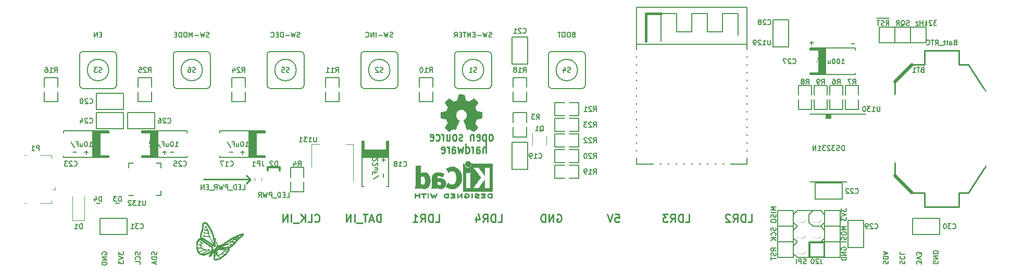
<source format=gbo>
G04 #@! TF.GenerationSoftware,KiCad,Pcbnew,no-vcs-found-67ccf76~61~ubuntu16.04.1*
G04 #@! TF.CreationDate,2018-03-04T10:40:27+05:30*
G04 #@! TF.ProjectId,k3jr_controller,6B336A725F636F6E74726F6C6C65722E,rev 1*
G04 #@! TF.SameCoordinates,Original*
G04 #@! TF.FileFunction,Legend,Bot*
G04 #@! TF.FilePolarity,Positive*
%FSLAX46Y46*%
G04 Gerber Fmt 4.6, Leading zero omitted, Abs format (unit mm)*
G04 Created by KiCad (PCBNEW no-vcs-found-67ccf76~61~ubuntu16.04.1) date Sun Mar  4 10:40:27 2018*
%MOMM*%
%LPD*%
G01*
G04 APERTURE LIST*
%ADD10C,0.254000*%
%ADD11C,0.150000*%
%ADD12C,0.120000*%
%ADD13C,0.152400*%
%ADD14C,0.127000*%
%ADD15C,0.508000*%
%ADD16C,0.300000*%
%ADD17C,0.200000*%
%ADD18C,0.400000*%
%ADD19C,0.002540*%
%ADD20C,0.010000*%
%ADD21R,1.900000X1.200000*%
%ADD22O,2.200000X1.400000*%
%ADD23R,1.900000X1.500000*%
%ADD24C,1.450000*%
%ADD25R,1.350000X0.400000*%
%ADD26R,1.550000X1.350000*%
%ADD27R,1.300480X1.498600*%
%ADD28R,1.998980X0.599440*%
%ADD29R,1.350000X1.550000*%
%ADD30R,3.048000X3.048000*%
%ADD31R,1.498600X1.300480*%
%ADD32C,1.600000*%
%ADD33C,6.400000*%
%ADD34C,0.800000*%
%ADD35C,3.200000*%
%ADD36C,5.200000*%
%ADD37R,1.200000X0.900000*%
%ADD38R,0.500000X0.250000*%
%ADD39C,18.796000*%
%ADD40R,5.080000X2.794000*%
%ADD41R,1.675000X1.675000*%
%ADD42O,0.300000X0.850000*%
%ADD43O,0.850000X0.300000*%
%ADD44R,0.600000X0.400000*%
%ADD45R,1.198880X1.198880*%
%ADD46R,2.100000X1.400000*%
%ADD47R,0.400000X0.650000*%
%ADD48R,3.800000X2.000000*%
%ADD49R,1.500000X2.000000*%
%ADD50R,2.000000X1.000000*%
%ADD51R,1.000000X2.000000*%
%ADD52R,4.000000X4.000000*%
%ADD53O,2.000000X1.000000*%
%ADD54O,1.000000X2.000000*%
%ADD55C,1.800000*%
%ADD56C,1.524000*%
%ADD57R,1.524000X1.524000*%
G04 APERTURE END LIST*
D10*
X125918685Y-73206428D02*
X125918685Y-71682428D01*
X125428828Y-73206428D02*
X125428828Y-72408142D01*
X125483257Y-72263000D01*
X125592114Y-72190428D01*
X125755400Y-72190428D01*
X125864257Y-72263000D01*
X125918685Y-72335571D01*
X124394685Y-73206428D02*
X124394685Y-72408142D01*
X124449114Y-72263000D01*
X124557971Y-72190428D01*
X124775685Y-72190428D01*
X124884542Y-72263000D01*
X124394685Y-73133857D02*
X124503542Y-73206428D01*
X124775685Y-73206428D01*
X124884542Y-73133857D01*
X124938971Y-72988714D01*
X124938971Y-72843571D01*
X124884542Y-72698428D01*
X124775685Y-72625857D01*
X124503542Y-72625857D01*
X124394685Y-72553285D01*
X123850400Y-73206428D02*
X123850400Y-72190428D01*
X123850400Y-72480714D02*
X123795971Y-72335571D01*
X123741542Y-72263000D01*
X123632685Y-72190428D01*
X123523828Y-72190428D01*
X122652971Y-73206428D02*
X122652971Y-71682428D01*
X122652971Y-73133857D02*
X122761828Y-73206428D01*
X122979542Y-73206428D01*
X123088400Y-73133857D01*
X123142828Y-73061285D01*
X123197257Y-72916142D01*
X123197257Y-72480714D01*
X123142828Y-72335571D01*
X123088400Y-72263000D01*
X122979542Y-72190428D01*
X122761828Y-72190428D01*
X122652971Y-72263000D01*
X122217542Y-72190428D02*
X121999828Y-73206428D01*
X121782114Y-72480714D01*
X121564400Y-73206428D01*
X121346685Y-72190428D01*
X120421400Y-73206428D02*
X120421400Y-72408142D01*
X120475828Y-72263000D01*
X120584685Y-72190428D01*
X120802400Y-72190428D01*
X120911257Y-72263000D01*
X120421400Y-73133857D02*
X120530257Y-73206428D01*
X120802400Y-73206428D01*
X120911257Y-73133857D01*
X120965685Y-72988714D01*
X120965685Y-72843571D01*
X120911257Y-72698428D01*
X120802400Y-72625857D01*
X120530257Y-72625857D01*
X120421400Y-72553285D01*
X119877114Y-73206428D02*
X119877114Y-72190428D01*
X119877114Y-72480714D02*
X119822685Y-72335571D01*
X119768257Y-72263000D01*
X119659400Y-72190428D01*
X119550542Y-72190428D01*
X118734114Y-73133857D02*
X118842971Y-73206428D01*
X119060685Y-73206428D01*
X119169542Y-73133857D01*
X119223971Y-72988714D01*
X119223971Y-72408142D01*
X119169542Y-72263000D01*
X119060685Y-72190428D01*
X118842971Y-72190428D01*
X118734114Y-72263000D01*
X118679685Y-72408142D01*
X118679685Y-72553285D01*
X119223971Y-72698428D01*
X126791357Y-71174428D02*
X126900214Y-71101857D01*
X126954642Y-71029285D01*
X127009071Y-70884142D01*
X127009071Y-70448714D01*
X126954642Y-70303571D01*
X126900214Y-70231000D01*
X126791357Y-70158428D01*
X126628071Y-70158428D01*
X126519214Y-70231000D01*
X126464785Y-70303571D01*
X126410357Y-70448714D01*
X126410357Y-70884142D01*
X126464785Y-71029285D01*
X126519214Y-71101857D01*
X126628071Y-71174428D01*
X126791357Y-71174428D01*
X125920500Y-70158428D02*
X125920500Y-71682428D01*
X125920500Y-70231000D02*
X125811642Y-70158428D01*
X125593928Y-70158428D01*
X125485071Y-70231000D01*
X125430642Y-70303571D01*
X125376214Y-70448714D01*
X125376214Y-70884142D01*
X125430642Y-71029285D01*
X125485071Y-71101857D01*
X125593928Y-71174428D01*
X125811642Y-71174428D01*
X125920500Y-71101857D01*
X124450928Y-71101857D02*
X124559785Y-71174428D01*
X124777500Y-71174428D01*
X124886357Y-71101857D01*
X124940785Y-70956714D01*
X124940785Y-70376142D01*
X124886357Y-70231000D01*
X124777500Y-70158428D01*
X124559785Y-70158428D01*
X124450928Y-70231000D01*
X124396500Y-70376142D01*
X124396500Y-70521285D01*
X124940785Y-70666428D01*
X123906642Y-70158428D02*
X123906642Y-71174428D01*
X123906642Y-70303571D02*
X123852214Y-70231000D01*
X123743357Y-70158428D01*
X123580071Y-70158428D01*
X123471214Y-70231000D01*
X123416785Y-70376142D01*
X123416785Y-71174428D01*
X122056071Y-71101857D02*
X121947214Y-71174428D01*
X121729500Y-71174428D01*
X121620642Y-71101857D01*
X121566214Y-70956714D01*
X121566214Y-70884142D01*
X121620642Y-70739000D01*
X121729500Y-70666428D01*
X121892785Y-70666428D01*
X122001642Y-70593857D01*
X122056071Y-70448714D01*
X122056071Y-70376142D01*
X122001642Y-70231000D01*
X121892785Y-70158428D01*
X121729500Y-70158428D01*
X121620642Y-70231000D01*
X120913071Y-71174428D02*
X121021928Y-71101857D01*
X121076357Y-71029285D01*
X121130785Y-70884142D01*
X121130785Y-70448714D01*
X121076357Y-70303571D01*
X121021928Y-70231000D01*
X120913071Y-70158428D01*
X120749785Y-70158428D01*
X120640928Y-70231000D01*
X120586500Y-70303571D01*
X120532071Y-70448714D01*
X120532071Y-70884142D01*
X120586500Y-71029285D01*
X120640928Y-71101857D01*
X120749785Y-71174428D01*
X120913071Y-71174428D01*
X119552357Y-70158428D02*
X119552357Y-71174428D01*
X120042214Y-70158428D02*
X120042214Y-70956714D01*
X119987785Y-71101857D01*
X119878928Y-71174428D01*
X119715642Y-71174428D01*
X119606785Y-71101857D01*
X119552357Y-71029285D01*
X119008071Y-71174428D02*
X119008071Y-70158428D01*
X119008071Y-70448714D02*
X118953642Y-70303571D01*
X118899214Y-70231000D01*
X118790357Y-70158428D01*
X118681500Y-70158428D01*
X117810642Y-71101857D02*
X117919500Y-71174428D01*
X118137214Y-71174428D01*
X118246071Y-71101857D01*
X118300500Y-71029285D01*
X118354928Y-70884142D01*
X118354928Y-70448714D01*
X118300500Y-70303571D01*
X118246071Y-70231000D01*
X118137214Y-70158428D01*
X117919500Y-70158428D01*
X117810642Y-70231000D01*
X116885357Y-71101857D02*
X116994214Y-71174428D01*
X117211928Y-71174428D01*
X117320785Y-71101857D01*
X117375214Y-70956714D01*
X117375214Y-70376142D01*
X117320785Y-70231000D01*
X117211928Y-70158428D01*
X116994214Y-70158428D01*
X116885357Y-70231000D01*
X116830928Y-70376142D01*
X116830928Y-70521285D01*
X117375214Y-70666428D01*
D11*
X63550000Y-89707023D02*
X63511904Y-89630833D01*
X63511904Y-89516547D01*
X63550000Y-89402261D01*
X63626190Y-89326071D01*
X63702380Y-89287976D01*
X63854761Y-89249880D01*
X63969047Y-89249880D01*
X64121428Y-89287976D01*
X64197619Y-89326071D01*
X64273809Y-89402261D01*
X64311904Y-89516547D01*
X64311904Y-89592738D01*
X64273809Y-89707023D01*
X64235714Y-89745119D01*
X63969047Y-89745119D01*
X63969047Y-89592738D01*
X64311904Y-90087976D02*
X63511904Y-90087976D01*
X64311904Y-90545119D01*
X63511904Y-90545119D01*
X64311904Y-90926071D02*
X63511904Y-90926071D01*
X63511904Y-91116547D01*
X63550000Y-91230833D01*
X63626190Y-91307023D01*
X63702380Y-91345119D01*
X63854761Y-91383214D01*
X63969047Y-91383214D01*
X64121428Y-91345119D01*
X64197619Y-91307023D01*
X64273809Y-91230833D01*
X64311904Y-91116547D01*
X64311904Y-90926071D01*
X66211904Y-89211785D02*
X66211904Y-89707023D01*
X66516666Y-89440357D01*
X66516666Y-89554642D01*
X66554761Y-89630833D01*
X66592857Y-89668928D01*
X66669047Y-89707023D01*
X66859523Y-89707023D01*
X66935714Y-89668928D01*
X66973809Y-89630833D01*
X67011904Y-89554642D01*
X67011904Y-89326071D01*
X66973809Y-89249880D01*
X66935714Y-89211785D01*
X66211904Y-89935595D02*
X67011904Y-90202261D01*
X66211904Y-90468928D01*
X66211904Y-90659404D02*
X66211904Y-91154642D01*
X66516666Y-90887976D01*
X66516666Y-91002261D01*
X66554761Y-91078452D01*
X66592857Y-91116547D01*
X66669047Y-91154642D01*
X66859523Y-91154642D01*
X66935714Y-91116547D01*
X66973809Y-91078452D01*
X67011904Y-91002261D01*
X67011904Y-90773690D01*
X66973809Y-90697500D01*
X66935714Y-90659404D01*
X69673809Y-89249880D02*
X69711904Y-89364166D01*
X69711904Y-89554642D01*
X69673809Y-89630833D01*
X69635714Y-89668928D01*
X69559523Y-89707023D01*
X69483333Y-89707023D01*
X69407142Y-89668928D01*
X69369047Y-89630833D01*
X69330952Y-89554642D01*
X69292857Y-89402261D01*
X69254761Y-89326071D01*
X69216666Y-89287976D01*
X69140476Y-89249880D01*
X69064285Y-89249880D01*
X68988095Y-89287976D01*
X68950000Y-89326071D01*
X68911904Y-89402261D01*
X68911904Y-89592738D01*
X68950000Y-89707023D01*
X69635714Y-90507023D02*
X69673809Y-90468928D01*
X69711904Y-90354642D01*
X69711904Y-90278452D01*
X69673809Y-90164166D01*
X69597619Y-90087976D01*
X69521428Y-90049880D01*
X69369047Y-90011785D01*
X69254761Y-90011785D01*
X69102380Y-90049880D01*
X69026190Y-90087976D01*
X68950000Y-90164166D01*
X68911904Y-90278452D01*
X68911904Y-90354642D01*
X68950000Y-90468928D01*
X68988095Y-90507023D01*
X69711904Y-91230833D02*
X69711904Y-90849880D01*
X68911904Y-90849880D01*
X72373809Y-89249880D02*
X72411904Y-89364166D01*
X72411904Y-89554642D01*
X72373809Y-89630833D01*
X72335714Y-89668928D01*
X72259523Y-89707023D01*
X72183333Y-89707023D01*
X72107142Y-89668928D01*
X72069047Y-89630833D01*
X72030952Y-89554642D01*
X71992857Y-89402261D01*
X71954761Y-89326071D01*
X71916666Y-89287976D01*
X71840476Y-89249880D01*
X71764285Y-89249880D01*
X71688095Y-89287976D01*
X71650000Y-89326071D01*
X71611904Y-89402261D01*
X71611904Y-89592738D01*
X71650000Y-89707023D01*
X72411904Y-90049880D02*
X71611904Y-90049880D01*
X71611904Y-90240357D01*
X71650000Y-90354642D01*
X71726190Y-90430833D01*
X71802380Y-90468928D01*
X71954761Y-90507023D01*
X72069047Y-90507023D01*
X72221428Y-90468928D01*
X72297619Y-90430833D01*
X72373809Y-90354642D01*
X72411904Y-90240357D01*
X72411904Y-90049880D01*
X72183333Y-90811785D02*
X72183333Y-91192738D01*
X72411904Y-90735595D02*
X71611904Y-91002261D01*
X72411904Y-91268928D01*
X199395000Y-90732976D02*
X199433095Y-90809166D01*
X199433095Y-90923452D01*
X199395000Y-91037738D01*
X199318809Y-91113928D01*
X199242619Y-91152023D01*
X199090238Y-91190119D01*
X198975952Y-91190119D01*
X198823571Y-91152023D01*
X198747380Y-91113928D01*
X198671190Y-91037738D01*
X198633095Y-90923452D01*
X198633095Y-90847261D01*
X198671190Y-90732976D01*
X198709285Y-90694880D01*
X198975952Y-90694880D01*
X198975952Y-90847261D01*
X198633095Y-90352023D02*
X199433095Y-90352023D01*
X198633095Y-89894880D01*
X199433095Y-89894880D01*
X198633095Y-89513928D02*
X199433095Y-89513928D01*
X199433095Y-89323452D01*
X199395000Y-89209166D01*
X199318809Y-89132976D01*
X199242619Y-89094880D01*
X199090238Y-89056785D01*
X198975952Y-89056785D01*
X198823571Y-89094880D01*
X198747380Y-89132976D01*
X198671190Y-89209166D01*
X198633095Y-89323452D01*
X198633095Y-89513928D01*
X196733095Y-91228214D02*
X196733095Y-90732976D01*
X196428333Y-90999642D01*
X196428333Y-90885357D01*
X196390238Y-90809166D01*
X196352142Y-90771071D01*
X196275952Y-90732976D01*
X196085476Y-90732976D01*
X196009285Y-90771071D01*
X195971190Y-90809166D01*
X195933095Y-90885357D01*
X195933095Y-91113928D01*
X195971190Y-91190119D01*
X196009285Y-91228214D01*
X196733095Y-90504404D02*
X195933095Y-90237738D01*
X196733095Y-89971071D01*
X196733095Y-89780595D02*
X196733095Y-89285357D01*
X196428333Y-89552023D01*
X196428333Y-89437738D01*
X196390238Y-89361547D01*
X196352142Y-89323452D01*
X196275952Y-89285357D01*
X196085476Y-89285357D01*
X196009285Y-89323452D01*
X195971190Y-89361547D01*
X195933095Y-89437738D01*
X195933095Y-89666309D01*
X195971190Y-89742500D01*
X196009285Y-89780595D01*
X193271190Y-91190119D02*
X193233095Y-91075833D01*
X193233095Y-90885357D01*
X193271190Y-90809166D01*
X193309285Y-90771071D01*
X193385476Y-90732976D01*
X193461666Y-90732976D01*
X193537857Y-90771071D01*
X193575952Y-90809166D01*
X193614047Y-90885357D01*
X193652142Y-91037738D01*
X193690238Y-91113928D01*
X193728333Y-91152023D01*
X193804523Y-91190119D01*
X193880714Y-91190119D01*
X193956904Y-91152023D01*
X193995000Y-91113928D01*
X194033095Y-91037738D01*
X194033095Y-90847261D01*
X193995000Y-90732976D01*
X193309285Y-89932976D02*
X193271190Y-89971071D01*
X193233095Y-90085357D01*
X193233095Y-90161547D01*
X193271190Y-90275833D01*
X193347380Y-90352023D01*
X193423571Y-90390119D01*
X193575952Y-90428214D01*
X193690238Y-90428214D01*
X193842619Y-90390119D01*
X193918809Y-90352023D01*
X193995000Y-90275833D01*
X194033095Y-90161547D01*
X194033095Y-90085357D01*
X193995000Y-89971071D01*
X193956904Y-89932976D01*
X193233095Y-89209166D02*
X193233095Y-89590119D01*
X194033095Y-89590119D01*
X190571190Y-91190119D02*
X190533095Y-91075833D01*
X190533095Y-90885357D01*
X190571190Y-90809166D01*
X190609285Y-90771071D01*
X190685476Y-90732976D01*
X190761666Y-90732976D01*
X190837857Y-90771071D01*
X190875952Y-90809166D01*
X190914047Y-90885357D01*
X190952142Y-91037738D01*
X190990238Y-91113928D01*
X191028333Y-91152023D01*
X191104523Y-91190119D01*
X191180714Y-91190119D01*
X191256904Y-91152023D01*
X191295000Y-91113928D01*
X191333095Y-91037738D01*
X191333095Y-90847261D01*
X191295000Y-90732976D01*
X190533095Y-90390119D02*
X191333095Y-90390119D01*
X191333095Y-90199642D01*
X191295000Y-90085357D01*
X191218809Y-90009166D01*
X191142619Y-89971071D01*
X190990238Y-89932976D01*
X190875952Y-89932976D01*
X190723571Y-89971071D01*
X190647380Y-90009166D01*
X190571190Y-90085357D01*
X190533095Y-90199642D01*
X190533095Y-90390119D01*
X190761666Y-89628214D02*
X190761666Y-89247261D01*
X190533095Y-89704404D02*
X191333095Y-89437738D01*
X190533095Y-89171071D01*
D10*
X87630000Y-77470000D02*
X86995000Y-76835000D01*
X87630000Y-77470000D02*
X86995000Y-78105000D01*
X80010000Y-77470000D02*
X87630000Y-77470000D01*
X168486666Y-84394523D02*
X169091428Y-84394523D01*
X169091428Y-83124523D01*
X168063333Y-84394523D02*
X168063333Y-83124523D01*
X167760952Y-83124523D01*
X167579523Y-83185000D01*
X167458571Y-83305952D01*
X167398095Y-83426904D01*
X167337619Y-83668809D01*
X167337619Y-83850238D01*
X167398095Y-84092142D01*
X167458571Y-84213095D01*
X167579523Y-84334047D01*
X167760952Y-84394523D01*
X168063333Y-84394523D01*
X166067619Y-84394523D02*
X166490952Y-83789761D01*
X166793333Y-84394523D02*
X166793333Y-83124523D01*
X166309523Y-83124523D01*
X166188571Y-83185000D01*
X166128095Y-83245476D01*
X166067619Y-83366428D01*
X166067619Y-83547857D01*
X166128095Y-83668809D01*
X166188571Y-83729285D01*
X166309523Y-83789761D01*
X166793333Y-83789761D01*
X165583809Y-83245476D02*
X165523333Y-83185000D01*
X165402380Y-83124523D01*
X165100000Y-83124523D01*
X164979047Y-83185000D01*
X164918571Y-83245476D01*
X164858095Y-83366428D01*
X164858095Y-83487380D01*
X164918571Y-83668809D01*
X165644285Y-84394523D01*
X164858095Y-84394523D01*
X158326666Y-84394523D02*
X158931428Y-84394523D01*
X158931428Y-83124523D01*
X157903333Y-84394523D02*
X157903333Y-83124523D01*
X157600952Y-83124523D01*
X157419523Y-83185000D01*
X157298571Y-83305952D01*
X157238095Y-83426904D01*
X157177619Y-83668809D01*
X157177619Y-83850238D01*
X157238095Y-84092142D01*
X157298571Y-84213095D01*
X157419523Y-84334047D01*
X157600952Y-84394523D01*
X157903333Y-84394523D01*
X155907619Y-84394523D02*
X156330952Y-83789761D01*
X156633333Y-84394523D02*
X156633333Y-83124523D01*
X156149523Y-83124523D01*
X156028571Y-83185000D01*
X155968095Y-83245476D01*
X155907619Y-83366428D01*
X155907619Y-83547857D01*
X155968095Y-83668809D01*
X156028571Y-83729285D01*
X156149523Y-83789761D01*
X156633333Y-83789761D01*
X155484285Y-83124523D02*
X154698095Y-83124523D01*
X155121428Y-83608333D01*
X154940000Y-83608333D01*
X154819047Y-83668809D01*
X154758571Y-83729285D01*
X154698095Y-83850238D01*
X154698095Y-84152619D01*
X154758571Y-84273571D01*
X154819047Y-84334047D01*
X154940000Y-84394523D01*
X155302857Y-84394523D01*
X155423809Y-84334047D01*
X155484285Y-84273571D01*
X146926904Y-83124523D02*
X147531666Y-83124523D01*
X147592142Y-83729285D01*
X147531666Y-83668809D01*
X147410714Y-83608333D01*
X147108333Y-83608333D01*
X146987380Y-83668809D01*
X146926904Y-83729285D01*
X146866428Y-83850238D01*
X146866428Y-84152619D01*
X146926904Y-84273571D01*
X146987380Y-84334047D01*
X147108333Y-84394523D01*
X147410714Y-84394523D01*
X147531666Y-84334047D01*
X147592142Y-84273571D01*
X146503571Y-83124523D02*
X146080238Y-84394523D01*
X145656904Y-83124523D01*
X137492619Y-83185000D02*
X137613571Y-83124523D01*
X137795000Y-83124523D01*
X137976428Y-83185000D01*
X138097380Y-83305952D01*
X138157857Y-83426904D01*
X138218333Y-83668809D01*
X138218333Y-83850238D01*
X138157857Y-84092142D01*
X138097380Y-84213095D01*
X137976428Y-84334047D01*
X137795000Y-84394523D01*
X137674047Y-84394523D01*
X137492619Y-84334047D01*
X137432142Y-84273571D01*
X137432142Y-83850238D01*
X137674047Y-83850238D01*
X136887857Y-84394523D02*
X136887857Y-83124523D01*
X136162142Y-84394523D01*
X136162142Y-83124523D01*
X135557380Y-84394523D02*
X135557380Y-83124523D01*
X135255000Y-83124523D01*
X135073571Y-83185000D01*
X134952619Y-83305952D01*
X134892142Y-83426904D01*
X134831666Y-83668809D01*
X134831666Y-83850238D01*
X134892142Y-84092142D01*
X134952619Y-84213095D01*
X135073571Y-84334047D01*
X135255000Y-84394523D01*
X135557380Y-84394523D01*
X127846666Y-84394523D02*
X128451428Y-84394523D01*
X128451428Y-83124523D01*
X127423333Y-84394523D02*
X127423333Y-83124523D01*
X127120952Y-83124523D01*
X126939523Y-83185000D01*
X126818571Y-83305952D01*
X126758095Y-83426904D01*
X126697619Y-83668809D01*
X126697619Y-83850238D01*
X126758095Y-84092142D01*
X126818571Y-84213095D01*
X126939523Y-84334047D01*
X127120952Y-84394523D01*
X127423333Y-84394523D01*
X125427619Y-84394523D02*
X125850952Y-83789761D01*
X126153333Y-84394523D02*
X126153333Y-83124523D01*
X125669523Y-83124523D01*
X125548571Y-83185000D01*
X125488095Y-83245476D01*
X125427619Y-83366428D01*
X125427619Y-83547857D01*
X125488095Y-83668809D01*
X125548571Y-83729285D01*
X125669523Y-83789761D01*
X126153333Y-83789761D01*
X124339047Y-83547857D02*
X124339047Y-84394523D01*
X124641428Y-83064047D02*
X124943809Y-83971190D01*
X124157619Y-83971190D01*
X117686666Y-84394523D02*
X118291428Y-84394523D01*
X118291428Y-83124523D01*
X117263333Y-84394523D02*
X117263333Y-83124523D01*
X116960952Y-83124523D01*
X116779523Y-83185000D01*
X116658571Y-83305952D01*
X116598095Y-83426904D01*
X116537619Y-83668809D01*
X116537619Y-83850238D01*
X116598095Y-84092142D01*
X116658571Y-84213095D01*
X116779523Y-84334047D01*
X116960952Y-84394523D01*
X117263333Y-84394523D01*
X115267619Y-84394523D02*
X115690952Y-83789761D01*
X115993333Y-84394523D02*
X115993333Y-83124523D01*
X115509523Y-83124523D01*
X115388571Y-83185000D01*
X115328095Y-83245476D01*
X115267619Y-83366428D01*
X115267619Y-83547857D01*
X115328095Y-83668809D01*
X115388571Y-83729285D01*
X115509523Y-83789761D01*
X115993333Y-83789761D01*
X114058095Y-84394523D02*
X114783809Y-84394523D01*
X114420952Y-84394523D02*
X114420952Y-83124523D01*
X114541904Y-83305952D01*
X114662857Y-83426904D01*
X114783809Y-83487380D01*
X108857142Y-84394523D02*
X108857142Y-83124523D01*
X108554761Y-83124523D01*
X108373333Y-83185000D01*
X108252380Y-83305952D01*
X108191904Y-83426904D01*
X108131428Y-83668809D01*
X108131428Y-83850238D01*
X108191904Y-84092142D01*
X108252380Y-84213095D01*
X108373333Y-84334047D01*
X108554761Y-84394523D01*
X108857142Y-84394523D01*
X107647619Y-84031666D02*
X107042857Y-84031666D01*
X107768571Y-84394523D02*
X107345238Y-83124523D01*
X106921904Y-84394523D01*
X106680000Y-83124523D02*
X105954285Y-83124523D01*
X106317142Y-84394523D02*
X106317142Y-83124523D01*
X105833333Y-84515476D02*
X104865714Y-84515476D01*
X104563333Y-84394523D02*
X104563333Y-83124523D01*
X103958571Y-84394523D02*
X103958571Y-83124523D01*
X103232857Y-84394523D01*
X103232857Y-83124523D01*
X98092380Y-84273571D02*
X98152857Y-84334047D01*
X98334285Y-84394523D01*
X98455238Y-84394523D01*
X98636666Y-84334047D01*
X98757619Y-84213095D01*
X98818095Y-84092142D01*
X98878571Y-83850238D01*
X98878571Y-83668809D01*
X98818095Y-83426904D01*
X98757619Y-83305952D01*
X98636666Y-83185000D01*
X98455238Y-83124523D01*
X98334285Y-83124523D01*
X98152857Y-83185000D01*
X98092380Y-83245476D01*
X96943333Y-84394523D02*
X97548095Y-84394523D01*
X97548095Y-83124523D01*
X96520000Y-84394523D02*
X96520000Y-83124523D01*
X95794285Y-84394523D02*
X96338571Y-83668809D01*
X95794285Y-83124523D02*
X96520000Y-83850238D01*
X95552380Y-84515476D02*
X94584761Y-84515476D01*
X94282380Y-84394523D02*
X94282380Y-83124523D01*
X93677619Y-84394523D02*
X93677619Y-83124523D01*
X92951904Y-84394523D01*
X92951904Y-83124523D01*
D12*
X55905000Y-79170000D02*
X55455000Y-79170000D01*
X55905000Y-79170000D02*
X55905000Y-78720000D01*
X55355000Y-73570000D02*
X55355000Y-74020000D01*
X53505000Y-73570000D02*
X55355000Y-73570000D01*
X50955000Y-81370000D02*
X51205000Y-81370000D01*
X50955000Y-73570000D02*
X51205000Y-73570000D01*
X53505000Y-81370000D02*
X55355000Y-81370000D01*
X55355000Y-81370000D02*
X55355000Y-80920000D01*
D11*
X130145000Y-75860000D02*
X132745000Y-75860000D01*
X130145000Y-71460000D02*
X130145000Y-75860000D01*
X132745000Y-71460000D02*
X130145000Y-71460000D01*
X132745000Y-75860000D02*
X132745000Y-71460000D01*
D13*
X137096500Y-64960500D02*
X138684000Y-64960500D01*
X137096500Y-67119500D02*
X137096500Y-64960500D01*
X137160000Y-67119500D02*
X137096500Y-67119500D01*
X138684000Y-67119500D02*
X137160000Y-67119500D01*
X141033500Y-67119500D02*
X139446000Y-67119500D01*
X141033500Y-64960500D02*
X141033500Y-67119500D01*
X139446000Y-64960500D02*
X141033500Y-64960500D01*
X181991000Y-66929000D02*
X181991000Y-67564000D01*
X181229000Y-66929000D02*
X181229000Y-67564000D01*
X181229000Y-67564000D02*
X181991000Y-67564000D01*
X181229000Y-67437000D02*
X181991000Y-67437000D01*
X181229000Y-67183000D02*
X181991000Y-67183000D01*
X181229000Y-67056000D02*
X181991000Y-67056000D01*
X181229000Y-67310000D02*
X181991000Y-67310000D01*
X184610000Y-77890000D02*
X178610000Y-77890000D01*
X178610000Y-66890000D02*
X187610000Y-66890000D01*
D11*
X63205000Y-86390000D02*
X67605000Y-86390000D01*
X67605000Y-86390000D02*
X67605000Y-83790000D01*
X67605000Y-83790000D02*
X63205000Y-83790000D01*
X63205000Y-83790000D02*
X63205000Y-86390000D01*
D14*
X181165500Y-56197500D02*
X181165500Y-60388500D01*
X181038500Y-56197500D02*
X181038500Y-60388500D01*
X180911500Y-56197500D02*
X180911500Y-60388500D01*
X180784500Y-60388500D02*
X180784500Y-56197500D01*
X180657500Y-56197500D02*
X180657500Y-60388500D01*
X180530500Y-60388500D02*
X180530500Y-56197500D01*
X180403500Y-56197500D02*
X180403500Y-60388500D01*
X178625500Y-56197500D02*
X180276500Y-56197500D01*
X180276500Y-56197500D02*
X180276500Y-60388500D01*
X180276500Y-60388500D02*
X178625500Y-60388500D01*
X178562000Y-60261500D02*
X180149500Y-60261500D01*
X180149500Y-60261500D02*
X180149500Y-56324500D01*
X180149500Y-56324500D02*
X178625500Y-56324500D01*
X178562000Y-56451500D02*
X180022500Y-56451500D01*
X180022500Y-56451500D02*
X180022500Y-60134500D01*
X180022500Y-60134500D02*
X178562000Y-60134500D01*
X185928000Y-56451500D02*
X185928000Y-56134000D01*
X178562000Y-60134500D02*
X178562000Y-60452000D01*
X178562000Y-60452000D02*
X185928000Y-60452000D01*
X185928000Y-60452000D02*
X185928000Y-60134500D01*
X185928000Y-56134000D02*
X178562000Y-56134000D01*
X178562000Y-56134000D02*
X178562000Y-56451500D01*
D13*
X69405500Y-64833500D02*
X69405500Y-63246000D01*
X71564500Y-64833500D02*
X69405500Y-64833500D01*
X71564500Y-64770000D02*
X71564500Y-64833500D01*
X71564500Y-63246000D02*
X71564500Y-64770000D01*
X71564500Y-60896500D02*
X71564500Y-62484000D01*
X69405500Y-60896500D02*
X71564500Y-60896500D01*
X69405500Y-62484000D02*
X69405500Y-60896500D01*
X84645500Y-64833500D02*
X84645500Y-63246000D01*
X86804500Y-64833500D02*
X84645500Y-64833500D01*
X86804500Y-64770000D02*
X86804500Y-64833500D01*
X86804500Y-63246000D02*
X86804500Y-64770000D01*
X86804500Y-60896500D02*
X86804500Y-62484000D01*
X84645500Y-60896500D02*
X86804500Y-60896500D01*
X84645500Y-62484000D02*
X84645500Y-60896500D01*
X192405000Y-52705000D02*
X189865000Y-52705000D01*
X189865000Y-55245000D02*
X192405000Y-55245000D01*
X189865000Y-52705000D02*
X189865000Y-55245000D01*
X192405000Y-55245000D02*
X192405000Y-52705000D01*
D12*
X60690000Y-84165000D02*
X58690000Y-84165000D01*
X58690000Y-84165000D02*
X58690000Y-80265000D01*
X60690000Y-84165000D02*
X60690000Y-80265000D01*
D11*
X66340000Y-81315000D02*
X65740000Y-81315000D01*
X63165000Y-81315000D02*
X62565000Y-81315000D01*
D10*
X207137000Y-63119000D02*
G75*
G03X207137000Y-75311000I10668000J-6096000D01*
G01*
X204343000Y-79629000D02*
X207137000Y-75311000D01*
X204343000Y-58801000D02*
X207137000Y-63119000D01*
X202819000Y-79629000D02*
X204343000Y-79629000D01*
X202819000Y-81915000D02*
X202819000Y-79629000D01*
X202819000Y-58801000D02*
X204343000Y-58801000D01*
X202819000Y-56515000D02*
X202819000Y-58801000D01*
X197231000Y-56515000D02*
X202819000Y-56515000D01*
X197231000Y-58801000D02*
X197231000Y-56515000D01*
X197231000Y-81915000D02*
X202819000Y-81915000D01*
X197231000Y-79629000D02*
X197231000Y-81915000D01*
X195199000Y-79629000D02*
X197231000Y-79629000D01*
D15*
X192405000Y-76835000D02*
X195199000Y-79629000D01*
D10*
X192405000Y-61595000D02*
X192405000Y-76835000D01*
D15*
X192405000Y-61595000D02*
X195199000Y-58801000D01*
D10*
X197231000Y-58801000D02*
X195199000Y-58801000D01*
D13*
X209169000Y-69215000D02*
G75*
G03X209169000Y-69215000I-9144000J0D01*
G01*
D11*
X73110000Y-80095000D02*
X72360000Y-80095000D01*
X73110000Y-74845000D02*
X72360000Y-74845000D01*
X67860000Y-74845000D02*
X68610000Y-74845000D01*
X67860000Y-80095000D02*
X68610000Y-80095000D01*
X73110000Y-74845000D02*
X73110000Y-75595000D01*
X67860000Y-74845000D02*
X67860000Y-75595000D01*
X73110000Y-80095000D02*
X73110000Y-79345000D01*
D12*
X88370000Y-77720000D02*
X88370000Y-77220000D01*
X89430000Y-77220000D02*
X89430000Y-77720000D01*
D16*
X90440000Y-75470000D02*
X90440000Y-75970000D01*
X92440000Y-75470000D02*
X92440000Y-75970000D01*
X92440000Y-75470000D02*
X90440000Y-75470000D01*
D11*
X120825000Y-57190000D02*
X120825000Y-62190000D01*
X121325000Y-62690000D02*
X126325000Y-62690000D01*
X126825000Y-62190000D02*
X126825000Y-57190000D01*
X126325000Y-56690000D02*
X121325000Y-56690000D01*
X120825000Y-57190000D02*
G75*
G02X121325000Y-56690000I500000J0D01*
G01*
X126325000Y-56690000D02*
G75*
G02X126825000Y-57190000I0J-500000D01*
G01*
X126825000Y-62190000D02*
G75*
G02X126325000Y-62690000I-500000J0D01*
G01*
X121325000Y-62690000D02*
G75*
G02X120825000Y-62190000I0J500000D01*
G01*
X125575000Y-59690000D02*
G75*
G03X125575000Y-59690000I-1750000J0D01*
G01*
X105585000Y-57190000D02*
X105585000Y-62190000D01*
X106085000Y-62690000D02*
X111085000Y-62690000D01*
X111585000Y-62190000D02*
X111585000Y-57190000D01*
X111085000Y-56690000D02*
X106085000Y-56690000D01*
X105585000Y-57190000D02*
G75*
G02X106085000Y-56690000I500000J0D01*
G01*
X111085000Y-56690000D02*
G75*
G02X111585000Y-57190000I0J-500000D01*
G01*
X111585000Y-62190000D02*
G75*
G02X111085000Y-62690000I-500000J0D01*
G01*
X106085000Y-62690000D02*
G75*
G02X105585000Y-62190000I0J500000D01*
G01*
X110335000Y-59690000D02*
G75*
G03X110335000Y-59690000I-1750000J0D01*
G01*
X65865000Y-62190000D02*
X65865000Y-57190000D01*
X65365000Y-56690000D02*
X60365000Y-56690000D01*
X59865000Y-57190000D02*
X59865000Y-62190000D01*
X60365000Y-62690000D02*
X65365000Y-62690000D01*
X65865000Y-62190000D02*
G75*
G02X65365000Y-62690000I-500000J0D01*
G01*
X60365000Y-62690000D02*
G75*
G02X59865000Y-62190000I0J500000D01*
G01*
X59865000Y-57190000D02*
G75*
G02X60365000Y-56690000I500000J0D01*
G01*
X65365000Y-56690000D02*
G75*
G02X65865000Y-57190000I0J-500000D01*
G01*
X64615000Y-59690000D02*
G75*
G03X64615000Y-59690000I-1750000J0D01*
G01*
X142065000Y-62190000D02*
X142065000Y-57190000D01*
X141565000Y-56690000D02*
X136565000Y-56690000D01*
X136065000Y-57190000D02*
X136065000Y-62190000D01*
X136565000Y-62690000D02*
X141565000Y-62690000D01*
X142065000Y-62190000D02*
G75*
G02X141565000Y-62690000I-500000J0D01*
G01*
X136565000Y-62690000D02*
G75*
G02X136065000Y-62190000I0J500000D01*
G01*
X136065000Y-57190000D02*
G75*
G02X136565000Y-56690000I500000J0D01*
G01*
X141565000Y-56690000D02*
G75*
G02X142065000Y-57190000I0J-500000D01*
G01*
X140815000Y-59690000D02*
G75*
G03X140815000Y-59690000I-1750000J0D01*
G01*
X90345000Y-57190000D02*
X90345000Y-62190000D01*
X90845000Y-62690000D02*
X95845000Y-62690000D01*
X96345000Y-62190000D02*
X96345000Y-57190000D01*
X95845000Y-56690000D02*
X90845000Y-56690000D01*
X90345000Y-57190000D02*
G75*
G02X90845000Y-56690000I500000J0D01*
G01*
X95845000Y-56690000D02*
G75*
G02X96345000Y-57190000I0J-500000D01*
G01*
X96345000Y-62190000D02*
G75*
G02X95845000Y-62690000I-500000J0D01*
G01*
X90845000Y-62690000D02*
G75*
G02X90345000Y-62190000I0J500000D01*
G01*
X95095000Y-59690000D02*
G75*
G03X95095000Y-59690000I-1750000J0D01*
G01*
X75105000Y-57190000D02*
X75105000Y-62190000D01*
X75605000Y-62690000D02*
X80605000Y-62690000D01*
X81105000Y-62190000D02*
X81105000Y-57190000D01*
X80605000Y-56690000D02*
X75605000Y-56690000D01*
X75105000Y-57190000D02*
G75*
G02X75605000Y-56690000I500000J0D01*
G01*
X80605000Y-56690000D02*
G75*
G02X81105000Y-57190000I0J-500000D01*
G01*
X81105000Y-62190000D02*
G75*
G02X80605000Y-62690000I-500000J0D01*
G01*
X75605000Y-62690000D02*
G75*
G02X75105000Y-62190000I0J500000D01*
G01*
X79855000Y-59690000D02*
G75*
G03X79855000Y-59690000I-1750000J0D01*
G01*
D13*
X181800500Y-66103500D02*
X181800500Y-64516000D01*
X183959500Y-66103500D02*
X181800500Y-66103500D01*
X183959500Y-66040000D02*
X183959500Y-66103500D01*
X183959500Y-64516000D02*
X183959500Y-66040000D01*
X183959500Y-62166500D02*
X183959500Y-63754000D01*
X181800500Y-62166500D02*
X183959500Y-62166500D01*
X181800500Y-63754000D02*
X181800500Y-62166500D01*
X184340500Y-66103500D02*
X184340500Y-64516000D01*
X186499500Y-66103500D02*
X184340500Y-66103500D01*
X186499500Y-66040000D02*
X186499500Y-66103500D01*
X186499500Y-64516000D02*
X186499500Y-66040000D01*
X186499500Y-62166500D02*
X186499500Y-63754000D01*
X184340500Y-62166500D02*
X186499500Y-62166500D01*
X184340500Y-63754000D02*
X184340500Y-62166500D01*
X176720500Y-66103500D02*
X176720500Y-64516000D01*
X178879500Y-66103500D02*
X176720500Y-66103500D01*
X178879500Y-66040000D02*
X178879500Y-66103500D01*
X178879500Y-64516000D02*
X178879500Y-66040000D01*
X178879500Y-62166500D02*
X178879500Y-63754000D01*
X176720500Y-62166500D02*
X178879500Y-62166500D01*
X176720500Y-63754000D02*
X176720500Y-62166500D01*
X179260500Y-66103500D02*
X179260500Y-64516000D01*
X181419500Y-66103500D02*
X179260500Y-66103500D01*
X181419500Y-66040000D02*
X181419500Y-66103500D01*
X181419500Y-64516000D02*
X181419500Y-66040000D01*
X181419500Y-62166500D02*
X181419500Y-63754000D01*
X179260500Y-62166500D02*
X181419500Y-62166500D01*
X179260500Y-63754000D02*
X179260500Y-62166500D01*
X115125500Y-64833500D02*
X115125500Y-63246000D01*
X117284500Y-64833500D02*
X115125500Y-64833500D01*
X117284500Y-64770000D02*
X117284500Y-64833500D01*
X117284500Y-63246000D02*
X117284500Y-64770000D01*
X117284500Y-60896500D02*
X117284500Y-62484000D01*
X115125500Y-60896500D02*
X117284500Y-60896500D01*
X115125500Y-62484000D02*
X115125500Y-60896500D01*
X99885500Y-64833500D02*
X99885500Y-63246000D01*
X102044500Y-64833500D02*
X99885500Y-64833500D01*
X102044500Y-64770000D02*
X102044500Y-64833500D01*
X102044500Y-63246000D02*
X102044500Y-64770000D01*
X102044500Y-60896500D02*
X102044500Y-62484000D01*
X99885500Y-60896500D02*
X102044500Y-60896500D01*
X99885500Y-62484000D02*
X99885500Y-60896500D01*
D11*
X179410000Y-78075000D02*
X179410000Y-80675000D01*
X183810000Y-78075000D02*
X179410000Y-78075000D01*
X183810000Y-80675000D02*
X183810000Y-78075000D01*
X179410000Y-80675000D02*
X183810000Y-80675000D01*
D14*
X87439500Y-73850500D02*
X87439500Y-69659500D01*
X87566500Y-73850500D02*
X87566500Y-69659500D01*
X87693500Y-73850500D02*
X87693500Y-69659500D01*
X87820500Y-69659500D02*
X87820500Y-73850500D01*
X87947500Y-73850500D02*
X87947500Y-69659500D01*
X88074500Y-69659500D02*
X88074500Y-73850500D01*
X88201500Y-73850500D02*
X88201500Y-69659500D01*
X89979500Y-73850500D02*
X88328500Y-73850500D01*
X88328500Y-73850500D02*
X88328500Y-69659500D01*
X88328500Y-69659500D02*
X89979500Y-69659500D01*
X90043000Y-69786500D02*
X88455500Y-69786500D01*
X88455500Y-69786500D02*
X88455500Y-73723500D01*
X88455500Y-73723500D02*
X89979500Y-73723500D01*
X90043000Y-73596500D02*
X88582500Y-73596500D01*
X88582500Y-73596500D02*
X88582500Y-69913500D01*
X88582500Y-69913500D02*
X90043000Y-69913500D01*
X82677000Y-73596500D02*
X82677000Y-73914000D01*
X90043000Y-69913500D02*
X90043000Y-69596000D01*
X90043000Y-69596000D02*
X82677000Y-69596000D01*
X82677000Y-69596000D02*
X82677000Y-69913500D01*
X82677000Y-73914000D02*
X90043000Y-73914000D01*
X90043000Y-73914000D02*
X90043000Y-73596500D01*
X110045500Y-73850500D02*
X105854500Y-73850500D01*
X110045500Y-73723500D02*
X105854500Y-73723500D01*
X110045500Y-73596500D02*
X105854500Y-73596500D01*
X105854500Y-73469500D02*
X110045500Y-73469500D01*
X110045500Y-73342500D02*
X105854500Y-73342500D01*
X105854500Y-73215500D02*
X110045500Y-73215500D01*
X110045500Y-73088500D02*
X105854500Y-73088500D01*
X110045500Y-71310500D02*
X110045500Y-72961500D01*
X110045500Y-72961500D02*
X105854500Y-72961500D01*
X105854500Y-72961500D02*
X105854500Y-71310500D01*
X105981500Y-71247000D02*
X105981500Y-72834500D01*
X105981500Y-72834500D02*
X109918500Y-72834500D01*
X109918500Y-72834500D02*
X109918500Y-71310500D01*
X109791500Y-71247000D02*
X109791500Y-72707500D01*
X109791500Y-72707500D02*
X106108500Y-72707500D01*
X106108500Y-72707500D02*
X106108500Y-71247000D01*
X109791500Y-78613000D02*
X110109000Y-78613000D01*
X106108500Y-71247000D02*
X105791000Y-71247000D01*
X105791000Y-71247000D02*
X105791000Y-78613000D01*
X105791000Y-78613000D02*
X106108500Y-78613000D01*
X110109000Y-78613000D02*
X110109000Y-71247000D01*
X110109000Y-71247000D02*
X109791500Y-71247000D01*
D11*
X62570000Y-63470000D02*
X62570000Y-66070000D01*
X66970000Y-63470000D02*
X62570000Y-63470000D01*
X66970000Y-66070000D02*
X66970000Y-63470000D01*
X62570000Y-66070000D02*
X66970000Y-66070000D01*
X132745000Y-54315000D02*
X130145000Y-54315000D01*
X132745000Y-58715000D02*
X132745000Y-54315000D01*
X130145000Y-58715000D02*
X132745000Y-58715000D01*
X130145000Y-54315000D02*
X130145000Y-58715000D01*
D14*
X62039500Y-73850500D02*
X62039500Y-69659500D01*
X62166500Y-73850500D02*
X62166500Y-69659500D01*
X62293500Y-73850500D02*
X62293500Y-69659500D01*
X62420500Y-69659500D02*
X62420500Y-73850500D01*
X62547500Y-73850500D02*
X62547500Y-69659500D01*
X62674500Y-69659500D02*
X62674500Y-73850500D01*
X62801500Y-73850500D02*
X62801500Y-69659500D01*
X64579500Y-73850500D02*
X62928500Y-73850500D01*
X62928500Y-73850500D02*
X62928500Y-69659500D01*
X62928500Y-69659500D02*
X64579500Y-69659500D01*
X64643000Y-69786500D02*
X63055500Y-69786500D01*
X63055500Y-69786500D02*
X63055500Y-73723500D01*
X63055500Y-73723500D02*
X64579500Y-73723500D01*
X64643000Y-73596500D02*
X63182500Y-73596500D01*
X63182500Y-73596500D02*
X63182500Y-69913500D01*
X63182500Y-69913500D02*
X64643000Y-69913500D01*
X57277000Y-73596500D02*
X57277000Y-73914000D01*
X64643000Y-69913500D02*
X64643000Y-69596000D01*
X64643000Y-69596000D02*
X57277000Y-69596000D01*
X57277000Y-69596000D02*
X57277000Y-69913500D01*
X57277000Y-73914000D02*
X64643000Y-73914000D01*
X64643000Y-73914000D02*
X64643000Y-73596500D01*
D11*
X62570000Y-66645000D02*
X62570000Y-69245000D01*
X66970000Y-66645000D02*
X62570000Y-66645000D01*
X66970000Y-69245000D02*
X66970000Y-66645000D01*
X62570000Y-69245000D02*
X66970000Y-69245000D01*
D14*
X72580500Y-69659500D02*
X72580500Y-73850500D01*
X72453500Y-69659500D02*
X72453500Y-73850500D01*
X72326500Y-69659500D02*
X72326500Y-73850500D01*
X72199500Y-73850500D02*
X72199500Y-69659500D01*
X72072500Y-69659500D02*
X72072500Y-73850500D01*
X71945500Y-73850500D02*
X71945500Y-69659500D01*
X71818500Y-69659500D02*
X71818500Y-73850500D01*
X70040500Y-69659500D02*
X71691500Y-69659500D01*
X71691500Y-69659500D02*
X71691500Y-73850500D01*
X71691500Y-73850500D02*
X70040500Y-73850500D01*
X69977000Y-73723500D02*
X71564500Y-73723500D01*
X71564500Y-73723500D02*
X71564500Y-69786500D01*
X71564500Y-69786500D02*
X70040500Y-69786500D01*
X69977000Y-69913500D02*
X71437500Y-69913500D01*
X71437500Y-69913500D02*
X71437500Y-73596500D01*
X71437500Y-73596500D02*
X69977000Y-73596500D01*
X77343000Y-69913500D02*
X77343000Y-69596000D01*
X69977000Y-73596500D02*
X69977000Y-73914000D01*
X69977000Y-73914000D02*
X77343000Y-73914000D01*
X77343000Y-73914000D02*
X77343000Y-73596500D01*
X77343000Y-69596000D02*
X69977000Y-69596000D01*
X69977000Y-69596000D02*
X69977000Y-69913500D01*
D11*
X72050000Y-69245000D02*
X72050000Y-66645000D01*
X67650000Y-69245000D02*
X72050000Y-69245000D01*
X67650000Y-66645000D02*
X67650000Y-69245000D01*
X72050000Y-66645000D02*
X67650000Y-66645000D01*
X175163000Y-51521000D02*
X172563000Y-51521000D01*
X175163000Y-55921000D02*
X175163000Y-51521000D01*
X172563000Y-55921000D02*
X175163000Y-55921000D01*
X172563000Y-51521000D02*
X172563000Y-55921000D01*
D12*
X133460000Y-71820000D02*
X133460000Y-69920000D01*
X135780000Y-70420000D02*
X135780000Y-71820000D01*
D13*
X130365500Y-70548500D02*
X130365500Y-68961000D01*
X132524500Y-70548500D02*
X130365500Y-70548500D01*
X132524500Y-70485000D02*
X132524500Y-70548500D01*
X132524500Y-68961000D02*
X132524500Y-70485000D01*
X132524500Y-66611500D02*
X132524500Y-68199000D01*
X130365500Y-66611500D02*
X132524500Y-66611500D01*
X130365500Y-68199000D02*
X130365500Y-66611500D01*
X94170500Y-79438500D02*
X94170500Y-77851000D01*
X96329500Y-79438500D02*
X94170500Y-79438500D01*
X96329500Y-79375000D02*
X96329500Y-79438500D01*
X96329500Y-77851000D02*
X96329500Y-79375000D01*
X96329500Y-75501500D02*
X96329500Y-77089000D01*
X94170500Y-75501500D02*
X96329500Y-75501500D01*
X94170500Y-77089000D02*
X94170500Y-75501500D01*
X56324500Y-60896500D02*
X56324500Y-62484000D01*
X54165500Y-60896500D02*
X56324500Y-60896500D01*
X54165500Y-60960000D02*
X54165500Y-60896500D01*
X54165500Y-62484000D02*
X54165500Y-60960000D01*
X54165500Y-64833500D02*
X54165500Y-63246000D01*
X56324500Y-64833500D02*
X54165500Y-64833500D01*
X56324500Y-63246000D02*
X56324500Y-64833500D01*
X132524500Y-60896500D02*
X132524500Y-62484000D01*
X130365500Y-60896500D02*
X132524500Y-60896500D01*
X130365500Y-60960000D02*
X130365500Y-60896500D01*
X130365500Y-62484000D02*
X130365500Y-60960000D01*
X130365500Y-64833500D02*
X130365500Y-63246000D01*
X132524500Y-64833500D02*
X130365500Y-64833500D01*
X132524500Y-63246000D02*
X132524500Y-64833500D01*
X137096500Y-75120500D02*
X138684000Y-75120500D01*
X137096500Y-77279500D02*
X137096500Y-75120500D01*
X137160000Y-77279500D02*
X137096500Y-77279500D01*
X138684000Y-77279500D02*
X137160000Y-77279500D01*
X141033500Y-77279500D02*
X139446000Y-77279500D01*
X141033500Y-75120500D02*
X141033500Y-77279500D01*
X139446000Y-75120500D02*
X141033500Y-75120500D01*
X137096500Y-72580500D02*
X138684000Y-72580500D01*
X137096500Y-74739500D02*
X137096500Y-72580500D01*
X137160000Y-74739500D02*
X137096500Y-74739500D01*
X138684000Y-74739500D02*
X137160000Y-74739500D01*
X141033500Y-74739500D02*
X139446000Y-74739500D01*
X141033500Y-72580500D02*
X141033500Y-74739500D01*
X139446000Y-72580500D02*
X141033500Y-72580500D01*
X141033500Y-72199500D02*
X139446000Y-72199500D01*
X141033500Y-70040500D02*
X141033500Y-72199500D01*
X140970000Y-70040500D02*
X141033500Y-70040500D01*
X139446000Y-70040500D02*
X140970000Y-70040500D01*
X137096500Y-70040500D02*
X138684000Y-70040500D01*
X137096500Y-72199500D02*
X137096500Y-70040500D01*
X138684000Y-72199500D02*
X137096500Y-72199500D01*
X137096500Y-67500500D02*
X138684000Y-67500500D01*
X137096500Y-69659500D02*
X137096500Y-67500500D01*
X137160000Y-69659500D02*
X137096500Y-69659500D01*
X138684000Y-69659500D02*
X137160000Y-69659500D01*
X141033500Y-69659500D02*
X139446000Y-69659500D01*
X141033500Y-67500500D02*
X141033500Y-69659500D01*
X139446000Y-67500500D02*
X141033500Y-67500500D01*
D12*
X97555000Y-71750000D02*
X98815000Y-71750000D01*
X104375000Y-71750000D02*
X103115000Y-71750000D01*
X97555000Y-75510000D02*
X97555000Y-71750000D01*
X104375000Y-77760000D02*
X104375000Y-71750000D01*
D17*
X166885000Y-50480000D02*
X166885000Y-53980000D01*
X164385000Y-50480000D02*
X164385000Y-53480000D01*
X161885000Y-50480000D02*
X161885000Y-53480000D01*
X159385000Y-50480000D02*
X159385000Y-53480000D01*
X156885000Y-50480000D02*
X156885000Y-53480000D01*
X161885000Y-53480000D02*
X164385000Y-53480000D01*
X159385000Y-50480000D02*
X161885000Y-50480000D01*
X159385000Y-53480000D02*
X156885000Y-53480000D01*
D18*
X154385000Y-50480000D02*
X151885000Y-50480000D01*
X151885000Y-50480000D02*
X151885000Y-54980000D01*
D17*
X156885000Y-50480000D02*
X154385000Y-50480000D01*
X154385000Y-50480000D02*
X154385000Y-54980000D01*
X164385000Y-50480000D02*
X166885000Y-50480000D01*
X168385000Y-55480000D02*
X150385000Y-55480000D01*
X168385000Y-49480000D02*
X159385000Y-49480000D01*
X168385000Y-74980000D02*
X168385000Y-49480000D01*
X150385000Y-74980000D02*
X168385000Y-74980000D01*
X150385000Y-49480000D02*
X150385000Y-74980000D01*
X159385000Y-49480000D02*
X150385000Y-49480000D01*
D11*
X199685000Y-86390000D02*
X199685000Y-83790000D01*
X195285000Y-86390000D02*
X199685000Y-86390000D01*
X195285000Y-83790000D02*
X195285000Y-86390000D01*
X199685000Y-83790000D02*
X195285000Y-83790000D01*
D13*
X194945000Y-55245000D02*
X194945000Y-52705000D01*
X192405000Y-52705000D02*
X192405000Y-55245000D01*
X192405000Y-55245000D02*
X194945000Y-55245000D01*
X194945000Y-52705000D02*
X192405000Y-52705000D01*
X197485000Y-52705000D02*
X194945000Y-52705000D01*
X194945000Y-55245000D02*
X197485000Y-55245000D01*
X194945000Y-52705000D02*
X194945000Y-55245000D01*
X197485000Y-55245000D02*
X197485000Y-52705000D01*
D11*
X187355000Y-88560000D02*
X187355000Y-84160000D01*
X187355000Y-84160000D02*
X184755000Y-84160000D01*
X184755000Y-84160000D02*
X184755000Y-88560000D01*
X184755000Y-88560000D02*
X187355000Y-88560000D01*
D13*
X175895000Y-82550000D02*
X173355000Y-82550000D01*
X173355000Y-85090000D02*
X175895000Y-85090000D01*
X175895000Y-85090000D02*
X175895000Y-82550000D01*
X173355000Y-82550000D02*
X173355000Y-85090000D01*
X180975000Y-82550000D02*
X180975000Y-85090000D01*
X183515000Y-85090000D02*
X183515000Y-82550000D01*
X180975000Y-85090000D02*
X183515000Y-85090000D01*
X183515000Y-82550000D02*
X180975000Y-82550000D01*
X173355000Y-85090000D02*
X173355000Y-87630000D01*
X175895000Y-87630000D02*
X175895000Y-85090000D01*
X173355000Y-87630000D02*
X175895000Y-87630000D01*
X175895000Y-85090000D02*
X173355000Y-85090000D01*
D11*
X178435000Y-90043000D02*
X180848000Y-90043000D01*
X180848000Y-90043000D02*
X180848000Y-87757000D01*
X180848000Y-87757000D02*
X178562000Y-87757000D01*
X178562000Y-87757000D02*
X178562000Y-90043000D01*
X178435000Y-87630000D02*
X178435000Y-90170000D01*
X180340000Y-87630000D02*
X178435000Y-87630000D01*
X180975000Y-88265000D02*
X180975000Y-87630000D01*
X180975000Y-87630000D02*
X180340000Y-87630000D01*
X180340000Y-90170000D02*
X180975000Y-90170000D01*
X180975000Y-90170000D02*
X180975000Y-89535000D01*
D13*
X180340000Y-85090000D02*
X179070000Y-85090000D01*
X179070000Y-85090000D02*
X178435000Y-84455000D01*
X178435000Y-84455000D02*
X178435000Y-83185000D01*
X178435000Y-83185000D02*
X179070000Y-82550000D01*
X180340000Y-87630000D02*
X180975000Y-86995000D01*
X180340000Y-85090000D02*
X180975000Y-84455000D01*
X180975000Y-85725000D02*
X180340000Y-85090000D01*
X180975000Y-83185000D02*
X180340000Y-82550000D01*
X176530000Y-82550000D02*
X175895000Y-83185000D01*
X176530000Y-85090000D02*
X175895000Y-85725000D01*
X175895000Y-84455000D02*
X176530000Y-85090000D01*
X176530000Y-87630000D02*
X175895000Y-88265000D01*
X175895000Y-86995000D02*
X176530000Y-87630000D01*
X175895000Y-89535000D02*
X176530000Y-90170000D01*
X180340000Y-82550000D02*
X176530000Y-82550000D01*
X175895000Y-83185000D02*
X175895000Y-84455000D01*
X175895000Y-85725000D02*
X175895000Y-86995000D01*
X175895000Y-88265000D02*
X175895000Y-89535000D01*
X176530000Y-90170000D02*
X180340000Y-90170000D01*
X180975000Y-89535000D02*
X180975000Y-88265000D01*
X180975000Y-86995000D02*
X180975000Y-85725000D01*
X180975000Y-84455000D02*
X180975000Y-83185000D01*
X183515000Y-85090000D02*
X180975000Y-85090000D01*
X180975000Y-87630000D02*
X183515000Y-87630000D01*
X183515000Y-87630000D02*
X183515000Y-85090000D01*
X180975000Y-85090000D02*
X180975000Y-87630000D01*
X175895000Y-87630000D02*
X173355000Y-87630000D01*
X173355000Y-90170000D02*
X175895000Y-90170000D01*
X175895000Y-90170000D02*
X175895000Y-87630000D01*
X173355000Y-87630000D02*
X173355000Y-90170000D01*
X180975000Y-87630000D02*
X180975000Y-90170000D01*
X183515000Y-90170000D02*
X183515000Y-87630000D01*
X180975000Y-90170000D02*
X183515000Y-90170000D01*
X183515000Y-87630000D02*
X180975000Y-87630000D01*
D19*
G36*
X80289400Y-84378800D02*
X80264000Y-84378800D01*
X80264000Y-84404200D01*
X80289400Y-84404200D01*
X80289400Y-84378800D01*
X80289400Y-84378800D01*
G37*
X80289400Y-84378800D02*
X80264000Y-84378800D01*
X80264000Y-84404200D01*
X80289400Y-84404200D01*
X80289400Y-84378800D01*
G36*
X80264000Y-84378800D02*
X80238600Y-84378800D01*
X80238600Y-84404200D01*
X80264000Y-84404200D01*
X80264000Y-84378800D01*
X80264000Y-84378800D01*
G37*
X80264000Y-84378800D02*
X80238600Y-84378800D01*
X80238600Y-84404200D01*
X80264000Y-84404200D01*
X80264000Y-84378800D01*
G36*
X80238600Y-84378800D02*
X80213200Y-84378800D01*
X80213200Y-84404200D01*
X80238600Y-84404200D01*
X80238600Y-84378800D01*
X80238600Y-84378800D01*
G37*
X80238600Y-84378800D02*
X80213200Y-84378800D01*
X80213200Y-84404200D01*
X80238600Y-84404200D01*
X80238600Y-84378800D01*
G36*
X80213200Y-84378800D02*
X80187800Y-84378800D01*
X80187800Y-84404200D01*
X80213200Y-84404200D01*
X80213200Y-84378800D01*
X80213200Y-84378800D01*
G37*
X80213200Y-84378800D02*
X80187800Y-84378800D01*
X80187800Y-84404200D01*
X80213200Y-84404200D01*
X80213200Y-84378800D01*
G36*
X80187800Y-84378800D02*
X80162400Y-84378800D01*
X80162400Y-84404200D01*
X80187800Y-84404200D01*
X80187800Y-84378800D01*
X80187800Y-84378800D01*
G37*
X80187800Y-84378800D02*
X80162400Y-84378800D01*
X80162400Y-84404200D01*
X80187800Y-84404200D01*
X80187800Y-84378800D01*
G36*
X80314800Y-84404200D02*
X80289400Y-84404200D01*
X80289400Y-84429600D01*
X80314800Y-84429600D01*
X80314800Y-84404200D01*
X80314800Y-84404200D01*
G37*
X80314800Y-84404200D02*
X80289400Y-84404200D01*
X80289400Y-84429600D01*
X80314800Y-84429600D01*
X80314800Y-84404200D01*
G36*
X80289400Y-84404200D02*
X80264000Y-84404200D01*
X80264000Y-84429600D01*
X80289400Y-84429600D01*
X80289400Y-84404200D01*
X80289400Y-84404200D01*
G37*
X80289400Y-84404200D02*
X80264000Y-84404200D01*
X80264000Y-84429600D01*
X80289400Y-84429600D01*
X80289400Y-84404200D01*
G36*
X80264000Y-84404200D02*
X80238600Y-84404200D01*
X80238600Y-84429600D01*
X80264000Y-84429600D01*
X80264000Y-84404200D01*
X80264000Y-84404200D01*
G37*
X80264000Y-84404200D02*
X80238600Y-84404200D01*
X80238600Y-84429600D01*
X80264000Y-84429600D01*
X80264000Y-84404200D01*
G36*
X80238600Y-84404200D02*
X80213200Y-84404200D01*
X80213200Y-84429600D01*
X80238600Y-84429600D01*
X80238600Y-84404200D01*
X80238600Y-84404200D01*
G37*
X80238600Y-84404200D02*
X80213200Y-84404200D01*
X80213200Y-84429600D01*
X80238600Y-84429600D01*
X80238600Y-84404200D01*
G36*
X80213200Y-84404200D02*
X80187800Y-84404200D01*
X80187800Y-84429600D01*
X80213200Y-84429600D01*
X80213200Y-84404200D01*
X80213200Y-84404200D01*
G37*
X80213200Y-84404200D02*
X80187800Y-84404200D01*
X80187800Y-84429600D01*
X80213200Y-84429600D01*
X80213200Y-84404200D01*
G36*
X80187800Y-84404200D02*
X80162400Y-84404200D01*
X80162400Y-84429600D01*
X80187800Y-84429600D01*
X80187800Y-84404200D01*
X80187800Y-84404200D01*
G37*
X80187800Y-84404200D02*
X80162400Y-84404200D01*
X80162400Y-84429600D01*
X80187800Y-84429600D01*
X80187800Y-84404200D01*
G36*
X80162400Y-84404200D02*
X80137000Y-84404200D01*
X80137000Y-84429600D01*
X80162400Y-84429600D01*
X80162400Y-84404200D01*
X80162400Y-84404200D01*
G37*
X80162400Y-84404200D02*
X80137000Y-84404200D01*
X80137000Y-84429600D01*
X80162400Y-84429600D01*
X80162400Y-84404200D01*
G36*
X80137000Y-84404200D02*
X80111600Y-84404200D01*
X80111600Y-84429600D01*
X80137000Y-84429600D01*
X80137000Y-84404200D01*
X80137000Y-84404200D01*
G37*
X80137000Y-84404200D02*
X80111600Y-84404200D01*
X80111600Y-84429600D01*
X80137000Y-84429600D01*
X80137000Y-84404200D01*
G36*
X80111600Y-84404200D02*
X80086200Y-84404200D01*
X80086200Y-84429600D01*
X80111600Y-84429600D01*
X80111600Y-84404200D01*
X80111600Y-84404200D01*
G37*
X80111600Y-84404200D02*
X80086200Y-84404200D01*
X80086200Y-84429600D01*
X80111600Y-84429600D01*
X80111600Y-84404200D01*
G36*
X80086200Y-84404200D02*
X80060800Y-84404200D01*
X80060800Y-84429600D01*
X80086200Y-84429600D01*
X80086200Y-84404200D01*
X80086200Y-84404200D01*
G37*
X80086200Y-84404200D02*
X80060800Y-84404200D01*
X80060800Y-84429600D01*
X80086200Y-84429600D01*
X80086200Y-84404200D01*
G36*
X80365600Y-84429600D02*
X80340200Y-84429600D01*
X80340200Y-84455000D01*
X80365600Y-84455000D01*
X80365600Y-84429600D01*
X80365600Y-84429600D01*
G37*
X80365600Y-84429600D02*
X80340200Y-84429600D01*
X80340200Y-84455000D01*
X80365600Y-84455000D01*
X80365600Y-84429600D01*
G36*
X80340200Y-84429600D02*
X80314800Y-84429600D01*
X80314800Y-84455000D01*
X80340200Y-84455000D01*
X80340200Y-84429600D01*
X80340200Y-84429600D01*
G37*
X80340200Y-84429600D02*
X80314800Y-84429600D01*
X80314800Y-84455000D01*
X80340200Y-84455000D01*
X80340200Y-84429600D01*
G36*
X80314800Y-84429600D02*
X80289400Y-84429600D01*
X80289400Y-84455000D01*
X80314800Y-84455000D01*
X80314800Y-84429600D01*
X80314800Y-84429600D01*
G37*
X80314800Y-84429600D02*
X80289400Y-84429600D01*
X80289400Y-84455000D01*
X80314800Y-84455000D01*
X80314800Y-84429600D01*
G36*
X80289400Y-84429600D02*
X80264000Y-84429600D01*
X80264000Y-84455000D01*
X80289400Y-84455000D01*
X80289400Y-84429600D01*
X80289400Y-84429600D01*
G37*
X80289400Y-84429600D02*
X80264000Y-84429600D01*
X80264000Y-84455000D01*
X80289400Y-84455000D01*
X80289400Y-84429600D01*
G36*
X80264000Y-84429600D02*
X80238600Y-84429600D01*
X80238600Y-84455000D01*
X80264000Y-84455000D01*
X80264000Y-84429600D01*
X80264000Y-84429600D01*
G37*
X80264000Y-84429600D02*
X80238600Y-84429600D01*
X80238600Y-84455000D01*
X80264000Y-84455000D01*
X80264000Y-84429600D01*
G36*
X80238600Y-84429600D02*
X80213200Y-84429600D01*
X80213200Y-84455000D01*
X80238600Y-84455000D01*
X80238600Y-84429600D01*
X80238600Y-84429600D01*
G37*
X80238600Y-84429600D02*
X80213200Y-84429600D01*
X80213200Y-84455000D01*
X80238600Y-84455000D01*
X80238600Y-84429600D01*
G36*
X80213200Y-84429600D02*
X80187800Y-84429600D01*
X80187800Y-84455000D01*
X80213200Y-84455000D01*
X80213200Y-84429600D01*
X80213200Y-84429600D01*
G37*
X80213200Y-84429600D02*
X80187800Y-84429600D01*
X80187800Y-84455000D01*
X80213200Y-84455000D01*
X80213200Y-84429600D01*
G36*
X80187800Y-84429600D02*
X80162400Y-84429600D01*
X80162400Y-84455000D01*
X80187800Y-84455000D01*
X80187800Y-84429600D01*
X80187800Y-84429600D01*
G37*
X80187800Y-84429600D02*
X80162400Y-84429600D01*
X80162400Y-84455000D01*
X80187800Y-84455000D01*
X80187800Y-84429600D01*
G36*
X80162400Y-84429600D02*
X80137000Y-84429600D01*
X80137000Y-84455000D01*
X80162400Y-84455000D01*
X80162400Y-84429600D01*
X80162400Y-84429600D01*
G37*
X80162400Y-84429600D02*
X80137000Y-84429600D01*
X80137000Y-84455000D01*
X80162400Y-84455000D01*
X80162400Y-84429600D01*
G36*
X80137000Y-84429600D02*
X80111600Y-84429600D01*
X80111600Y-84455000D01*
X80137000Y-84455000D01*
X80137000Y-84429600D01*
X80137000Y-84429600D01*
G37*
X80137000Y-84429600D02*
X80111600Y-84429600D01*
X80111600Y-84455000D01*
X80137000Y-84455000D01*
X80137000Y-84429600D01*
G36*
X80111600Y-84429600D02*
X80086200Y-84429600D01*
X80086200Y-84455000D01*
X80111600Y-84455000D01*
X80111600Y-84429600D01*
X80111600Y-84429600D01*
G37*
X80111600Y-84429600D02*
X80086200Y-84429600D01*
X80086200Y-84455000D01*
X80111600Y-84455000D01*
X80111600Y-84429600D01*
G36*
X80086200Y-84429600D02*
X80060800Y-84429600D01*
X80060800Y-84455000D01*
X80086200Y-84455000D01*
X80086200Y-84429600D01*
X80086200Y-84429600D01*
G37*
X80086200Y-84429600D02*
X80060800Y-84429600D01*
X80060800Y-84455000D01*
X80086200Y-84455000D01*
X80086200Y-84429600D01*
G36*
X80060800Y-84429600D02*
X80035400Y-84429600D01*
X80035400Y-84455000D01*
X80060800Y-84455000D01*
X80060800Y-84429600D01*
X80060800Y-84429600D01*
G37*
X80060800Y-84429600D02*
X80035400Y-84429600D01*
X80035400Y-84455000D01*
X80060800Y-84455000D01*
X80060800Y-84429600D01*
G36*
X80035400Y-84429600D02*
X80010000Y-84429600D01*
X80010000Y-84455000D01*
X80035400Y-84455000D01*
X80035400Y-84429600D01*
X80035400Y-84429600D01*
G37*
X80035400Y-84429600D02*
X80010000Y-84429600D01*
X80010000Y-84455000D01*
X80035400Y-84455000D01*
X80035400Y-84429600D01*
G36*
X80010000Y-84429600D02*
X79984600Y-84429600D01*
X79984600Y-84455000D01*
X80010000Y-84455000D01*
X80010000Y-84429600D01*
X80010000Y-84429600D01*
G37*
X80010000Y-84429600D02*
X79984600Y-84429600D01*
X79984600Y-84455000D01*
X80010000Y-84455000D01*
X80010000Y-84429600D01*
G36*
X80416400Y-84455000D02*
X80391000Y-84455000D01*
X80391000Y-84480400D01*
X80416400Y-84480400D01*
X80416400Y-84455000D01*
X80416400Y-84455000D01*
G37*
X80416400Y-84455000D02*
X80391000Y-84455000D01*
X80391000Y-84480400D01*
X80416400Y-84480400D01*
X80416400Y-84455000D01*
G36*
X80391000Y-84455000D02*
X80365600Y-84455000D01*
X80365600Y-84480400D01*
X80391000Y-84480400D01*
X80391000Y-84455000D01*
X80391000Y-84455000D01*
G37*
X80391000Y-84455000D02*
X80365600Y-84455000D01*
X80365600Y-84480400D01*
X80391000Y-84480400D01*
X80391000Y-84455000D01*
G36*
X80365600Y-84455000D02*
X80340200Y-84455000D01*
X80340200Y-84480400D01*
X80365600Y-84480400D01*
X80365600Y-84455000D01*
X80365600Y-84455000D01*
G37*
X80365600Y-84455000D02*
X80340200Y-84455000D01*
X80340200Y-84480400D01*
X80365600Y-84480400D01*
X80365600Y-84455000D01*
G36*
X80340200Y-84455000D02*
X80314800Y-84455000D01*
X80314800Y-84480400D01*
X80340200Y-84480400D01*
X80340200Y-84455000D01*
X80340200Y-84455000D01*
G37*
X80340200Y-84455000D02*
X80314800Y-84455000D01*
X80314800Y-84480400D01*
X80340200Y-84480400D01*
X80340200Y-84455000D01*
G36*
X80314800Y-84455000D02*
X80289400Y-84455000D01*
X80289400Y-84480400D01*
X80314800Y-84480400D01*
X80314800Y-84455000D01*
X80314800Y-84455000D01*
G37*
X80314800Y-84455000D02*
X80289400Y-84455000D01*
X80289400Y-84480400D01*
X80314800Y-84480400D01*
X80314800Y-84455000D01*
G36*
X80289400Y-84455000D02*
X80264000Y-84455000D01*
X80264000Y-84480400D01*
X80289400Y-84480400D01*
X80289400Y-84455000D01*
X80289400Y-84455000D01*
G37*
X80289400Y-84455000D02*
X80264000Y-84455000D01*
X80264000Y-84480400D01*
X80289400Y-84480400D01*
X80289400Y-84455000D01*
G36*
X80264000Y-84455000D02*
X80238600Y-84455000D01*
X80238600Y-84480400D01*
X80264000Y-84480400D01*
X80264000Y-84455000D01*
X80264000Y-84455000D01*
G37*
X80264000Y-84455000D02*
X80238600Y-84455000D01*
X80238600Y-84480400D01*
X80264000Y-84480400D01*
X80264000Y-84455000D01*
G36*
X80238600Y-84455000D02*
X80213200Y-84455000D01*
X80213200Y-84480400D01*
X80238600Y-84480400D01*
X80238600Y-84455000D01*
X80238600Y-84455000D01*
G37*
X80238600Y-84455000D02*
X80213200Y-84455000D01*
X80213200Y-84480400D01*
X80238600Y-84480400D01*
X80238600Y-84455000D01*
G36*
X80213200Y-84455000D02*
X80187800Y-84455000D01*
X80187800Y-84480400D01*
X80213200Y-84480400D01*
X80213200Y-84455000D01*
X80213200Y-84455000D01*
G37*
X80213200Y-84455000D02*
X80187800Y-84455000D01*
X80187800Y-84480400D01*
X80213200Y-84480400D01*
X80213200Y-84455000D01*
G36*
X80187800Y-84455000D02*
X80162400Y-84455000D01*
X80162400Y-84480400D01*
X80187800Y-84480400D01*
X80187800Y-84455000D01*
X80187800Y-84455000D01*
G37*
X80187800Y-84455000D02*
X80162400Y-84455000D01*
X80162400Y-84480400D01*
X80187800Y-84480400D01*
X80187800Y-84455000D01*
G36*
X80162400Y-84455000D02*
X80137000Y-84455000D01*
X80137000Y-84480400D01*
X80162400Y-84480400D01*
X80162400Y-84455000D01*
X80162400Y-84455000D01*
G37*
X80162400Y-84455000D02*
X80137000Y-84455000D01*
X80137000Y-84480400D01*
X80162400Y-84480400D01*
X80162400Y-84455000D01*
G36*
X80137000Y-84455000D02*
X80111600Y-84455000D01*
X80111600Y-84480400D01*
X80137000Y-84480400D01*
X80137000Y-84455000D01*
X80137000Y-84455000D01*
G37*
X80137000Y-84455000D02*
X80111600Y-84455000D01*
X80111600Y-84480400D01*
X80137000Y-84480400D01*
X80137000Y-84455000D01*
G36*
X80111600Y-84455000D02*
X80086200Y-84455000D01*
X80086200Y-84480400D01*
X80111600Y-84480400D01*
X80111600Y-84455000D01*
X80111600Y-84455000D01*
G37*
X80111600Y-84455000D02*
X80086200Y-84455000D01*
X80086200Y-84480400D01*
X80111600Y-84480400D01*
X80111600Y-84455000D01*
G36*
X80086200Y-84455000D02*
X80060800Y-84455000D01*
X80060800Y-84480400D01*
X80086200Y-84480400D01*
X80086200Y-84455000D01*
X80086200Y-84455000D01*
G37*
X80086200Y-84455000D02*
X80060800Y-84455000D01*
X80060800Y-84480400D01*
X80086200Y-84480400D01*
X80086200Y-84455000D01*
G36*
X80060800Y-84455000D02*
X80035400Y-84455000D01*
X80035400Y-84480400D01*
X80060800Y-84480400D01*
X80060800Y-84455000D01*
X80060800Y-84455000D01*
G37*
X80060800Y-84455000D02*
X80035400Y-84455000D01*
X80035400Y-84480400D01*
X80060800Y-84480400D01*
X80060800Y-84455000D01*
G36*
X80035400Y-84455000D02*
X80010000Y-84455000D01*
X80010000Y-84480400D01*
X80035400Y-84480400D01*
X80035400Y-84455000D01*
X80035400Y-84455000D01*
G37*
X80035400Y-84455000D02*
X80010000Y-84455000D01*
X80010000Y-84480400D01*
X80035400Y-84480400D01*
X80035400Y-84455000D01*
G36*
X80010000Y-84455000D02*
X79984600Y-84455000D01*
X79984600Y-84480400D01*
X80010000Y-84480400D01*
X80010000Y-84455000D01*
X80010000Y-84455000D01*
G37*
X80010000Y-84455000D02*
X79984600Y-84455000D01*
X79984600Y-84480400D01*
X80010000Y-84480400D01*
X80010000Y-84455000D01*
G36*
X79984600Y-84455000D02*
X79959200Y-84455000D01*
X79959200Y-84480400D01*
X79984600Y-84480400D01*
X79984600Y-84455000D01*
X79984600Y-84455000D01*
G37*
X79984600Y-84455000D02*
X79959200Y-84455000D01*
X79959200Y-84480400D01*
X79984600Y-84480400D01*
X79984600Y-84455000D01*
G36*
X80441800Y-84480400D02*
X80416400Y-84480400D01*
X80416400Y-84505800D01*
X80441800Y-84505800D01*
X80441800Y-84480400D01*
X80441800Y-84480400D01*
G37*
X80441800Y-84480400D02*
X80416400Y-84480400D01*
X80416400Y-84505800D01*
X80441800Y-84505800D01*
X80441800Y-84480400D01*
G36*
X80416400Y-84480400D02*
X80391000Y-84480400D01*
X80391000Y-84505800D01*
X80416400Y-84505800D01*
X80416400Y-84480400D01*
X80416400Y-84480400D01*
G37*
X80416400Y-84480400D02*
X80391000Y-84480400D01*
X80391000Y-84505800D01*
X80416400Y-84505800D01*
X80416400Y-84480400D01*
G36*
X80391000Y-84480400D02*
X80365600Y-84480400D01*
X80365600Y-84505800D01*
X80391000Y-84505800D01*
X80391000Y-84480400D01*
X80391000Y-84480400D01*
G37*
X80391000Y-84480400D02*
X80365600Y-84480400D01*
X80365600Y-84505800D01*
X80391000Y-84505800D01*
X80391000Y-84480400D01*
G36*
X80365600Y-84480400D02*
X80340200Y-84480400D01*
X80340200Y-84505800D01*
X80365600Y-84505800D01*
X80365600Y-84480400D01*
X80365600Y-84480400D01*
G37*
X80365600Y-84480400D02*
X80340200Y-84480400D01*
X80340200Y-84505800D01*
X80365600Y-84505800D01*
X80365600Y-84480400D01*
G36*
X80340200Y-84480400D02*
X80314800Y-84480400D01*
X80314800Y-84505800D01*
X80340200Y-84505800D01*
X80340200Y-84480400D01*
X80340200Y-84480400D01*
G37*
X80340200Y-84480400D02*
X80314800Y-84480400D01*
X80314800Y-84505800D01*
X80340200Y-84505800D01*
X80340200Y-84480400D01*
G36*
X80314800Y-84480400D02*
X80289400Y-84480400D01*
X80289400Y-84505800D01*
X80314800Y-84505800D01*
X80314800Y-84480400D01*
X80314800Y-84480400D01*
G37*
X80314800Y-84480400D02*
X80289400Y-84480400D01*
X80289400Y-84505800D01*
X80314800Y-84505800D01*
X80314800Y-84480400D01*
G36*
X80289400Y-84480400D02*
X80264000Y-84480400D01*
X80264000Y-84505800D01*
X80289400Y-84505800D01*
X80289400Y-84480400D01*
X80289400Y-84480400D01*
G37*
X80289400Y-84480400D02*
X80264000Y-84480400D01*
X80264000Y-84505800D01*
X80289400Y-84505800D01*
X80289400Y-84480400D01*
G36*
X80264000Y-84480400D02*
X80238600Y-84480400D01*
X80238600Y-84505800D01*
X80264000Y-84505800D01*
X80264000Y-84480400D01*
X80264000Y-84480400D01*
G37*
X80264000Y-84480400D02*
X80238600Y-84480400D01*
X80238600Y-84505800D01*
X80264000Y-84505800D01*
X80264000Y-84480400D01*
G36*
X80238600Y-84480400D02*
X80213200Y-84480400D01*
X80213200Y-84505800D01*
X80238600Y-84505800D01*
X80238600Y-84480400D01*
X80238600Y-84480400D01*
G37*
X80238600Y-84480400D02*
X80213200Y-84480400D01*
X80213200Y-84505800D01*
X80238600Y-84505800D01*
X80238600Y-84480400D01*
G36*
X80213200Y-84480400D02*
X80187800Y-84480400D01*
X80187800Y-84505800D01*
X80213200Y-84505800D01*
X80213200Y-84480400D01*
X80213200Y-84480400D01*
G37*
X80213200Y-84480400D02*
X80187800Y-84480400D01*
X80187800Y-84505800D01*
X80213200Y-84505800D01*
X80213200Y-84480400D01*
G36*
X80187800Y-84480400D02*
X80162400Y-84480400D01*
X80162400Y-84505800D01*
X80187800Y-84505800D01*
X80187800Y-84480400D01*
X80187800Y-84480400D01*
G37*
X80187800Y-84480400D02*
X80162400Y-84480400D01*
X80162400Y-84505800D01*
X80187800Y-84505800D01*
X80187800Y-84480400D01*
G36*
X80162400Y-84480400D02*
X80137000Y-84480400D01*
X80137000Y-84505800D01*
X80162400Y-84505800D01*
X80162400Y-84480400D01*
X80162400Y-84480400D01*
G37*
X80162400Y-84480400D02*
X80137000Y-84480400D01*
X80137000Y-84505800D01*
X80162400Y-84505800D01*
X80162400Y-84480400D01*
G36*
X80137000Y-84480400D02*
X80111600Y-84480400D01*
X80111600Y-84505800D01*
X80137000Y-84505800D01*
X80137000Y-84480400D01*
X80137000Y-84480400D01*
G37*
X80137000Y-84480400D02*
X80111600Y-84480400D01*
X80111600Y-84505800D01*
X80137000Y-84505800D01*
X80137000Y-84480400D01*
G36*
X80111600Y-84480400D02*
X80086200Y-84480400D01*
X80086200Y-84505800D01*
X80111600Y-84505800D01*
X80111600Y-84480400D01*
X80111600Y-84480400D01*
G37*
X80111600Y-84480400D02*
X80086200Y-84480400D01*
X80086200Y-84505800D01*
X80111600Y-84505800D01*
X80111600Y-84480400D01*
G36*
X80086200Y-84480400D02*
X80060800Y-84480400D01*
X80060800Y-84505800D01*
X80086200Y-84505800D01*
X80086200Y-84480400D01*
X80086200Y-84480400D01*
G37*
X80086200Y-84480400D02*
X80060800Y-84480400D01*
X80060800Y-84505800D01*
X80086200Y-84505800D01*
X80086200Y-84480400D01*
G36*
X80060800Y-84480400D02*
X80035400Y-84480400D01*
X80035400Y-84505800D01*
X80060800Y-84505800D01*
X80060800Y-84480400D01*
X80060800Y-84480400D01*
G37*
X80060800Y-84480400D02*
X80035400Y-84480400D01*
X80035400Y-84505800D01*
X80060800Y-84505800D01*
X80060800Y-84480400D01*
G36*
X80035400Y-84480400D02*
X80010000Y-84480400D01*
X80010000Y-84505800D01*
X80035400Y-84505800D01*
X80035400Y-84480400D01*
X80035400Y-84480400D01*
G37*
X80035400Y-84480400D02*
X80010000Y-84480400D01*
X80010000Y-84505800D01*
X80035400Y-84505800D01*
X80035400Y-84480400D01*
G36*
X80010000Y-84480400D02*
X79984600Y-84480400D01*
X79984600Y-84505800D01*
X80010000Y-84505800D01*
X80010000Y-84480400D01*
X80010000Y-84480400D01*
G37*
X80010000Y-84480400D02*
X79984600Y-84480400D01*
X79984600Y-84505800D01*
X80010000Y-84505800D01*
X80010000Y-84480400D01*
G36*
X79984600Y-84480400D02*
X79959200Y-84480400D01*
X79959200Y-84505800D01*
X79984600Y-84505800D01*
X79984600Y-84480400D01*
X79984600Y-84480400D01*
G37*
X79984600Y-84480400D02*
X79959200Y-84480400D01*
X79959200Y-84505800D01*
X79984600Y-84505800D01*
X79984600Y-84480400D01*
G36*
X79959200Y-84480400D02*
X79933800Y-84480400D01*
X79933800Y-84505800D01*
X79959200Y-84505800D01*
X79959200Y-84480400D01*
X79959200Y-84480400D01*
G37*
X79959200Y-84480400D02*
X79933800Y-84480400D01*
X79933800Y-84505800D01*
X79959200Y-84505800D01*
X79959200Y-84480400D01*
G36*
X80492600Y-84505800D02*
X80467200Y-84505800D01*
X80467200Y-84531200D01*
X80492600Y-84531200D01*
X80492600Y-84505800D01*
X80492600Y-84505800D01*
G37*
X80492600Y-84505800D02*
X80467200Y-84505800D01*
X80467200Y-84531200D01*
X80492600Y-84531200D01*
X80492600Y-84505800D01*
G36*
X80467200Y-84505800D02*
X80441800Y-84505800D01*
X80441800Y-84531200D01*
X80467200Y-84531200D01*
X80467200Y-84505800D01*
X80467200Y-84505800D01*
G37*
X80467200Y-84505800D02*
X80441800Y-84505800D01*
X80441800Y-84531200D01*
X80467200Y-84531200D01*
X80467200Y-84505800D01*
G36*
X80441800Y-84505800D02*
X80416400Y-84505800D01*
X80416400Y-84531200D01*
X80441800Y-84531200D01*
X80441800Y-84505800D01*
X80441800Y-84505800D01*
G37*
X80441800Y-84505800D02*
X80416400Y-84505800D01*
X80416400Y-84531200D01*
X80441800Y-84531200D01*
X80441800Y-84505800D01*
G36*
X80416400Y-84505800D02*
X80391000Y-84505800D01*
X80391000Y-84531200D01*
X80416400Y-84531200D01*
X80416400Y-84505800D01*
X80416400Y-84505800D01*
G37*
X80416400Y-84505800D02*
X80391000Y-84505800D01*
X80391000Y-84531200D01*
X80416400Y-84531200D01*
X80416400Y-84505800D01*
G36*
X80391000Y-84505800D02*
X80365600Y-84505800D01*
X80365600Y-84531200D01*
X80391000Y-84531200D01*
X80391000Y-84505800D01*
X80391000Y-84505800D01*
G37*
X80391000Y-84505800D02*
X80365600Y-84505800D01*
X80365600Y-84531200D01*
X80391000Y-84531200D01*
X80391000Y-84505800D01*
G36*
X80365600Y-84505800D02*
X80340200Y-84505800D01*
X80340200Y-84531200D01*
X80365600Y-84531200D01*
X80365600Y-84505800D01*
X80365600Y-84505800D01*
G37*
X80365600Y-84505800D02*
X80340200Y-84505800D01*
X80340200Y-84531200D01*
X80365600Y-84531200D01*
X80365600Y-84505800D01*
G36*
X80340200Y-84505800D02*
X80314800Y-84505800D01*
X80314800Y-84531200D01*
X80340200Y-84531200D01*
X80340200Y-84505800D01*
X80340200Y-84505800D01*
G37*
X80340200Y-84505800D02*
X80314800Y-84505800D01*
X80314800Y-84531200D01*
X80340200Y-84531200D01*
X80340200Y-84505800D01*
G36*
X80314800Y-84505800D02*
X80289400Y-84505800D01*
X80289400Y-84531200D01*
X80314800Y-84531200D01*
X80314800Y-84505800D01*
X80314800Y-84505800D01*
G37*
X80314800Y-84505800D02*
X80289400Y-84505800D01*
X80289400Y-84531200D01*
X80314800Y-84531200D01*
X80314800Y-84505800D01*
G36*
X80289400Y-84505800D02*
X80264000Y-84505800D01*
X80264000Y-84531200D01*
X80289400Y-84531200D01*
X80289400Y-84505800D01*
X80289400Y-84505800D01*
G37*
X80289400Y-84505800D02*
X80264000Y-84505800D01*
X80264000Y-84531200D01*
X80289400Y-84531200D01*
X80289400Y-84505800D01*
G36*
X80264000Y-84505800D02*
X80238600Y-84505800D01*
X80238600Y-84531200D01*
X80264000Y-84531200D01*
X80264000Y-84505800D01*
X80264000Y-84505800D01*
G37*
X80264000Y-84505800D02*
X80238600Y-84505800D01*
X80238600Y-84531200D01*
X80264000Y-84531200D01*
X80264000Y-84505800D01*
G36*
X80238600Y-84505800D02*
X80213200Y-84505800D01*
X80213200Y-84531200D01*
X80238600Y-84531200D01*
X80238600Y-84505800D01*
X80238600Y-84505800D01*
G37*
X80238600Y-84505800D02*
X80213200Y-84505800D01*
X80213200Y-84531200D01*
X80238600Y-84531200D01*
X80238600Y-84505800D01*
G36*
X80213200Y-84505800D02*
X80187800Y-84505800D01*
X80187800Y-84531200D01*
X80213200Y-84531200D01*
X80213200Y-84505800D01*
X80213200Y-84505800D01*
G37*
X80213200Y-84505800D02*
X80187800Y-84505800D01*
X80187800Y-84531200D01*
X80213200Y-84531200D01*
X80213200Y-84505800D01*
G36*
X80187800Y-84505800D02*
X80162400Y-84505800D01*
X80162400Y-84531200D01*
X80187800Y-84531200D01*
X80187800Y-84505800D01*
X80187800Y-84505800D01*
G37*
X80187800Y-84505800D02*
X80162400Y-84505800D01*
X80162400Y-84531200D01*
X80187800Y-84531200D01*
X80187800Y-84505800D01*
G36*
X80162400Y-84505800D02*
X80137000Y-84505800D01*
X80137000Y-84531200D01*
X80162400Y-84531200D01*
X80162400Y-84505800D01*
X80162400Y-84505800D01*
G37*
X80162400Y-84505800D02*
X80137000Y-84505800D01*
X80137000Y-84531200D01*
X80162400Y-84531200D01*
X80162400Y-84505800D01*
G36*
X80137000Y-84505800D02*
X80111600Y-84505800D01*
X80111600Y-84531200D01*
X80137000Y-84531200D01*
X80137000Y-84505800D01*
X80137000Y-84505800D01*
G37*
X80137000Y-84505800D02*
X80111600Y-84505800D01*
X80111600Y-84531200D01*
X80137000Y-84531200D01*
X80137000Y-84505800D01*
G36*
X80111600Y-84505800D02*
X80086200Y-84505800D01*
X80086200Y-84531200D01*
X80111600Y-84531200D01*
X80111600Y-84505800D01*
X80111600Y-84505800D01*
G37*
X80111600Y-84505800D02*
X80086200Y-84505800D01*
X80086200Y-84531200D01*
X80111600Y-84531200D01*
X80111600Y-84505800D01*
G36*
X80086200Y-84505800D02*
X80060800Y-84505800D01*
X80060800Y-84531200D01*
X80086200Y-84531200D01*
X80086200Y-84505800D01*
X80086200Y-84505800D01*
G37*
X80086200Y-84505800D02*
X80060800Y-84505800D01*
X80060800Y-84531200D01*
X80086200Y-84531200D01*
X80086200Y-84505800D01*
G36*
X80060800Y-84505800D02*
X80035400Y-84505800D01*
X80035400Y-84531200D01*
X80060800Y-84531200D01*
X80060800Y-84505800D01*
X80060800Y-84505800D01*
G37*
X80060800Y-84505800D02*
X80035400Y-84505800D01*
X80035400Y-84531200D01*
X80060800Y-84531200D01*
X80060800Y-84505800D01*
G36*
X80035400Y-84505800D02*
X80010000Y-84505800D01*
X80010000Y-84531200D01*
X80035400Y-84531200D01*
X80035400Y-84505800D01*
X80035400Y-84505800D01*
G37*
X80035400Y-84505800D02*
X80010000Y-84505800D01*
X80010000Y-84531200D01*
X80035400Y-84531200D01*
X80035400Y-84505800D01*
G36*
X80010000Y-84505800D02*
X79984600Y-84505800D01*
X79984600Y-84531200D01*
X80010000Y-84531200D01*
X80010000Y-84505800D01*
X80010000Y-84505800D01*
G37*
X80010000Y-84505800D02*
X79984600Y-84505800D01*
X79984600Y-84531200D01*
X80010000Y-84531200D01*
X80010000Y-84505800D01*
G36*
X79984600Y-84505800D02*
X79959200Y-84505800D01*
X79959200Y-84531200D01*
X79984600Y-84531200D01*
X79984600Y-84505800D01*
X79984600Y-84505800D01*
G37*
X79984600Y-84505800D02*
X79959200Y-84505800D01*
X79959200Y-84531200D01*
X79984600Y-84531200D01*
X79984600Y-84505800D01*
G36*
X79959200Y-84505800D02*
X79933800Y-84505800D01*
X79933800Y-84531200D01*
X79959200Y-84531200D01*
X79959200Y-84505800D01*
X79959200Y-84505800D01*
G37*
X79959200Y-84505800D02*
X79933800Y-84505800D01*
X79933800Y-84531200D01*
X79959200Y-84531200D01*
X79959200Y-84505800D01*
G36*
X80518000Y-84531200D02*
X80492600Y-84531200D01*
X80492600Y-84556600D01*
X80518000Y-84556600D01*
X80518000Y-84531200D01*
X80518000Y-84531200D01*
G37*
X80518000Y-84531200D02*
X80492600Y-84531200D01*
X80492600Y-84556600D01*
X80518000Y-84556600D01*
X80518000Y-84531200D01*
G36*
X80492600Y-84531200D02*
X80467200Y-84531200D01*
X80467200Y-84556600D01*
X80492600Y-84556600D01*
X80492600Y-84531200D01*
X80492600Y-84531200D01*
G37*
X80492600Y-84531200D02*
X80467200Y-84531200D01*
X80467200Y-84556600D01*
X80492600Y-84556600D01*
X80492600Y-84531200D01*
G36*
X80467200Y-84531200D02*
X80441800Y-84531200D01*
X80441800Y-84556600D01*
X80467200Y-84556600D01*
X80467200Y-84531200D01*
X80467200Y-84531200D01*
G37*
X80467200Y-84531200D02*
X80441800Y-84531200D01*
X80441800Y-84556600D01*
X80467200Y-84556600D01*
X80467200Y-84531200D01*
G36*
X80441800Y-84531200D02*
X80416400Y-84531200D01*
X80416400Y-84556600D01*
X80441800Y-84556600D01*
X80441800Y-84531200D01*
X80441800Y-84531200D01*
G37*
X80441800Y-84531200D02*
X80416400Y-84531200D01*
X80416400Y-84556600D01*
X80441800Y-84556600D01*
X80441800Y-84531200D01*
G36*
X80416400Y-84531200D02*
X80391000Y-84531200D01*
X80391000Y-84556600D01*
X80416400Y-84556600D01*
X80416400Y-84531200D01*
X80416400Y-84531200D01*
G37*
X80416400Y-84531200D02*
X80391000Y-84531200D01*
X80391000Y-84556600D01*
X80416400Y-84556600D01*
X80416400Y-84531200D01*
G36*
X80391000Y-84531200D02*
X80365600Y-84531200D01*
X80365600Y-84556600D01*
X80391000Y-84556600D01*
X80391000Y-84531200D01*
X80391000Y-84531200D01*
G37*
X80391000Y-84531200D02*
X80365600Y-84531200D01*
X80365600Y-84556600D01*
X80391000Y-84556600D01*
X80391000Y-84531200D01*
G36*
X80365600Y-84531200D02*
X80340200Y-84531200D01*
X80340200Y-84556600D01*
X80365600Y-84556600D01*
X80365600Y-84531200D01*
X80365600Y-84531200D01*
G37*
X80365600Y-84531200D02*
X80340200Y-84531200D01*
X80340200Y-84556600D01*
X80365600Y-84556600D01*
X80365600Y-84531200D01*
G36*
X80340200Y-84531200D02*
X80314800Y-84531200D01*
X80314800Y-84556600D01*
X80340200Y-84556600D01*
X80340200Y-84531200D01*
X80340200Y-84531200D01*
G37*
X80340200Y-84531200D02*
X80314800Y-84531200D01*
X80314800Y-84556600D01*
X80340200Y-84556600D01*
X80340200Y-84531200D01*
G36*
X80314800Y-84531200D02*
X80289400Y-84531200D01*
X80289400Y-84556600D01*
X80314800Y-84556600D01*
X80314800Y-84531200D01*
X80314800Y-84531200D01*
G37*
X80314800Y-84531200D02*
X80289400Y-84531200D01*
X80289400Y-84556600D01*
X80314800Y-84556600D01*
X80314800Y-84531200D01*
G36*
X80289400Y-84531200D02*
X80264000Y-84531200D01*
X80264000Y-84556600D01*
X80289400Y-84556600D01*
X80289400Y-84531200D01*
X80289400Y-84531200D01*
G37*
X80289400Y-84531200D02*
X80264000Y-84531200D01*
X80264000Y-84556600D01*
X80289400Y-84556600D01*
X80289400Y-84531200D01*
G36*
X80264000Y-84531200D02*
X80238600Y-84531200D01*
X80238600Y-84556600D01*
X80264000Y-84556600D01*
X80264000Y-84531200D01*
X80264000Y-84531200D01*
G37*
X80264000Y-84531200D02*
X80238600Y-84531200D01*
X80238600Y-84556600D01*
X80264000Y-84556600D01*
X80264000Y-84531200D01*
G36*
X80238600Y-84531200D02*
X80213200Y-84531200D01*
X80213200Y-84556600D01*
X80238600Y-84556600D01*
X80238600Y-84531200D01*
X80238600Y-84531200D01*
G37*
X80238600Y-84531200D02*
X80213200Y-84531200D01*
X80213200Y-84556600D01*
X80238600Y-84556600D01*
X80238600Y-84531200D01*
G36*
X80213200Y-84531200D02*
X80187800Y-84531200D01*
X80187800Y-84556600D01*
X80213200Y-84556600D01*
X80213200Y-84531200D01*
X80213200Y-84531200D01*
G37*
X80213200Y-84531200D02*
X80187800Y-84531200D01*
X80187800Y-84556600D01*
X80213200Y-84556600D01*
X80213200Y-84531200D01*
G36*
X80187800Y-84531200D02*
X80162400Y-84531200D01*
X80162400Y-84556600D01*
X80187800Y-84556600D01*
X80187800Y-84531200D01*
X80187800Y-84531200D01*
G37*
X80187800Y-84531200D02*
X80162400Y-84531200D01*
X80162400Y-84556600D01*
X80187800Y-84556600D01*
X80187800Y-84531200D01*
G36*
X80162400Y-84531200D02*
X80137000Y-84531200D01*
X80137000Y-84556600D01*
X80162400Y-84556600D01*
X80162400Y-84531200D01*
X80162400Y-84531200D01*
G37*
X80162400Y-84531200D02*
X80137000Y-84531200D01*
X80137000Y-84556600D01*
X80162400Y-84556600D01*
X80162400Y-84531200D01*
G36*
X80137000Y-84531200D02*
X80111600Y-84531200D01*
X80111600Y-84556600D01*
X80137000Y-84556600D01*
X80137000Y-84531200D01*
X80137000Y-84531200D01*
G37*
X80137000Y-84531200D02*
X80111600Y-84531200D01*
X80111600Y-84556600D01*
X80137000Y-84556600D01*
X80137000Y-84531200D01*
G36*
X80111600Y-84531200D02*
X80086200Y-84531200D01*
X80086200Y-84556600D01*
X80111600Y-84556600D01*
X80111600Y-84531200D01*
X80111600Y-84531200D01*
G37*
X80111600Y-84531200D02*
X80086200Y-84531200D01*
X80086200Y-84556600D01*
X80111600Y-84556600D01*
X80111600Y-84531200D01*
G36*
X80086200Y-84531200D02*
X80060800Y-84531200D01*
X80060800Y-84556600D01*
X80086200Y-84556600D01*
X80086200Y-84531200D01*
X80086200Y-84531200D01*
G37*
X80086200Y-84531200D02*
X80060800Y-84531200D01*
X80060800Y-84556600D01*
X80086200Y-84556600D01*
X80086200Y-84531200D01*
G36*
X80060800Y-84531200D02*
X80035400Y-84531200D01*
X80035400Y-84556600D01*
X80060800Y-84556600D01*
X80060800Y-84531200D01*
X80060800Y-84531200D01*
G37*
X80060800Y-84531200D02*
X80035400Y-84531200D01*
X80035400Y-84556600D01*
X80060800Y-84556600D01*
X80060800Y-84531200D01*
G36*
X80035400Y-84531200D02*
X80010000Y-84531200D01*
X80010000Y-84556600D01*
X80035400Y-84556600D01*
X80035400Y-84531200D01*
X80035400Y-84531200D01*
G37*
X80035400Y-84531200D02*
X80010000Y-84531200D01*
X80010000Y-84556600D01*
X80035400Y-84556600D01*
X80035400Y-84531200D01*
G36*
X80010000Y-84531200D02*
X79984600Y-84531200D01*
X79984600Y-84556600D01*
X80010000Y-84556600D01*
X80010000Y-84531200D01*
X80010000Y-84531200D01*
G37*
X80010000Y-84531200D02*
X79984600Y-84531200D01*
X79984600Y-84556600D01*
X80010000Y-84556600D01*
X80010000Y-84531200D01*
G36*
X79984600Y-84531200D02*
X79959200Y-84531200D01*
X79959200Y-84556600D01*
X79984600Y-84556600D01*
X79984600Y-84531200D01*
X79984600Y-84531200D01*
G37*
X79984600Y-84531200D02*
X79959200Y-84531200D01*
X79959200Y-84556600D01*
X79984600Y-84556600D01*
X79984600Y-84531200D01*
G36*
X79959200Y-84531200D02*
X79933800Y-84531200D01*
X79933800Y-84556600D01*
X79959200Y-84556600D01*
X79959200Y-84531200D01*
X79959200Y-84531200D01*
G37*
X79959200Y-84531200D02*
X79933800Y-84531200D01*
X79933800Y-84556600D01*
X79959200Y-84556600D01*
X79959200Y-84531200D01*
G36*
X79933800Y-84531200D02*
X79908400Y-84531200D01*
X79908400Y-84556600D01*
X79933800Y-84556600D01*
X79933800Y-84531200D01*
X79933800Y-84531200D01*
G37*
X79933800Y-84531200D02*
X79908400Y-84531200D01*
X79908400Y-84556600D01*
X79933800Y-84556600D01*
X79933800Y-84531200D01*
G36*
X80568800Y-84556600D02*
X80543400Y-84556600D01*
X80543400Y-84582000D01*
X80568800Y-84582000D01*
X80568800Y-84556600D01*
X80568800Y-84556600D01*
G37*
X80568800Y-84556600D02*
X80543400Y-84556600D01*
X80543400Y-84582000D01*
X80568800Y-84582000D01*
X80568800Y-84556600D01*
G36*
X80543400Y-84556600D02*
X80518000Y-84556600D01*
X80518000Y-84582000D01*
X80543400Y-84582000D01*
X80543400Y-84556600D01*
X80543400Y-84556600D01*
G37*
X80543400Y-84556600D02*
X80518000Y-84556600D01*
X80518000Y-84582000D01*
X80543400Y-84582000D01*
X80543400Y-84556600D01*
G36*
X80518000Y-84556600D02*
X80492600Y-84556600D01*
X80492600Y-84582000D01*
X80518000Y-84582000D01*
X80518000Y-84556600D01*
X80518000Y-84556600D01*
G37*
X80518000Y-84556600D02*
X80492600Y-84556600D01*
X80492600Y-84582000D01*
X80518000Y-84582000D01*
X80518000Y-84556600D01*
G36*
X80492600Y-84556600D02*
X80467200Y-84556600D01*
X80467200Y-84582000D01*
X80492600Y-84582000D01*
X80492600Y-84556600D01*
X80492600Y-84556600D01*
G37*
X80492600Y-84556600D02*
X80467200Y-84556600D01*
X80467200Y-84582000D01*
X80492600Y-84582000D01*
X80492600Y-84556600D01*
G36*
X80467200Y-84556600D02*
X80441800Y-84556600D01*
X80441800Y-84582000D01*
X80467200Y-84582000D01*
X80467200Y-84556600D01*
X80467200Y-84556600D01*
G37*
X80467200Y-84556600D02*
X80441800Y-84556600D01*
X80441800Y-84582000D01*
X80467200Y-84582000D01*
X80467200Y-84556600D01*
G36*
X80441800Y-84556600D02*
X80416400Y-84556600D01*
X80416400Y-84582000D01*
X80441800Y-84582000D01*
X80441800Y-84556600D01*
X80441800Y-84556600D01*
G37*
X80441800Y-84556600D02*
X80416400Y-84556600D01*
X80416400Y-84582000D01*
X80441800Y-84582000D01*
X80441800Y-84556600D01*
G36*
X80416400Y-84556600D02*
X80391000Y-84556600D01*
X80391000Y-84582000D01*
X80416400Y-84582000D01*
X80416400Y-84556600D01*
X80416400Y-84556600D01*
G37*
X80416400Y-84556600D02*
X80391000Y-84556600D01*
X80391000Y-84582000D01*
X80416400Y-84582000D01*
X80416400Y-84556600D01*
G36*
X80391000Y-84556600D02*
X80365600Y-84556600D01*
X80365600Y-84582000D01*
X80391000Y-84582000D01*
X80391000Y-84556600D01*
X80391000Y-84556600D01*
G37*
X80391000Y-84556600D02*
X80365600Y-84556600D01*
X80365600Y-84582000D01*
X80391000Y-84582000D01*
X80391000Y-84556600D01*
G36*
X80365600Y-84556600D02*
X80340200Y-84556600D01*
X80340200Y-84582000D01*
X80365600Y-84582000D01*
X80365600Y-84556600D01*
X80365600Y-84556600D01*
G37*
X80365600Y-84556600D02*
X80340200Y-84556600D01*
X80340200Y-84582000D01*
X80365600Y-84582000D01*
X80365600Y-84556600D01*
G36*
X80340200Y-84556600D02*
X80314800Y-84556600D01*
X80314800Y-84582000D01*
X80340200Y-84582000D01*
X80340200Y-84556600D01*
X80340200Y-84556600D01*
G37*
X80340200Y-84556600D02*
X80314800Y-84556600D01*
X80314800Y-84582000D01*
X80340200Y-84582000D01*
X80340200Y-84556600D01*
G36*
X80314800Y-84556600D02*
X80289400Y-84556600D01*
X80289400Y-84582000D01*
X80314800Y-84582000D01*
X80314800Y-84556600D01*
X80314800Y-84556600D01*
G37*
X80314800Y-84556600D02*
X80289400Y-84556600D01*
X80289400Y-84582000D01*
X80314800Y-84582000D01*
X80314800Y-84556600D01*
G36*
X80289400Y-84556600D02*
X80264000Y-84556600D01*
X80264000Y-84582000D01*
X80289400Y-84582000D01*
X80289400Y-84556600D01*
X80289400Y-84556600D01*
G37*
X80289400Y-84556600D02*
X80264000Y-84556600D01*
X80264000Y-84582000D01*
X80289400Y-84582000D01*
X80289400Y-84556600D01*
G36*
X80111600Y-84556600D02*
X80086200Y-84556600D01*
X80086200Y-84582000D01*
X80111600Y-84582000D01*
X80111600Y-84556600D01*
X80111600Y-84556600D01*
G37*
X80111600Y-84556600D02*
X80086200Y-84556600D01*
X80086200Y-84582000D01*
X80111600Y-84582000D01*
X80111600Y-84556600D01*
G36*
X80086200Y-84556600D02*
X80060800Y-84556600D01*
X80060800Y-84582000D01*
X80086200Y-84582000D01*
X80086200Y-84556600D01*
X80086200Y-84556600D01*
G37*
X80086200Y-84556600D02*
X80060800Y-84556600D01*
X80060800Y-84582000D01*
X80086200Y-84582000D01*
X80086200Y-84556600D01*
G36*
X80060800Y-84556600D02*
X80035400Y-84556600D01*
X80035400Y-84582000D01*
X80060800Y-84582000D01*
X80060800Y-84556600D01*
X80060800Y-84556600D01*
G37*
X80060800Y-84556600D02*
X80035400Y-84556600D01*
X80035400Y-84582000D01*
X80060800Y-84582000D01*
X80060800Y-84556600D01*
G36*
X80035400Y-84556600D02*
X80010000Y-84556600D01*
X80010000Y-84582000D01*
X80035400Y-84582000D01*
X80035400Y-84556600D01*
X80035400Y-84556600D01*
G37*
X80035400Y-84556600D02*
X80010000Y-84556600D01*
X80010000Y-84582000D01*
X80035400Y-84582000D01*
X80035400Y-84556600D01*
G36*
X80010000Y-84556600D02*
X79984600Y-84556600D01*
X79984600Y-84582000D01*
X80010000Y-84582000D01*
X80010000Y-84556600D01*
X80010000Y-84556600D01*
G37*
X80010000Y-84556600D02*
X79984600Y-84556600D01*
X79984600Y-84582000D01*
X80010000Y-84582000D01*
X80010000Y-84556600D01*
G36*
X79984600Y-84556600D02*
X79959200Y-84556600D01*
X79959200Y-84582000D01*
X79984600Y-84582000D01*
X79984600Y-84556600D01*
X79984600Y-84556600D01*
G37*
X79984600Y-84556600D02*
X79959200Y-84556600D01*
X79959200Y-84582000D01*
X79984600Y-84582000D01*
X79984600Y-84556600D01*
G36*
X79959200Y-84556600D02*
X79933800Y-84556600D01*
X79933800Y-84582000D01*
X79959200Y-84582000D01*
X79959200Y-84556600D01*
X79959200Y-84556600D01*
G37*
X79959200Y-84556600D02*
X79933800Y-84556600D01*
X79933800Y-84582000D01*
X79959200Y-84582000D01*
X79959200Y-84556600D01*
G36*
X79933800Y-84556600D02*
X79908400Y-84556600D01*
X79908400Y-84582000D01*
X79933800Y-84582000D01*
X79933800Y-84556600D01*
X79933800Y-84556600D01*
G37*
X79933800Y-84556600D02*
X79908400Y-84556600D01*
X79908400Y-84582000D01*
X79933800Y-84582000D01*
X79933800Y-84556600D01*
G36*
X80594200Y-84582000D02*
X80568800Y-84582000D01*
X80568800Y-84607400D01*
X80594200Y-84607400D01*
X80594200Y-84582000D01*
X80594200Y-84582000D01*
G37*
X80594200Y-84582000D02*
X80568800Y-84582000D01*
X80568800Y-84607400D01*
X80594200Y-84607400D01*
X80594200Y-84582000D01*
G36*
X80568800Y-84582000D02*
X80543400Y-84582000D01*
X80543400Y-84607400D01*
X80568800Y-84607400D01*
X80568800Y-84582000D01*
X80568800Y-84582000D01*
G37*
X80568800Y-84582000D02*
X80543400Y-84582000D01*
X80543400Y-84607400D01*
X80568800Y-84607400D01*
X80568800Y-84582000D01*
G36*
X80543400Y-84582000D02*
X80518000Y-84582000D01*
X80518000Y-84607400D01*
X80543400Y-84607400D01*
X80543400Y-84582000D01*
X80543400Y-84582000D01*
G37*
X80543400Y-84582000D02*
X80518000Y-84582000D01*
X80518000Y-84607400D01*
X80543400Y-84607400D01*
X80543400Y-84582000D01*
G36*
X80518000Y-84582000D02*
X80492600Y-84582000D01*
X80492600Y-84607400D01*
X80518000Y-84607400D01*
X80518000Y-84582000D01*
X80518000Y-84582000D01*
G37*
X80518000Y-84582000D02*
X80492600Y-84582000D01*
X80492600Y-84607400D01*
X80518000Y-84607400D01*
X80518000Y-84582000D01*
G36*
X80492600Y-84582000D02*
X80467200Y-84582000D01*
X80467200Y-84607400D01*
X80492600Y-84607400D01*
X80492600Y-84582000D01*
X80492600Y-84582000D01*
G37*
X80492600Y-84582000D02*
X80467200Y-84582000D01*
X80467200Y-84607400D01*
X80492600Y-84607400D01*
X80492600Y-84582000D01*
G36*
X80467200Y-84582000D02*
X80441800Y-84582000D01*
X80441800Y-84607400D01*
X80467200Y-84607400D01*
X80467200Y-84582000D01*
X80467200Y-84582000D01*
G37*
X80467200Y-84582000D02*
X80441800Y-84582000D01*
X80441800Y-84607400D01*
X80467200Y-84607400D01*
X80467200Y-84582000D01*
G36*
X80441800Y-84582000D02*
X80416400Y-84582000D01*
X80416400Y-84607400D01*
X80441800Y-84607400D01*
X80441800Y-84582000D01*
X80441800Y-84582000D01*
G37*
X80441800Y-84582000D02*
X80416400Y-84582000D01*
X80416400Y-84607400D01*
X80441800Y-84607400D01*
X80441800Y-84582000D01*
G36*
X80416400Y-84582000D02*
X80391000Y-84582000D01*
X80391000Y-84607400D01*
X80416400Y-84607400D01*
X80416400Y-84582000D01*
X80416400Y-84582000D01*
G37*
X80416400Y-84582000D02*
X80391000Y-84582000D01*
X80391000Y-84607400D01*
X80416400Y-84607400D01*
X80416400Y-84582000D01*
G36*
X80391000Y-84582000D02*
X80365600Y-84582000D01*
X80365600Y-84607400D01*
X80391000Y-84607400D01*
X80391000Y-84582000D01*
X80391000Y-84582000D01*
G37*
X80391000Y-84582000D02*
X80365600Y-84582000D01*
X80365600Y-84607400D01*
X80391000Y-84607400D01*
X80391000Y-84582000D01*
G36*
X80365600Y-84582000D02*
X80340200Y-84582000D01*
X80340200Y-84607400D01*
X80365600Y-84607400D01*
X80365600Y-84582000D01*
X80365600Y-84582000D01*
G37*
X80365600Y-84582000D02*
X80340200Y-84582000D01*
X80340200Y-84607400D01*
X80365600Y-84607400D01*
X80365600Y-84582000D01*
G36*
X80340200Y-84582000D02*
X80314800Y-84582000D01*
X80314800Y-84607400D01*
X80340200Y-84607400D01*
X80340200Y-84582000D01*
X80340200Y-84582000D01*
G37*
X80340200Y-84582000D02*
X80314800Y-84582000D01*
X80314800Y-84607400D01*
X80340200Y-84607400D01*
X80340200Y-84582000D01*
G36*
X80086200Y-84582000D02*
X80060800Y-84582000D01*
X80060800Y-84607400D01*
X80086200Y-84607400D01*
X80086200Y-84582000D01*
X80086200Y-84582000D01*
G37*
X80086200Y-84582000D02*
X80060800Y-84582000D01*
X80060800Y-84607400D01*
X80086200Y-84607400D01*
X80086200Y-84582000D01*
G36*
X80060800Y-84582000D02*
X80035400Y-84582000D01*
X80035400Y-84607400D01*
X80060800Y-84607400D01*
X80060800Y-84582000D01*
X80060800Y-84582000D01*
G37*
X80060800Y-84582000D02*
X80035400Y-84582000D01*
X80035400Y-84607400D01*
X80060800Y-84607400D01*
X80060800Y-84582000D01*
G36*
X80035400Y-84582000D02*
X80010000Y-84582000D01*
X80010000Y-84607400D01*
X80035400Y-84607400D01*
X80035400Y-84582000D01*
X80035400Y-84582000D01*
G37*
X80035400Y-84582000D02*
X80010000Y-84582000D01*
X80010000Y-84607400D01*
X80035400Y-84607400D01*
X80035400Y-84582000D01*
G36*
X80010000Y-84582000D02*
X79984600Y-84582000D01*
X79984600Y-84607400D01*
X80010000Y-84607400D01*
X80010000Y-84582000D01*
X80010000Y-84582000D01*
G37*
X80010000Y-84582000D02*
X79984600Y-84582000D01*
X79984600Y-84607400D01*
X80010000Y-84607400D01*
X80010000Y-84582000D01*
G36*
X79984600Y-84582000D02*
X79959200Y-84582000D01*
X79959200Y-84607400D01*
X79984600Y-84607400D01*
X79984600Y-84582000D01*
X79984600Y-84582000D01*
G37*
X79984600Y-84582000D02*
X79959200Y-84582000D01*
X79959200Y-84607400D01*
X79984600Y-84607400D01*
X79984600Y-84582000D01*
G36*
X79959200Y-84582000D02*
X79933800Y-84582000D01*
X79933800Y-84607400D01*
X79959200Y-84607400D01*
X79959200Y-84582000D01*
X79959200Y-84582000D01*
G37*
X79959200Y-84582000D02*
X79933800Y-84582000D01*
X79933800Y-84607400D01*
X79959200Y-84607400D01*
X79959200Y-84582000D01*
G36*
X79933800Y-84582000D02*
X79908400Y-84582000D01*
X79908400Y-84607400D01*
X79933800Y-84607400D01*
X79933800Y-84582000D01*
X79933800Y-84582000D01*
G37*
X79933800Y-84582000D02*
X79908400Y-84582000D01*
X79908400Y-84607400D01*
X79933800Y-84607400D01*
X79933800Y-84582000D01*
G36*
X79908400Y-84582000D02*
X79883000Y-84582000D01*
X79883000Y-84607400D01*
X79908400Y-84607400D01*
X79908400Y-84582000D01*
X79908400Y-84582000D01*
G37*
X79908400Y-84582000D02*
X79883000Y-84582000D01*
X79883000Y-84607400D01*
X79908400Y-84607400D01*
X79908400Y-84582000D01*
G36*
X80619600Y-84607400D02*
X80594200Y-84607400D01*
X80594200Y-84632800D01*
X80619600Y-84632800D01*
X80619600Y-84607400D01*
X80619600Y-84607400D01*
G37*
X80619600Y-84607400D02*
X80594200Y-84607400D01*
X80594200Y-84632800D01*
X80619600Y-84632800D01*
X80619600Y-84607400D01*
G36*
X80594200Y-84607400D02*
X80568800Y-84607400D01*
X80568800Y-84632800D01*
X80594200Y-84632800D01*
X80594200Y-84607400D01*
X80594200Y-84607400D01*
G37*
X80594200Y-84607400D02*
X80568800Y-84607400D01*
X80568800Y-84632800D01*
X80594200Y-84632800D01*
X80594200Y-84607400D01*
G36*
X80568800Y-84607400D02*
X80543400Y-84607400D01*
X80543400Y-84632800D01*
X80568800Y-84632800D01*
X80568800Y-84607400D01*
X80568800Y-84607400D01*
G37*
X80568800Y-84607400D02*
X80543400Y-84607400D01*
X80543400Y-84632800D01*
X80568800Y-84632800D01*
X80568800Y-84607400D01*
G36*
X80543400Y-84607400D02*
X80518000Y-84607400D01*
X80518000Y-84632800D01*
X80543400Y-84632800D01*
X80543400Y-84607400D01*
X80543400Y-84607400D01*
G37*
X80543400Y-84607400D02*
X80518000Y-84607400D01*
X80518000Y-84632800D01*
X80543400Y-84632800D01*
X80543400Y-84607400D01*
G36*
X80518000Y-84607400D02*
X80492600Y-84607400D01*
X80492600Y-84632800D01*
X80518000Y-84632800D01*
X80518000Y-84607400D01*
X80518000Y-84607400D01*
G37*
X80518000Y-84607400D02*
X80492600Y-84607400D01*
X80492600Y-84632800D01*
X80518000Y-84632800D01*
X80518000Y-84607400D01*
G36*
X80492600Y-84607400D02*
X80467200Y-84607400D01*
X80467200Y-84632800D01*
X80492600Y-84632800D01*
X80492600Y-84607400D01*
X80492600Y-84607400D01*
G37*
X80492600Y-84607400D02*
X80467200Y-84607400D01*
X80467200Y-84632800D01*
X80492600Y-84632800D01*
X80492600Y-84607400D01*
G36*
X80467200Y-84607400D02*
X80441800Y-84607400D01*
X80441800Y-84632800D01*
X80467200Y-84632800D01*
X80467200Y-84607400D01*
X80467200Y-84607400D01*
G37*
X80467200Y-84607400D02*
X80441800Y-84607400D01*
X80441800Y-84632800D01*
X80467200Y-84632800D01*
X80467200Y-84607400D01*
G36*
X80441800Y-84607400D02*
X80416400Y-84607400D01*
X80416400Y-84632800D01*
X80441800Y-84632800D01*
X80441800Y-84607400D01*
X80441800Y-84607400D01*
G37*
X80441800Y-84607400D02*
X80416400Y-84607400D01*
X80416400Y-84632800D01*
X80441800Y-84632800D01*
X80441800Y-84607400D01*
G36*
X80416400Y-84607400D02*
X80391000Y-84607400D01*
X80391000Y-84632800D01*
X80416400Y-84632800D01*
X80416400Y-84607400D01*
X80416400Y-84607400D01*
G37*
X80416400Y-84607400D02*
X80391000Y-84607400D01*
X80391000Y-84632800D01*
X80416400Y-84632800D01*
X80416400Y-84607400D01*
G36*
X80391000Y-84607400D02*
X80365600Y-84607400D01*
X80365600Y-84632800D01*
X80391000Y-84632800D01*
X80391000Y-84607400D01*
X80391000Y-84607400D01*
G37*
X80391000Y-84607400D02*
X80365600Y-84607400D01*
X80365600Y-84632800D01*
X80391000Y-84632800D01*
X80391000Y-84607400D01*
G36*
X80365600Y-84607400D02*
X80340200Y-84607400D01*
X80340200Y-84632800D01*
X80365600Y-84632800D01*
X80365600Y-84607400D01*
X80365600Y-84607400D01*
G37*
X80365600Y-84607400D02*
X80340200Y-84607400D01*
X80340200Y-84632800D01*
X80365600Y-84632800D01*
X80365600Y-84607400D01*
G36*
X80060800Y-84607400D02*
X80035400Y-84607400D01*
X80035400Y-84632800D01*
X80060800Y-84632800D01*
X80060800Y-84607400D01*
X80060800Y-84607400D01*
G37*
X80060800Y-84607400D02*
X80035400Y-84607400D01*
X80035400Y-84632800D01*
X80060800Y-84632800D01*
X80060800Y-84607400D01*
G36*
X80035400Y-84607400D02*
X80010000Y-84607400D01*
X80010000Y-84632800D01*
X80035400Y-84632800D01*
X80035400Y-84607400D01*
X80035400Y-84607400D01*
G37*
X80035400Y-84607400D02*
X80010000Y-84607400D01*
X80010000Y-84632800D01*
X80035400Y-84632800D01*
X80035400Y-84607400D01*
G36*
X80010000Y-84607400D02*
X79984600Y-84607400D01*
X79984600Y-84632800D01*
X80010000Y-84632800D01*
X80010000Y-84607400D01*
X80010000Y-84607400D01*
G37*
X80010000Y-84607400D02*
X79984600Y-84607400D01*
X79984600Y-84632800D01*
X80010000Y-84632800D01*
X80010000Y-84607400D01*
G36*
X79984600Y-84607400D02*
X79959200Y-84607400D01*
X79959200Y-84632800D01*
X79984600Y-84632800D01*
X79984600Y-84607400D01*
X79984600Y-84607400D01*
G37*
X79984600Y-84607400D02*
X79959200Y-84607400D01*
X79959200Y-84632800D01*
X79984600Y-84632800D01*
X79984600Y-84607400D01*
G36*
X79959200Y-84607400D02*
X79933800Y-84607400D01*
X79933800Y-84632800D01*
X79959200Y-84632800D01*
X79959200Y-84607400D01*
X79959200Y-84607400D01*
G37*
X79959200Y-84607400D02*
X79933800Y-84607400D01*
X79933800Y-84632800D01*
X79959200Y-84632800D01*
X79959200Y-84607400D01*
G36*
X79933800Y-84607400D02*
X79908400Y-84607400D01*
X79908400Y-84632800D01*
X79933800Y-84632800D01*
X79933800Y-84607400D01*
X79933800Y-84607400D01*
G37*
X79933800Y-84607400D02*
X79908400Y-84607400D01*
X79908400Y-84632800D01*
X79933800Y-84632800D01*
X79933800Y-84607400D01*
G36*
X79908400Y-84607400D02*
X79883000Y-84607400D01*
X79883000Y-84632800D01*
X79908400Y-84632800D01*
X79908400Y-84607400D01*
X79908400Y-84607400D01*
G37*
X79908400Y-84607400D02*
X79883000Y-84607400D01*
X79883000Y-84632800D01*
X79908400Y-84632800D01*
X79908400Y-84607400D01*
G36*
X79883000Y-84607400D02*
X79857600Y-84607400D01*
X79857600Y-84632800D01*
X79883000Y-84632800D01*
X79883000Y-84607400D01*
X79883000Y-84607400D01*
G37*
X79883000Y-84607400D02*
X79857600Y-84607400D01*
X79857600Y-84632800D01*
X79883000Y-84632800D01*
X79883000Y-84607400D01*
G36*
X80619600Y-84632800D02*
X80594200Y-84632800D01*
X80594200Y-84658200D01*
X80619600Y-84658200D01*
X80619600Y-84632800D01*
X80619600Y-84632800D01*
G37*
X80619600Y-84632800D02*
X80594200Y-84632800D01*
X80594200Y-84658200D01*
X80619600Y-84658200D01*
X80619600Y-84632800D01*
G36*
X80594200Y-84632800D02*
X80568800Y-84632800D01*
X80568800Y-84658200D01*
X80594200Y-84658200D01*
X80594200Y-84632800D01*
X80594200Y-84632800D01*
G37*
X80594200Y-84632800D02*
X80568800Y-84632800D01*
X80568800Y-84658200D01*
X80594200Y-84658200D01*
X80594200Y-84632800D01*
G36*
X80568800Y-84632800D02*
X80543400Y-84632800D01*
X80543400Y-84658200D01*
X80568800Y-84658200D01*
X80568800Y-84632800D01*
X80568800Y-84632800D01*
G37*
X80568800Y-84632800D02*
X80543400Y-84632800D01*
X80543400Y-84658200D01*
X80568800Y-84658200D01*
X80568800Y-84632800D01*
G36*
X80543400Y-84632800D02*
X80518000Y-84632800D01*
X80518000Y-84658200D01*
X80543400Y-84658200D01*
X80543400Y-84632800D01*
X80543400Y-84632800D01*
G37*
X80543400Y-84632800D02*
X80518000Y-84632800D01*
X80518000Y-84658200D01*
X80543400Y-84658200D01*
X80543400Y-84632800D01*
G36*
X80518000Y-84632800D02*
X80492600Y-84632800D01*
X80492600Y-84658200D01*
X80518000Y-84658200D01*
X80518000Y-84632800D01*
X80518000Y-84632800D01*
G37*
X80518000Y-84632800D02*
X80492600Y-84632800D01*
X80492600Y-84658200D01*
X80518000Y-84658200D01*
X80518000Y-84632800D01*
G36*
X80492600Y-84632800D02*
X80467200Y-84632800D01*
X80467200Y-84658200D01*
X80492600Y-84658200D01*
X80492600Y-84632800D01*
X80492600Y-84632800D01*
G37*
X80492600Y-84632800D02*
X80467200Y-84632800D01*
X80467200Y-84658200D01*
X80492600Y-84658200D01*
X80492600Y-84632800D01*
G36*
X80467200Y-84632800D02*
X80441800Y-84632800D01*
X80441800Y-84658200D01*
X80467200Y-84658200D01*
X80467200Y-84632800D01*
X80467200Y-84632800D01*
G37*
X80467200Y-84632800D02*
X80441800Y-84632800D01*
X80441800Y-84658200D01*
X80467200Y-84658200D01*
X80467200Y-84632800D01*
G36*
X80441800Y-84632800D02*
X80416400Y-84632800D01*
X80416400Y-84658200D01*
X80441800Y-84658200D01*
X80441800Y-84632800D01*
X80441800Y-84632800D01*
G37*
X80441800Y-84632800D02*
X80416400Y-84632800D01*
X80416400Y-84658200D01*
X80441800Y-84658200D01*
X80441800Y-84632800D01*
G36*
X80416400Y-84632800D02*
X80391000Y-84632800D01*
X80391000Y-84658200D01*
X80416400Y-84658200D01*
X80416400Y-84632800D01*
X80416400Y-84632800D01*
G37*
X80416400Y-84632800D02*
X80391000Y-84632800D01*
X80391000Y-84658200D01*
X80416400Y-84658200D01*
X80416400Y-84632800D01*
G36*
X80035400Y-84632800D02*
X80010000Y-84632800D01*
X80010000Y-84658200D01*
X80035400Y-84658200D01*
X80035400Y-84632800D01*
X80035400Y-84632800D01*
G37*
X80035400Y-84632800D02*
X80010000Y-84632800D01*
X80010000Y-84658200D01*
X80035400Y-84658200D01*
X80035400Y-84632800D01*
G36*
X80010000Y-84632800D02*
X79984600Y-84632800D01*
X79984600Y-84658200D01*
X80010000Y-84658200D01*
X80010000Y-84632800D01*
X80010000Y-84632800D01*
G37*
X80010000Y-84632800D02*
X79984600Y-84632800D01*
X79984600Y-84658200D01*
X80010000Y-84658200D01*
X80010000Y-84632800D01*
G36*
X79984600Y-84632800D02*
X79959200Y-84632800D01*
X79959200Y-84658200D01*
X79984600Y-84658200D01*
X79984600Y-84632800D01*
X79984600Y-84632800D01*
G37*
X79984600Y-84632800D02*
X79959200Y-84632800D01*
X79959200Y-84658200D01*
X79984600Y-84658200D01*
X79984600Y-84632800D01*
G36*
X79959200Y-84632800D02*
X79933800Y-84632800D01*
X79933800Y-84658200D01*
X79959200Y-84658200D01*
X79959200Y-84632800D01*
X79959200Y-84632800D01*
G37*
X79959200Y-84632800D02*
X79933800Y-84632800D01*
X79933800Y-84658200D01*
X79959200Y-84658200D01*
X79959200Y-84632800D01*
G36*
X79933800Y-84632800D02*
X79908400Y-84632800D01*
X79908400Y-84658200D01*
X79933800Y-84658200D01*
X79933800Y-84632800D01*
X79933800Y-84632800D01*
G37*
X79933800Y-84632800D02*
X79908400Y-84632800D01*
X79908400Y-84658200D01*
X79933800Y-84658200D01*
X79933800Y-84632800D01*
G36*
X79908400Y-84632800D02*
X79883000Y-84632800D01*
X79883000Y-84658200D01*
X79908400Y-84658200D01*
X79908400Y-84632800D01*
X79908400Y-84632800D01*
G37*
X79908400Y-84632800D02*
X79883000Y-84632800D01*
X79883000Y-84658200D01*
X79908400Y-84658200D01*
X79908400Y-84632800D01*
G36*
X79883000Y-84632800D02*
X79857600Y-84632800D01*
X79857600Y-84658200D01*
X79883000Y-84658200D01*
X79883000Y-84632800D01*
X79883000Y-84632800D01*
G37*
X79883000Y-84632800D02*
X79857600Y-84632800D01*
X79857600Y-84658200D01*
X79883000Y-84658200D01*
X79883000Y-84632800D01*
G36*
X80645000Y-84658200D02*
X80619600Y-84658200D01*
X80619600Y-84683600D01*
X80645000Y-84683600D01*
X80645000Y-84658200D01*
X80645000Y-84658200D01*
G37*
X80645000Y-84658200D02*
X80619600Y-84658200D01*
X80619600Y-84683600D01*
X80645000Y-84683600D01*
X80645000Y-84658200D01*
G36*
X80619600Y-84658200D02*
X80594200Y-84658200D01*
X80594200Y-84683600D01*
X80619600Y-84683600D01*
X80619600Y-84658200D01*
X80619600Y-84658200D01*
G37*
X80619600Y-84658200D02*
X80594200Y-84658200D01*
X80594200Y-84683600D01*
X80619600Y-84683600D01*
X80619600Y-84658200D01*
G36*
X80594200Y-84658200D02*
X80568800Y-84658200D01*
X80568800Y-84683600D01*
X80594200Y-84683600D01*
X80594200Y-84658200D01*
X80594200Y-84658200D01*
G37*
X80594200Y-84658200D02*
X80568800Y-84658200D01*
X80568800Y-84683600D01*
X80594200Y-84683600D01*
X80594200Y-84658200D01*
G36*
X80568800Y-84658200D02*
X80543400Y-84658200D01*
X80543400Y-84683600D01*
X80568800Y-84683600D01*
X80568800Y-84658200D01*
X80568800Y-84658200D01*
G37*
X80568800Y-84658200D02*
X80543400Y-84658200D01*
X80543400Y-84683600D01*
X80568800Y-84683600D01*
X80568800Y-84658200D01*
G36*
X80543400Y-84658200D02*
X80518000Y-84658200D01*
X80518000Y-84683600D01*
X80543400Y-84683600D01*
X80543400Y-84658200D01*
X80543400Y-84658200D01*
G37*
X80543400Y-84658200D02*
X80518000Y-84658200D01*
X80518000Y-84683600D01*
X80543400Y-84683600D01*
X80543400Y-84658200D01*
G36*
X80518000Y-84658200D02*
X80492600Y-84658200D01*
X80492600Y-84683600D01*
X80518000Y-84683600D01*
X80518000Y-84658200D01*
X80518000Y-84658200D01*
G37*
X80518000Y-84658200D02*
X80492600Y-84658200D01*
X80492600Y-84683600D01*
X80518000Y-84683600D01*
X80518000Y-84658200D01*
G36*
X80492600Y-84658200D02*
X80467200Y-84658200D01*
X80467200Y-84683600D01*
X80492600Y-84683600D01*
X80492600Y-84658200D01*
X80492600Y-84658200D01*
G37*
X80492600Y-84658200D02*
X80467200Y-84658200D01*
X80467200Y-84683600D01*
X80492600Y-84683600D01*
X80492600Y-84658200D01*
G36*
X80467200Y-84658200D02*
X80441800Y-84658200D01*
X80441800Y-84683600D01*
X80467200Y-84683600D01*
X80467200Y-84658200D01*
X80467200Y-84658200D01*
G37*
X80467200Y-84658200D02*
X80441800Y-84658200D01*
X80441800Y-84683600D01*
X80467200Y-84683600D01*
X80467200Y-84658200D01*
G36*
X80441800Y-84658200D02*
X80416400Y-84658200D01*
X80416400Y-84683600D01*
X80441800Y-84683600D01*
X80441800Y-84658200D01*
X80441800Y-84658200D01*
G37*
X80441800Y-84658200D02*
X80416400Y-84658200D01*
X80416400Y-84683600D01*
X80441800Y-84683600D01*
X80441800Y-84658200D01*
G36*
X80010000Y-84658200D02*
X79984600Y-84658200D01*
X79984600Y-84683600D01*
X80010000Y-84683600D01*
X80010000Y-84658200D01*
X80010000Y-84658200D01*
G37*
X80010000Y-84658200D02*
X79984600Y-84658200D01*
X79984600Y-84683600D01*
X80010000Y-84683600D01*
X80010000Y-84658200D01*
G36*
X79984600Y-84658200D02*
X79959200Y-84658200D01*
X79959200Y-84683600D01*
X79984600Y-84683600D01*
X79984600Y-84658200D01*
X79984600Y-84658200D01*
G37*
X79984600Y-84658200D02*
X79959200Y-84658200D01*
X79959200Y-84683600D01*
X79984600Y-84683600D01*
X79984600Y-84658200D01*
G36*
X79959200Y-84658200D02*
X79933800Y-84658200D01*
X79933800Y-84683600D01*
X79959200Y-84683600D01*
X79959200Y-84658200D01*
X79959200Y-84658200D01*
G37*
X79959200Y-84658200D02*
X79933800Y-84658200D01*
X79933800Y-84683600D01*
X79959200Y-84683600D01*
X79959200Y-84658200D01*
G36*
X79933800Y-84658200D02*
X79908400Y-84658200D01*
X79908400Y-84683600D01*
X79933800Y-84683600D01*
X79933800Y-84658200D01*
X79933800Y-84658200D01*
G37*
X79933800Y-84658200D02*
X79908400Y-84658200D01*
X79908400Y-84683600D01*
X79933800Y-84683600D01*
X79933800Y-84658200D01*
G36*
X79908400Y-84658200D02*
X79883000Y-84658200D01*
X79883000Y-84683600D01*
X79908400Y-84683600D01*
X79908400Y-84658200D01*
X79908400Y-84658200D01*
G37*
X79908400Y-84658200D02*
X79883000Y-84658200D01*
X79883000Y-84683600D01*
X79908400Y-84683600D01*
X79908400Y-84658200D01*
G36*
X79883000Y-84658200D02*
X79857600Y-84658200D01*
X79857600Y-84683600D01*
X79883000Y-84683600D01*
X79883000Y-84658200D01*
X79883000Y-84658200D01*
G37*
X79883000Y-84658200D02*
X79857600Y-84658200D01*
X79857600Y-84683600D01*
X79883000Y-84683600D01*
X79883000Y-84658200D01*
G36*
X79857600Y-84658200D02*
X79832200Y-84658200D01*
X79832200Y-84683600D01*
X79857600Y-84683600D01*
X79857600Y-84658200D01*
X79857600Y-84658200D01*
G37*
X79857600Y-84658200D02*
X79832200Y-84658200D01*
X79832200Y-84683600D01*
X79857600Y-84683600D01*
X79857600Y-84658200D01*
G36*
X80670400Y-84683600D02*
X80645000Y-84683600D01*
X80645000Y-84709000D01*
X80670400Y-84709000D01*
X80670400Y-84683600D01*
X80670400Y-84683600D01*
G37*
X80670400Y-84683600D02*
X80645000Y-84683600D01*
X80645000Y-84709000D01*
X80670400Y-84709000D01*
X80670400Y-84683600D01*
G36*
X80645000Y-84683600D02*
X80619600Y-84683600D01*
X80619600Y-84709000D01*
X80645000Y-84709000D01*
X80645000Y-84683600D01*
X80645000Y-84683600D01*
G37*
X80645000Y-84683600D02*
X80619600Y-84683600D01*
X80619600Y-84709000D01*
X80645000Y-84709000D01*
X80645000Y-84683600D01*
G36*
X80619600Y-84683600D02*
X80594200Y-84683600D01*
X80594200Y-84709000D01*
X80619600Y-84709000D01*
X80619600Y-84683600D01*
X80619600Y-84683600D01*
G37*
X80619600Y-84683600D02*
X80594200Y-84683600D01*
X80594200Y-84709000D01*
X80619600Y-84709000D01*
X80619600Y-84683600D01*
G36*
X80594200Y-84683600D02*
X80568800Y-84683600D01*
X80568800Y-84709000D01*
X80594200Y-84709000D01*
X80594200Y-84683600D01*
X80594200Y-84683600D01*
G37*
X80594200Y-84683600D02*
X80568800Y-84683600D01*
X80568800Y-84709000D01*
X80594200Y-84709000D01*
X80594200Y-84683600D01*
G36*
X80568800Y-84683600D02*
X80543400Y-84683600D01*
X80543400Y-84709000D01*
X80568800Y-84709000D01*
X80568800Y-84683600D01*
X80568800Y-84683600D01*
G37*
X80568800Y-84683600D02*
X80543400Y-84683600D01*
X80543400Y-84709000D01*
X80568800Y-84709000D01*
X80568800Y-84683600D01*
G36*
X80543400Y-84683600D02*
X80518000Y-84683600D01*
X80518000Y-84709000D01*
X80543400Y-84709000D01*
X80543400Y-84683600D01*
X80543400Y-84683600D01*
G37*
X80543400Y-84683600D02*
X80518000Y-84683600D01*
X80518000Y-84709000D01*
X80543400Y-84709000D01*
X80543400Y-84683600D01*
G36*
X80518000Y-84683600D02*
X80492600Y-84683600D01*
X80492600Y-84709000D01*
X80518000Y-84709000D01*
X80518000Y-84683600D01*
X80518000Y-84683600D01*
G37*
X80518000Y-84683600D02*
X80492600Y-84683600D01*
X80492600Y-84709000D01*
X80518000Y-84709000D01*
X80518000Y-84683600D01*
G36*
X80492600Y-84683600D02*
X80467200Y-84683600D01*
X80467200Y-84709000D01*
X80492600Y-84709000D01*
X80492600Y-84683600D01*
X80492600Y-84683600D01*
G37*
X80492600Y-84683600D02*
X80467200Y-84683600D01*
X80467200Y-84709000D01*
X80492600Y-84709000D01*
X80492600Y-84683600D01*
G36*
X80467200Y-84683600D02*
X80441800Y-84683600D01*
X80441800Y-84709000D01*
X80467200Y-84709000D01*
X80467200Y-84683600D01*
X80467200Y-84683600D01*
G37*
X80467200Y-84683600D02*
X80441800Y-84683600D01*
X80441800Y-84709000D01*
X80467200Y-84709000D01*
X80467200Y-84683600D01*
G36*
X80010000Y-84683600D02*
X79984600Y-84683600D01*
X79984600Y-84709000D01*
X80010000Y-84709000D01*
X80010000Y-84683600D01*
X80010000Y-84683600D01*
G37*
X80010000Y-84683600D02*
X79984600Y-84683600D01*
X79984600Y-84709000D01*
X80010000Y-84709000D01*
X80010000Y-84683600D01*
G36*
X79984600Y-84683600D02*
X79959200Y-84683600D01*
X79959200Y-84709000D01*
X79984600Y-84709000D01*
X79984600Y-84683600D01*
X79984600Y-84683600D01*
G37*
X79984600Y-84683600D02*
X79959200Y-84683600D01*
X79959200Y-84709000D01*
X79984600Y-84709000D01*
X79984600Y-84683600D01*
G36*
X79959200Y-84683600D02*
X79933800Y-84683600D01*
X79933800Y-84709000D01*
X79959200Y-84709000D01*
X79959200Y-84683600D01*
X79959200Y-84683600D01*
G37*
X79959200Y-84683600D02*
X79933800Y-84683600D01*
X79933800Y-84709000D01*
X79959200Y-84709000D01*
X79959200Y-84683600D01*
G36*
X79933800Y-84683600D02*
X79908400Y-84683600D01*
X79908400Y-84709000D01*
X79933800Y-84709000D01*
X79933800Y-84683600D01*
X79933800Y-84683600D01*
G37*
X79933800Y-84683600D02*
X79908400Y-84683600D01*
X79908400Y-84709000D01*
X79933800Y-84709000D01*
X79933800Y-84683600D01*
G36*
X79908400Y-84683600D02*
X79883000Y-84683600D01*
X79883000Y-84709000D01*
X79908400Y-84709000D01*
X79908400Y-84683600D01*
X79908400Y-84683600D01*
G37*
X79908400Y-84683600D02*
X79883000Y-84683600D01*
X79883000Y-84709000D01*
X79908400Y-84709000D01*
X79908400Y-84683600D01*
G36*
X79883000Y-84683600D02*
X79857600Y-84683600D01*
X79857600Y-84709000D01*
X79883000Y-84709000D01*
X79883000Y-84683600D01*
X79883000Y-84683600D01*
G37*
X79883000Y-84683600D02*
X79857600Y-84683600D01*
X79857600Y-84709000D01*
X79883000Y-84709000D01*
X79883000Y-84683600D01*
G36*
X79857600Y-84683600D02*
X79832200Y-84683600D01*
X79832200Y-84709000D01*
X79857600Y-84709000D01*
X79857600Y-84683600D01*
X79857600Y-84683600D01*
G37*
X79857600Y-84683600D02*
X79832200Y-84683600D01*
X79832200Y-84709000D01*
X79857600Y-84709000D01*
X79857600Y-84683600D01*
G36*
X80670400Y-84709000D02*
X80645000Y-84709000D01*
X80645000Y-84734400D01*
X80670400Y-84734400D01*
X80670400Y-84709000D01*
X80670400Y-84709000D01*
G37*
X80670400Y-84709000D02*
X80645000Y-84709000D01*
X80645000Y-84734400D01*
X80670400Y-84734400D01*
X80670400Y-84709000D01*
G36*
X80645000Y-84709000D02*
X80619600Y-84709000D01*
X80619600Y-84734400D01*
X80645000Y-84734400D01*
X80645000Y-84709000D01*
X80645000Y-84709000D01*
G37*
X80645000Y-84709000D02*
X80619600Y-84709000D01*
X80619600Y-84734400D01*
X80645000Y-84734400D01*
X80645000Y-84709000D01*
G36*
X80619600Y-84709000D02*
X80594200Y-84709000D01*
X80594200Y-84734400D01*
X80619600Y-84734400D01*
X80619600Y-84709000D01*
X80619600Y-84709000D01*
G37*
X80619600Y-84709000D02*
X80594200Y-84709000D01*
X80594200Y-84734400D01*
X80619600Y-84734400D01*
X80619600Y-84709000D01*
G36*
X80594200Y-84709000D02*
X80568800Y-84709000D01*
X80568800Y-84734400D01*
X80594200Y-84734400D01*
X80594200Y-84709000D01*
X80594200Y-84709000D01*
G37*
X80594200Y-84709000D02*
X80568800Y-84709000D01*
X80568800Y-84734400D01*
X80594200Y-84734400D01*
X80594200Y-84709000D01*
G36*
X80568800Y-84709000D02*
X80543400Y-84709000D01*
X80543400Y-84734400D01*
X80568800Y-84734400D01*
X80568800Y-84709000D01*
X80568800Y-84709000D01*
G37*
X80568800Y-84709000D02*
X80543400Y-84709000D01*
X80543400Y-84734400D01*
X80568800Y-84734400D01*
X80568800Y-84709000D01*
G36*
X80543400Y-84709000D02*
X80518000Y-84709000D01*
X80518000Y-84734400D01*
X80543400Y-84734400D01*
X80543400Y-84709000D01*
X80543400Y-84709000D01*
G37*
X80543400Y-84709000D02*
X80518000Y-84709000D01*
X80518000Y-84734400D01*
X80543400Y-84734400D01*
X80543400Y-84709000D01*
G36*
X80518000Y-84709000D02*
X80492600Y-84709000D01*
X80492600Y-84734400D01*
X80518000Y-84734400D01*
X80518000Y-84709000D01*
X80518000Y-84709000D01*
G37*
X80518000Y-84709000D02*
X80492600Y-84709000D01*
X80492600Y-84734400D01*
X80518000Y-84734400D01*
X80518000Y-84709000D01*
G36*
X80492600Y-84709000D02*
X80467200Y-84709000D01*
X80467200Y-84734400D01*
X80492600Y-84734400D01*
X80492600Y-84709000D01*
X80492600Y-84709000D01*
G37*
X80492600Y-84709000D02*
X80467200Y-84709000D01*
X80467200Y-84734400D01*
X80492600Y-84734400D01*
X80492600Y-84709000D01*
G36*
X79984600Y-84709000D02*
X79959200Y-84709000D01*
X79959200Y-84734400D01*
X79984600Y-84734400D01*
X79984600Y-84709000D01*
X79984600Y-84709000D01*
G37*
X79984600Y-84709000D02*
X79959200Y-84709000D01*
X79959200Y-84734400D01*
X79984600Y-84734400D01*
X79984600Y-84709000D01*
G36*
X79959200Y-84709000D02*
X79933800Y-84709000D01*
X79933800Y-84734400D01*
X79959200Y-84734400D01*
X79959200Y-84709000D01*
X79959200Y-84709000D01*
G37*
X79959200Y-84709000D02*
X79933800Y-84709000D01*
X79933800Y-84734400D01*
X79959200Y-84734400D01*
X79959200Y-84709000D01*
G36*
X79933800Y-84709000D02*
X79908400Y-84709000D01*
X79908400Y-84734400D01*
X79933800Y-84734400D01*
X79933800Y-84709000D01*
X79933800Y-84709000D01*
G37*
X79933800Y-84709000D02*
X79908400Y-84709000D01*
X79908400Y-84734400D01*
X79933800Y-84734400D01*
X79933800Y-84709000D01*
G36*
X79908400Y-84709000D02*
X79883000Y-84709000D01*
X79883000Y-84734400D01*
X79908400Y-84734400D01*
X79908400Y-84709000D01*
X79908400Y-84709000D01*
G37*
X79908400Y-84709000D02*
X79883000Y-84709000D01*
X79883000Y-84734400D01*
X79908400Y-84734400D01*
X79908400Y-84709000D01*
G36*
X79883000Y-84709000D02*
X79857600Y-84709000D01*
X79857600Y-84734400D01*
X79883000Y-84734400D01*
X79883000Y-84709000D01*
X79883000Y-84709000D01*
G37*
X79883000Y-84709000D02*
X79857600Y-84709000D01*
X79857600Y-84734400D01*
X79883000Y-84734400D01*
X79883000Y-84709000D01*
G36*
X79857600Y-84709000D02*
X79832200Y-84709000D01*
X79832200Y-84734400D01*
X79857600Y-84734400D01*
X79857600Y-84709000D01*
X79857600Y-84709000D01*
G37*
X79857600Y-84709000D02*
X79832200Y-84709000D01*
X79832200Y-84734400D01*
X79857600Y-84734400D01*
X79857600Y-84709000D01*
G36*
X79832200Y-84709000D02*
X79806800Y-84709000D01*
X79806800Y-84734400D01*
X79832200Y-84734400D01*
X79832200Y-84709000D01*
X79832200Y-84709000D01*
G37*
X79832200Y-84709000D02*
X79806800Y-84709000D01*
X79806800Y-84734400D01*
X79832200Y-84734400D01*
X79832200Y-84709000D01*
G36*
X80695800Y-84734400D02*
X80670400Y-84734400D01*
X80670400Y-84759800D01*
X80695800Y-84759800D01*
X80695800Y-84734400D01*
X80695800Y-84734400D01*
G37*
X80695800Y-84734400D02*
X80670400Y-84734400D01*
X80670400Y-84759800D01*
X80695800Y-84759800D01*
X80695800Y-84734400D01*
G36*
X80670400Y-84734400D02*
X80645000Y-84734400D01*
X80645000Y-84759800D01*
X80670400Y-84759800D01*
X80670400Y-84734400D01*
X80670400Y-84734400D01*
G37*
X80670400Y-84734400D02*
X80645000Y-84734400D01*
X80645000Y-84759800D01*
X80670400Y-84759800D01*
X80670400Y-84734400D01*
G36*
X80645000Y-84734400D02*
X80619600Y-84734400D01*
X80619600Y-84759800D01*
X80645000Y-84759800D01*
X80645000Y-84734400D01*
X80645000Y-84734400D01*
G37*
X80645000Y-84734400D02*
X80619600Y-84734400D01*
X80619600Y-84759800D01*
X80645000Y-84759800D01*
X80645000Y-84734400D01*
G36*
X80619600Y-84734400D02*
X80594200Y-84734400D01*
X80594200Y-84759800D01*
X80619600Y-84759800D01*
X80619600Y-84734400D01*
X80619600Y-84734400D01*
G37*
X80619600Y-84734400D02*
X80594200Y-84734400D01*
X80594200Y-84759800D01*
X80619600Y-84759800D01*
X80619600Y-84734400D01*
G36*
X80594200Y-84734400D02*
X80568800Y-84734400D01*
X80568800Y-84759800D01*
X80594200Y-84759800D01*
X80594200Y-84734400D01*
X80594200Y-84734400D01*
G37*
X80594200Y-84734400D02*
X80568800Y-84734400D01*
X80568800Y-84759800D01*
X80594200Y-84759800D01*
X80594200Y-84734400D01*
G36*
X80568800Y-84734400D02*
X80543400Y-84734400D01*
X80543400Y-84759800D01*
X80568800Y-84759800D01*
X80568800Y-84734400D01*
X80568800Y-84734400D01*
G37*
X80568800Y-84734400D02*
X80543400Y-84734400D01*
X80543400Y-84759800D01*
X80568800Y-84759800D01*
X80568800Y-84734400D01*
G36*
X80543400Y-84734400D02*
X80518000Y-84734400D01*
X80518000Y-84759800D01*
X80543400Y-84759800D01*
X80543400Y-84734400D01*
X80543400Y-84734400D01*
G37*
X80543400Y-84734400D02*
X80518000Y-84734400D01*
X80518000Y-84759800D01*
X80543400Y-84759800D01*
X80543400Y-84734400D01*
G36*
X80518000Y-84734400D02*
X80492600Y-84734400D01*
X80492600Y-84759800D01*
X80518000Y-84759800D01*
X80518000Y-84734400D01*
X80518000Y-84734400D01*
G37*
X80518000Y-84734400D02*
X80492600Y-84734400D01*
X80492600Y-84759800D01*
X80518000Y-84759800D01*
X80518000Y-84734400D01*
G36*
X79984600Y-84734400D02*
X79959200Y-84734400D01*
X79959200Y-84759800D01*
X79984600Y-84759800D01*
X79984600Y-84734400D01*
X79984600Y-84734400D01*
G37*
X79984600Y-84734400D02*
X79959200Y-84734400D01*
X79959200Y-84759800D01*
X79984600Y-84759800D01*
X79984600Y-84734400D01*
G36*
X79959200Y-84734400D02*
X79933800Y-84734400D01*
X79933800Y-84759800D01*
X79959200Y-84759800D01*
X79959200Y-84734400D01*
X79959200Y-84734400D01*
G37*
X79959200Y-84734400D02*
X79933800Y-84734400D01*
X79933800Y-84759800D01*
X79959200Y-84759800D01*
X79959200Y-84734400D01*
G36*
X79933800Y-84734400D02*
X79908400Y-84734400D01*
X79908400Y-84759800D01*
X79933800Y-84759800D01*
X79933800Y-84734400D01*
X79933800Y-84734400D01*
G37*
X79933800Y-84734400D02*
X79908400Y-84734400D01*
X79908400Y-84759800D01*
X79933800Y-84759800D01*
X79933800Y-84734400D01*
G36*
X79908400Y-84734400D02*
X79883000Y-84734400D01*
X79883000Y-84759800D01*
X79908400Y-84759800D01*
X79908400Y-84734400D01*
X79908400Y-84734400D01*
G37*
X79908400Y-84734400D02*
X79883000Y-84734400D01*
X79883000Y-84759800D01*
X79908400Y-84759800D01*
X79908400Y-84734400D01*
G36*
X79883000Y-84734400D02*
X79857600Y-84734400D01*
X79857600Y-84759800D01*
X79883000Y-84759800D01*
X79883000Y-84734400D01*
X79883000Y-84734400D01*
G37*
X79883000Y-84734400D02*
X79857600Y-84734400D01*
X79857600Y-84759800D01*
X79883000Y-84759800D01*
X79883000Y-84734400D01*
G36*
X79857600Y-84734400D02*
X79832200Y-84734400D01*
X79832200Y-84759800D01*
X79857600Y-84759800D01*
X79857600Y-84734400D01*
X79857600Y-84734400D01*
G37*
X79857600Y-84734400D02*
X79832200Y-84734400D01*
X79832200Y-84759800D01*
X79857600Y-84759800D01*
X79857600Y-84734400D01*
G36*
X79832200Y-84734400D02*
X79806800Y-84734400D01*
X79806800Y-84759800D01*
X79832200Y-84759800D01*
X79832200Y-84734400D01*
X79832200Y-84734400D01*
G37*
X79832200Y-84734400D02*
X79806800Y-84734400D01*
X79806800Y-84759800D01*
X79832200Y-84759800D01*
X79832200Y-84734400D01*
G36*
X80721200Y-84759800D02*
X80695800Y-84759800D01*
X80695800Y-84785200D01*
X80721200Y-84785200D01*
X80721200Y-84759800D01*
X80721200Y-84759800D01*
G37*
X80721200Y-84759800D02*
X80695800Y-84759800D01*
X80695800Y-84785200D01*
X80721200Y-84785200D01*
X80721200Y-84759800D01*
G36*
X80695800Y-84759800D02*
X80670400Y-84759800D01*
X80670400Y-84785200D01*
X80695800Y-84785200D01*
X80695800Y-84759800D01*
X80695800Y-84759800D01*
G37*
X80695800Y-84759800D02*
X80670400Y-84759800D01*
X80670400Y-84785200D01*
X80695800Y-84785200D01*
X80695800Y-84759800D01*
G36*
X80670400Y-84759800D02*
X80645000Y-84759800D01*
X80645000Y-84785200D01*
X80670400Y-84785200D01*
X80670400Y-84759800D01*
X80670400Y-84759800D01*
G37*
X80670400Y-84759800D02*
X80645000Y-84759800D01*
X80645000Y-84785200D01*
X80670400Y-84785200D01*
X80670400Y-84759800D01*
G36*
X80645000Y-84759800D02*
X80619600Y-84759800D01*
X80619600Y-84785200D01*
X80645000Y-84785200D01*
X80645000Y-84759800D01*
X80645000Y-84759800D01*
G37*
X80645000Y-84759800D02*
X80619600Y-84759800D01*
X80619600Y-84785200D01*
X80645000Y-84785200D01*
X80645000Y-84759800D01*
G36*
X80619600Y-84759800D02*
X80594200Y-84759800D01*
X80594200Y-84785200D01*
X80619600Y-84785200D01*
X80619600Y-84759800D01*
X80619600Y-84759800D01*
G37*
X80619600Y-84759800D02*
X80594200Y-84759800D01*
X80594200Y-84785200D01*
X80619600Y-84785200D01*
X80619600Y-84759800D01*
G36*
X80594200Y-84759800D02*
X80568800Y-84759800D01*
X80568800Y-84785200D01*
X80594200Y-84785200D01*
X80594200Y-84759800D01*
X80594200Y-84759800D01*
G37*
X80594200Y-84759800D02*
X80568800Y-84759800D01*
X80568800Y-84785200D01*
X80594200Y-84785200D01*
X80594200Y-84759800D01*
G36*
X80568800Y-84759800D02*
X80543400Y-84759800D01*
X80543400Y-84785200D01*
X80568800Y-84785200D01*
X80568800Y-84759800D01*
X80568800Y-84759800D01*
G37*
X80568800Y-84759800D02*
X80543400Y-84759800D01*
X80543400Y-84785200D01*
X80568800Y-84785200D01*
X80568800Y-84759800D01*
G36*
X80543400Y-84759800D02*
X80518000Y-84759800D01*
X80518000Y-84785200D01*
X80543400Y-84785200D01*
X80543400Y-84759800D01*
X80543400Y-84759800D01*
G37*
X80543400Y-84759800D02*
X80518000Y-84759800D01*
X80518000Y-84785200D01*
X80543400Y-84785200D01*
X80543400Y-84759800D01*
G36*
X79984600Y-84759800D02*
X79959200Y-84759800D01*
X79959200Y-84785200D01*
X79984600Y-84785200D01*
X79984600Y-84759800D01*
X79984600Y-84759800D01*
G37*
X79984600Y-84759800D02*
X79959200Y-84759800D01*
X79959200Y-84785200D01*
X79984600Y-84785200D01*
X79984600Y-84759800D01*
G36*
X79959200Y-84759800D02*
X79933800Y-84759800D01*
X79933800Y-84785200D01*
X79959200Y-84785200D01*
X79959200Y-84759800D01*
X79959200Y-84759800D01*
G37*
X79959200Y-84759800D02*
X79933800Y-84759800D01*
X79933800Y-84785200D01*
X79959200Y-84785200D01*
X79959200Y-84759800D01*
G36*
X79933800Y-84759800D02*
X79908400Y-84759800D01*
X79908400Y-84785200D01*
X79933800Y-84785200D01*
X79933800Y-84759800D01*
X79933800Y-84759800D01*
G37*
X79933800Y-84759800D02*
X79908400Y-84759800D01*
X79908400Y-84785200D01*
X79933800Y-84785200D01*
X79933800Y-84759800D01*
G36*
X79908400Y-84759800D02*
X79883000Y-84759800D01*
X79883000Y-84785200D01*
X79908400Y-84785200D01*
X79908400Y-84759800D01*
X79908400Y-84759800D01*
G37*
X79908400Y-84759800D02*
X79883000Y-84759800D01*
X79883000Y-84785200D01*
X79908400Y-84785200D01*
X79908400Y-84759800D01*
G36*
X79883000Y-84759800D02*
X79857600Y-84759800D01*
X79857600Y-84785200D01*
X79883000Y-84785200D01*
X79883000Y-84759800D01*
X79883000Y-84759800D01*
G37*
X79883000Y-84759800D02*
X79857600Y-84759800D01*
X79857600Y-84785200D01*
X79883000Y-84785200D01*
X79883000Y-84759800D01*
G36*
X79857600Y-84759800D02*
X79832200Y-84759800D01*
X79832200Y-84785200D01*
X79857600Y-84785200D01*
X79857600Y-84759800D01*
X79857600Y-84759800D01*
G37*
X79857600Y-84759800D02*
X79832200Y-84759800D01*
X79832200Y-84785200D01*
X79857600Y-84785200D01*
X79857600Y-84759800D01*
G36*
X79832200Y-84759800D02*
X79806800Y-84759800D01*
X79806800Y-84785200D01*
X79832200Y-84785200D01*
X79832200Y-84759800D01*
X79832200Y-84759800D01*
G37*
X79832200Y-84759800D02*
X79806800Y-84759800D01*
X79806800Y-84785200D01*
X79832200Y-84785200D01*
X79832200Y-84759800D01*
G36*
X80746600Y-84785200D02*
X80721200Y-84785200D01*
X80721200Y-84810600D01*
X80746600Y-84810600D01*
X80746600Y-84785200D01*
X80746600Y-84785200D01*
G37*
X80746600Y-84785200D02*
X80721200Y-84785200D01*
X80721200Y-84810600D01*
X80746600Y-84810600D01*
X80746600Y-84785200D01*
G36*
X80721200Y-84785200D02*
X80695800Y-84785200D01*
X80695800Y-84810600D01*
X80721200Y-84810600D01*
X80721200Y-84785200D01*
X80721200Y-84785200D01*
G37*
X80721200Y-84785200D02*
X80695800Y-84785200D01*
X80695800Y-84810600D01*
X80721200Y-84810600D01*
X80721200Y-84785200D01*
G36*
X80695800Y-84785200D02*
X80670400Y-84785200D01*
X80670400Y-84810600D01*
X80695800Y-84810600D01*
X80695800Y-84785200D01*
X80695800Y-84785200D01*
G37*
X80695800Y-84785200D02*
X80670400Y-84785200D01*
X80670400Y-84810600D01*
X80695800Y-84810600D01*
X80695800Y-84785200D01*
G36*
X80670400Y-84785200D02*
X80645000Y-84785200D01*
X80645000Y-84810600D01*
X80670400Y-84810600D01*
X80670400Y-84785200D01*
X80670400Y-84785200D01*
G37*
X80670400Y-84785200D02*
X80645000Y-84785200D01*
X80645000Y-84810600D01*
X80670400Y-84810600D01*
X80670400Y-84785200D01*
G36*
X80645000Y-84785200D02*
X80619600Y-84785200D01*
X80619600Y-84810600D01*
X80645000Y-84810600D01*
X80645000Y-84785200D01*
X80645000Y-84785200D01*
G37*
X80645000Y-84785200D02*
X80619600Y-84785200D01*
X80619600Y-84810600D01*
X80645000Y-84810600D01*
X80645000Y-84785200D01*
G36*
X80619600Y-84785200D02*
X80594200Y-84785200D01*
X80594200Y-84810600D01*
X80619600Y-84810600D01*
X80619600Y-84785200D01*
X80619600Y-84785200D01*
G37*
X80619600Y-84785200D02*
X80594200Y-84785200D01*
X80594200Y-84810600D01*
X80619600Y-84810600D01*
X80619600Y-84785200D01*
G36*
X80594200Y-84785200D02*
X80568800Y-84785200D01*
X80568800Y-84810600D01*
X80594200Y-84810600D01*
X80594200Y-84785200D01*
X80594200Y-84785200D01*
G37*
X80594200Y-84785200D02*
X80568800Y-84785200D01*
X80568800Y-84810600D01*
X80594200Y-84810600D01*
X80594200Y-84785200D01*
G36*
X80568800Y-84785200D02*
X80543400Y-84785200D01*
X80543400Y-84810600D01*
X80568800Y-84810600D01*
X80568800Y-84785200D01*
X80568800Y-84785200D01*
G37*
X80568800Y-84785200D02*
X80543400Y-84785200D01*
X80543400Y-84810600D01*
X80568800Y-84810600D01*
X80568800Y-84785200D01*
G36*
X79984600Y-84785200D02*
X79959200Y-84785200D01*
X79959200Y-84810600D01*
X79984600Y-84810600D01*
X79984600Y-84785200D01*
X79984600Y-84785200D01*
G37*
X79984600Y-84785200D02*
X79959200Y-84785200D01*
X79959200Y-84810600D01*
X79984600Y-84810600D01*
X79984600Y-84785200D01*
G36*
X79959200Y-84785200D02*
X79933800Y-84785200D01*
X79933800Y-84810600D01*
X79959200Y-84810600D01*
X79959200Y-84785200D01*
X79959200Y-84785200D01*
G37*
X79959200Y-84785200D02*
X79933800Y-84785200D01*
X79933800Y-84810600D01*
X79959200Y-84810600D01*
X79959200Y-84785200D01*
G36*
X79933800Y-84785200D02*
X79908400Y-84785200D01*
X79908400Y-84810600D01*
X79933800Y-84810600D01*
X79933800Y-84785200D01*
X79933800Y-84785200D01*
G37*
X79933800Y-84785200D02*
X79908400Y-84785200D01*
X79908400Y-84810600D01*
X79933800Y-84810600D01*
X79933800Y-84785200D01*
G36*
X79908400Y-84785200D02*
X79883000Y-84785200D01*
X79883000Y-84810600D01*
X79908400Y-84810600D01*
X79908400Y-84785200D01*
X79908400Y-84785200D01*
G37*
X79908400Y-84785200D02*
X79883000Y-84785200D01*
X79883000Y-84810600D01*
X79908400Y-84810600D01*
X79908400Y-84785200D01*
G36*
X79883000Y-84785200D02*
X79857600Y-84785200D01*
X79857600Y-84810600D01*
X79883000Y-84810600D01*
X79883000Y-84785200D01*
X79883000Y-84785200D01*
G37*
X79883000Y-84785200D02*
X79857600Y-84785200D01*
X79857600Y-84810600D01*
X79883000Y-84810600D01*
X79883000Y-84785200D01*
G36*
X79857600Y-84785200D02*
X79832200Y-84785200D01*
X79832200Y-84810600D01*
X79857600Y-84810600D01*
X79857600Y-84785200D01*
X79857600Y-84785200D01*
G37*
X79857600Y-84785200D02*
X79832200Y-84785200D01*
X79832200Y-84810600D01*
X79857600Y-84810600D01*
X79857600Y-84785200D01*
G36*
X79832200Y-84785200D02*
X79806800Y-84785200D01*
X79806800Y-84810600D01*
X79832200Y-84810600D01*
X79832200Y-84785200D01*
X79832200Y-84785200D01*
G37*
X79832200Y-84785200D02*
X79806800Y-84785200D01*
X79806800Y-84810600D01*
X79832200Y-84810600D01*
X79832200Y-84785200D01*
G36*
X80746600Y-84810600D02*
X80721200Y-84810600D01*
X80721200Y-84836000D01*
X80746600Y-84836000D01*
X80746600Y-84810600D01*
X80746600Y-84810600D01*
G37*
X80746600Y-84810600D02*
X80721200Y-84810600D01*
X80721200Y-84836000D01*
X80746600Y-84836000D01*
X80746600Y-84810600D01*
G36*
X80721200Y-84810600D02*
X80695800Y-84810600D01*
X80695800Y-84836000D01*
X80721200Y-84836000D01*
X80721200Y-84810600D01*
X80721200Y-84810600D01*
G37*
X80721200Y-84810600D02*
X80695800Y-84810600D01*
X80695800Y-84836000D01*
X80721200Y-84836000D01*
X80721200Y-84810600D01*
G36*
X80695800Y-84810600D02*
X80670400Y-84810600D01*
X80670400Y-84836000D01*
X80695800Y-84836000D01*
X80695800Y-84810600D01*
X80695800Y-84810600D01*
G37*
X80695800Y-84810600D02*
X80670400Y-84810600D01*
X80670400Y-84836000D01*
X80695800Y-84836000D01*
X80695800Y-84810600D01*
G36*
X80670400Y-84810600D02*
X80645000Y-84810600D01*
X80645000Y-84836000D01*
X80670400Y-84836000D01*
X80670400Y-84810600D01*
X80670400Y-84810600D01*
G37*
X80670400Y-84810600D02*
X80645000Y-84810600D01*
X80645000Y-84836000D01*
X80670400Y-84836000D01*
X80670400Y-84810600D01*
G36*
X80645000Y-84810600D02*
X80619600Y-84810600D01*
X80619600Y-84836000D01*
X80645000Y-84836000D01*
X80645000Y-84810600D01*
X80645000Y-84810600D01*
G37*
X80645000Y-84810600D02*
X80619600Y-84810600D01*
X80619600Y-84836000D01*
X80645000Y-84836000D01*
X80645000Y-84810600D01*
G36*
X80619600Y-84810600D02*
X80594200Y-84810600D01*
X80594200Y-84836000D01*
X80619600Y-84836000D01*
X80619600Y-84810600D01*
X80619600Y-84810600D01*
G37*
X80619600Y-84810600D02*
X80594200Y-84810600D01*
X80594200Y-84836000D01*
X80619600Y-84836000D01*
X80619600Y-84810600D01*
G36*
X80594200Y-84810600D02*
X80568800Y-84810600D01*
X80568800Y-84836000D01*
X80594200Y-84836000D01*
X80594200Y-84810600D01*
X80594200Y-84810600D01*
G37*
X80594200Y-84810600D02*
X80568800Y-84810600D01*
X80568800Y-84836000D01*
X80594200Y-84836000D01*
X80594200Y-84810600D01*
G36*
X80568800Y-84810600D02*
X80543400Y-84810600D01*
X80543400Y-84836000D01*
X80568800Y-84836000D01*
X80568800Y-84810600D01*
X80568800Y-84810600D01*
G37*
X80568800Y-84810600D02*
X80543400Y-84810600D01*
X80543400Y-84836000D01*
X80568800Y-84836000D01*
X80568800Y-84810600D01*
G36*
X79984600Y-84810600D02*
X79959200Y-84810600D01*
X79959200Y-84836000D01*
X79984600Y-84836000D01*
X79984600Y-84810600D01*
X79984600Y-84810600D01*
G37*
X79984600Y-84810600D02*
X79959200Y-84810600D01*
X79959200Y-84836000D01*
X79984600Y-84836000D01*
X79984600Y-84810600D01*
G36*
X79959200Y-84810600D02*
X79933800Y-84810600D01*
X79933800Y-84836000D01*
X79959200Y-84836000D01*
X79959200Y-84810600D01*
X79959200Y-84810600D01*
G37*
X79959200Y-84810600D02*
X79933800Y-84810600D01*
X79933800Y-84836000D01*
X79959200Y-84836000D01*
X79959200Y-84810600D01*
G36*
X79933800Y-84810600D02*
X79908400Y-84810600D01*
X79908400Y-84836000D01*
X79933800Y-84836000D01*
X79933800Y-84810600D01*
X79933800Y-84810600D01*
G37*
X79933800Y-84810600D02*
X79908400Y-84810600D01*
X79908400Y-84836000D01*
X79933800Y-84836000D01*
X79933800Y-84810600D01*
G36*
X79908400Y-84810600D02*
X79883000Y-84810600D01*
X79883000Y-84836000D01*
X79908400Y-84836000D01*
X79908400Y-84810600D01*
X79908400Y-84810600D01*
G37*
X79908400Y-84810600D02*
X79883000Y-84810600D01*
X79883000Y-84836000D01*
X79908400Y-84836000D01*
X79908400Y-84810600D01*
G36*
X79883000Y-84810600D02*
X79857600Y-84810600D01*
X79857600Y-84836000D01*
X79883000Y-84836000D01*
X79883000Y-84810600D01*
X79883000Y-84810600D01*
G37*
X79883000Y-84810600D02*
X79857600Y-84810600D01*
X79857600Y-84836000D01*
X79883000Y-84836000D01*
X79883000Y-84810600D01*
G36*
X79857600Y-84810600D02*
X79832200Y-84810600D01*
X79832200Y-84836000D01*
X79857600Y-84836000D01*
X79857600Y-84810600D01*
X79857600Y-84810600D01*
G37*
X79857600Y-84810600D02*
X79832200Y-84810600D01*
X79832200Y-84836000D01*
X79857600Y-84836000D01*
X79857600Y-84810600D01*
G36*
X79832200Y-84810600D02*
X79806800Y-84810600D01*
X79806800Y-84836000D01*
X79832200Y-84836000D01*
X79832200Y-84810600D01*
X79832200Y-84810600D01*
G37*
X79832200Y-84810600D02*
X79806800Y-84810600D01*
X79806800Y-84836000D01*
X79832200Y-84836000D01*
X79832200Y-84810600D01*
G36*
X80772000Y-84836000D02*
X80746600Y-84836000D01*
X80746600Y-84861400D01*
X80772000Y-84861400D01*
X80772000Y-84836000D01*
X80772000Y-84836000D01*
G37*
X80772000Y-84836000D02*
X80746600Y-84836000D01*
X80746600Y-84861400D01*
X80772000Y-84861400D01*
X80772000Y-84836000D01*
G36*
X80746600Y-84836000D02*
X80721200Y-84836000D01*
X80721200Y-84861400D01*
X80746600Y-84861400D01*
X80746600Y-84836000D01*
X80746600Y-84836000D01*
G37*
X80746600Y-84836000D02*
X80721200Y-84836000D01*
X80721200Y-84861400D01*
X80746600Y-84861400D01*
X80746600Y-84836000D01*
G36*
X80721200Y-84836000D02*
X80695800Y-84836000D01*
X80695800Y-84861400D01*
X80721200Y-84861400D01*
X80721200Y-84836000D01*
X80721200Y-84836000D01*
G37*
X80721200Y-84836000D02*
X80695800Y-84836000D01*
X80695800Y-84861400D01*
X80721200Y-84861400D01*
X80721200Y-84836000D01*
G36*
X80695800Y-84836000D02*
X80670400Y-84836000D01*
X80670400Y-84861400D01*
X80695800Y-84861400D01*
X80695800Y-84836000D01*
X80695800Y-84836000D01*
G37*
X80695800Y-84836000D02*
X80670400Y-84836000D01*
X80670400Y-84861400D01*
X80695800Y-84861400D01*
X80695800Y-84836000D01*
G36*
X80670400Y-84836000D02*
X80645000Y-84836000D01*
X80645000Y-84861400D01*
X80670400Y-84861400D01*
X80670400Y-84836000D01*
X80670400Y-84836000D01*
G37*
X80670400Y-84836000D02*
X80645000Y-84836000D01*
X80645000Y-84861400D01*
X80670400Y-84861400D01*
X80670400Y-84836000D01*
G36*
X80645000Y-84836000D02*
X80619600Y-84836000D01*
X80619600Y-84861400D01*
X80645000Y-84861400D01*
X80645000Y-84836000D01*
X80645000Y-84836000D01*
G37*
X80645000Y-84836000D02*
X80619600Y-84836000D01*
X80619600Y-84861400D01*
X80645000Y-84861400D01*
X80645000Y-84836000D01*
G36*
X80619600Y-84836000D02*
X80594200Y-84836000D01*
X80594200Y-84861400D01*
X80619600Y-84861400D01*
X80619600Y-84836000D01*
X80619600Y-84836000D01*
G37*
X80619600Y-84836000D02*
X80594200Y-84836000D01*
X80594200Y-84861400D01*
X80619600Y-84861400D01*
X80619600Y-84836000D01*
G36*
X80594200Y-84836000D02*
X80568800Y-84836000D01*
X80568800Y-84861400D01*
X80594200Y-84861400D01*
X80594200Y-84836000D01*
X80594200Y-84836000D01*
G37*
X80594200Y-84836000D02*
X80568800Y-84836000D01*
X80568800Y-84861400D01*
X80594200Y-84861400D01*
X80594200Y-84836000D01*
G36*
X79959200Y-84836000D02*
X79933800Y-84836000D01*
X79933800Y-84861400D01*
X79959200Y-84861400D01*
X79959200Y-84836000D01*
X79959200Y-84836000D01*
G37*
X79959200Y-84836000D02*
X79933800Y-84836000D01*
X79933800Y-84861400D01*
X79959200Y-84861400D01*
X79959200Y-84836000D01*
G36*
X79933800Y-84836000D02*
X79908400Y-84836000D01*
X79908400Y-84861400D01*
X79933800Y-84861400D01*
X79933800Y-84836000D01*
X79933800Y-84836000D01*
G37*
X79933800Y-84836000D02*
X79908400Y-84836000D01*
X79908400Y-84861400D01*
X79933800Y-84861400D01*
X79933800Y-84836000D01*
G36*
X79908400Y-84836000D02*
X79883000Y-84836000D01*
X79883000Y-84861400D01*
X79908400Y-84861400D01*
X79908400Y-84836000D01*
X79908400Y-84836000D01*
G37*
X79908400Y-84836000D02*
X79883000Y-84836000D01*
X79883000Y-84861400D01*
X79908400Y-84861400D01*
X79908400Y-84836000D01*
G36*
X79883000Y-84836000D02*
X79857600Y-84836000D01*
X79857600Y-84861400D01*
X79883000Y-84861400D01*
X79883000Y-84836000D01*
X79883000Y-84836000D01*
G37*
X79883000Y-84836000D02*
X79857600Y-84836000D01*
X79857600Y-84861400D01*
X79883000Y-84861400D01*
X79883000Y-84836000D01*
G36*
X79857600Y-84836000D02*
X79832200Y-84836000D01*
X79832200Y-84861400D01*
X79857600Y-84861400D01*
X79857600Y-84836000D01*
X79857600Y-84836000D01*
G37*
X79857600Y-84836000D02*
X79832200Y-84836000D01*
X79832200Y-84861400D01*
X79857600Y-84861400D01*
X79857600Y-84836000D01*
G36*
X79832200Y-84836000D02*
X79806800Y-84836000D01*
X79806800Y-84861400D01*
X79832200Y-84861400D01*
X79832200Y-84836000D01*
X79832200Y-84836000D01*
G37*
X79832200Y-84836000D02*
X79806800Y-84836000D01*
X79806800Y-84861400D01*
X79832200Y-84861400D01*
X79832200Y-84836000D01*
G36*
X80797400Y-84861400D02*
X80772000Y-84861400D01*
X80772000Y-84886800D01*
X80797400Y-84886800D01*
X80797400Y-84861400D01*
X80797400Y-84861400D01*
G37*
X80797400Y-84861400D02*
X80772000Y-84861400D01*
X80772000Y-84886800D01*
X80797400Y-84886800D01*
X80797400Y-84861400D01*
G36*
X80772000Y-84861400D02*
X80746600Y-84861400D01*
X80746600Y-84886800D01*
X80772000Y-84886800D01*
X80772000Y-84861400D01*
X80772000Y-84861400D01*
G37*
X80772000Y-84861400D02*
X80746600Y-84861400D01*
X80746600Y-84886800D01*
X80772000Y-84886800D01*
X80772000Y-84861400D01*
G36*
X80746600Y-84861400D02*
X80721200Y-84861400D01*
X80721200Y-84886800D01*
X80746600Y-84886800D01*
X80746600Y-84861400D01*
X80746600Y-84861400D01*
G37*
X80746600Y-84861400D02*
X80721200Y-84861400D01*
X80721200Y-84886800D01*
X80746600Y-84886800D01*
X80746600Y-84861400D01*
G36*
X80721200Y-84861400D02*
X80695800Y-84861400D01*
X80695800Y-84886800D01*
X80721200Y-84886800D01*
X80721200Y-84861400D01*
X80721200Y-84861400D01*
G37*
X80721200Y-84861400D02*
X80695800Y-84861400D01*
X80695800Y-84886800D01*
X80721200Y-84886800D01*
X80721200Y-84861400D01*
G36*
X80695800Y-84861400D02*
X80670400Y-84861400D01*
X80670400Y-84886800D01*
X80695800Y-84886800D01*
X80695800Y-84861400D01*
X80695800Y-84861400D01*
G37*
X80695800Y-84861400D02*
X80670400Y-84861400D01*
X80670400Y-84886800D01*
X80695800Y-84886800D01*
X80695800Y-84861400D01*
G36*
X80670400Y-84861400D02*
X80645000Y-84861400D01*
X80645000Y-84886800D01*
X80670400Y-84886800D01*
X80670400Y-84861400D01*
X80670400Y-84861400D01*
G37*
X80670400Y-84861400D02*
X80645000Y-84861400D01*
X80645000Y-84886800D01*
X80670400Y-84886800D01*
X80670400Y-84861400D01*
G36*
X80645000Y-84861400D02*
X80619600Y-84861400D01*
X80619600Y-84886800D01*
X80645000Y-84886800D01*
X80645000Y-84861400D01*
X80645000Y-84861400D01*
G37*
X80645000Y-84861400D02*
X80619600Y-84861400D01*
X80619600Y-84886800D01*
X80645000Y-84886800D01*
X80645000Y-84861400D01*
G36*
X80619600Y-84861400D02*
X80594200Y-84861400D01*
X80594200Y-84886800D01*
X80619600Y-84886800D01*
X80619600Y-84861400D01*
X80619600Y-84861400D01*
G37*
X80619600Y-84861400D02*
X80594200Y-84861400D01*
X80594200Y-84886800D01*
X80619600Y-84886800D01*
X80619600Y-84861400D01*
G36*
X79959200Y-84861400D02*
X79933800Y-84861400D01*
X79933800Y-84886800D01*
X79959200Y-84886800D01*
X79959200Y-84861400D01*
X79959200Y-84861400D01*
G37*
X79959200Y-84861400D02*
X79933800Y-84861400D01*
X79933800Y-84886800D01*
X79959200Y-84886800D01*
X79959200Y-84861400D01*
G36*
X79933800Y-84861400D02*
X79908400Y-84861400D01*
X79908400Y-84886800D01*
X79933800Y-84886800D01*
X79933800Y-84861400D01*
X79933800Y-84861400D01*
G37*
X79933800Y-84861400D02*
X79908400Y-84861400D01*
X79908400Y-84886800D01*
X79933800Y-84886800D01*
X79933800Y-84861400D01*
G36*
X79908400Y-84861400D02*
X79883000Y-84861400D01*
X79883000Y-84886800D01*
X79908400Y-84886800D01*
X79908400Y-84861400D01*
X79908400Y-84861400D01*
G37*
X79908400Y-84861400D02*
X79883000Y-84861400D01*
X79883000Y-84886800D01*
X79908400Y-84886800D01*
X79908400Y-84861400D01*
G36*
X79883000Y-84861400D02*
X79857600Y-84861400D01*
X79857600Y-84886800D01*
X79883000Y-84886800D01*
X79883000Y-84861400D01*
X79883000Y-84861400D01*
G37*
X79883000Y-84861400D02*
X79857600Y-84861400D01*
X79857600Y-84886800D01*
X79883000Y-84886800D01*
X79883000Y-84861400D01*
G36*
X79857600Y-84861400D02*
X79832200Y-84861400D01*
X79832200Y-84886800D01*
X79857600Y-84886800D01*
X79857600Y-84861400D01*
X79857600Y-84861400D01*
G37*
X79857600Y-84861400D02*
X79832200Y-84861400D01*
X79832200Y-84886800D01*
X79857600Y-84886800D01*
X79857600Y-84861400D01*
G36*
X79832200Y-84861400D02*
X79806800Y-84861400D01*
X79806800Y-84886800D01*
X79832200Y-84886800D01*
X79832200Y-84861400D01*
X79832200Y-84861400D01*
G37*
X79832200Y-84861400D02*
X79806800Y-84861400D01*
X79806800Y-84886800D01*
X79832200Y-84886800D01*
X79832200Y-84861400D01*
G36*
X80797400Y-84886800D02*
X80772000Y-84886800D01*
X80772000Y-84912200D01*
X80797400Y-84912200D01*
X80797400Y-84886800D01*
X80797400Y-84886800D01*
G37*
X80797400Y-84886800D02*
X80772000Y-84886800D01*
X80772000Y-84912200D01*
X80797400Y-84912200D01*
X80797400Y-84886800D01*
G36*
X80772000Y-84886800D02*
X80746600Y-84886800D01*
X80746600Y-84912200D01*
X80772000Y-84912200D01*
X80772000Y-84886800D01*
X80772000Y-84886800D01*
G37*
X80772000Y-84886800D02*
X80746600Y-84886800D01*
X80746600Y-84912200D01*
X80772000Y-84912200D01*
X80772000Y-84886800D01*
G36*
X80746600Y-84886800D02*
X80721200Y-84886800D01*
X80721200Y-84912200D01*
X80746600Y-84912200D01*
X80746600Y-84886800D01*
X80746600Y-84886800D01*
G37*
X80746600Y-84886800D02*
X80721200Y-84886800D01*
X80721200Y-84912200D01*
X80746600Y-84912200D01*
X80746600Y-84886800D01*
G36*
X80721200Y-84886800D02*
X80695800Y-84886800D01*
X80695800Y-84912200D01*
X80721200Y-84912200D01*
X80721200Y-84886800D01*
X80721200Y-84886800D01*
G37*
X80721200Y-84886800D02*
X80695800Y-84886800D01*
X80695800Y-84912200D01*
X80721200Y-84912200D01*
X80721200Y-84886800D01*
G36*
X80695800Y-84886800D02*
X80670400Y-84886800D01*
X80670400Y-84912200D01*
X80695800Y-84912200D01*
X80695800Y-84886800D01*
X80695800Y-84886800D01*
G37*
X80695800Y-84886800D02*
X80670400Y-84886800D01*
X80670400Y-84912200D01*
X80695800Y-84912200D01*
X80695800Y-84886800D01*
G36*
X80670400Y-84886800D02*
X80645000Y-84886800D01*
X80645000Y-84912200D01*
X80670400Y-84912200D01*
X80670400Y-84886800D01*
X80670400Y-84886800D01*
G37*
X80670400Y-84886800D02*
X80645000Y-84886800D01*
X80645000Y-84912200D01*
X80670400Y-84912200D01*
X80670400Y-84886800D01*
G36*
X80645000Y-84886800D02*
X80619600Y-84886800D01*
X80619600Y-84912200D01*
X80645000Y-84912200D01*
X80645000Y-84886800D01*
X80645000Y-84886800D01*
G37*
X80645000Y-84886800D02*
X80619600Y-84886800D01*
X80619600Y-84912200D01*
X80645000Y-84912200D01*
X80645000Y-84886800D01*
G36*
X80619600Y-84886800D02*
X80594200Y-84886800D01*
X80594200Y-84912200D01*
X80619600Y-84912200D01*
X80619600Y-84886800D01*
X80619600Y-84886800D01*
G37*
X80619600Y-84886800D02*
X80594200Y-84886800D01*
X80594200Y-84912200D01*
X80619600Y-84912200D01*
X80619600Y-84886800D01*
G36*
X79959200Y-84886800D02*
X79933800Y-84886800D01*
X79933800Y-84912200D01*
X79959200Y-84912200D01*
X79959200Y-84886800D01*
X79959200Y-84886800D01*
G37*
X79959200Y-84886800D02*
X79933800Y-84886800D01*
X79933800Y-84912200D01*
X79959200Y-84912200D01*
X79959200Y-84886800D01*
G36*
X79933800Y-84886800D02*
X79908400Y-84886800D01*
X79908400Y-84912200D01*
X79933800Y-84912200D01*
X79933800Y-84886800D01*
X79933800Y-84886800D01*
G37*
X79933800Y-84886800D02*
X79908400Y-84886800D01*
X79908400Y-84912200D01*
X79933800Y-84912200D01*
X79933800Y-84886800D01*
G36*
X79908400Y-84886800D02*
X79883000Y-84886800D01*
X79883000Y-84912200D01*
X79908400Y-84912200D01*
X79908400Y-84886800D01*
X79908400Y-84886800D01*
G37*
X79908400Y-84886800D02*
X79883000Y-84886800D01*
X79883000Y-84912200D01*
X79908400Y-84912200D01*
X79908400Y-84886800D01*
G36*
X79883000Y-84886800D02*
X79857600Y-84886800D01*
X79857600Y-84912200D01*
X79883000Y-84912200D01*
X79883000Y-84886800D01*
X79883000Y-84886800D01*
G37*
X79883000Y-84886800D02*
X79857600Y-84886800D01*
X79857600Y-84912200D01*
X79883000Y-84912200D01*
X79883000Y-84886800D01*
G36*
X79857600Y-84886800D02*
X79832200Y-84886800D01*
X79832200Y-84912200D01*
X79857600Y-84912200D01*
X79857600Y-84886800D01*
X79857600Y-84886800D01*
G37*
X79857600Y-84886800D02*
X79832200Y-84886800D01*
X79832200Y-84912200D01*
X79857600Y-84912200D01*
X79857600Y-84886800D01*
G36*
X79832200Y-84886800D02*
X79806800Y-84886800D01*
X79806800Y-84912200D01*
X79832200Y-84912200D01*
X79832200Y-84886800D01*
X79832200Y-84886800D01*
G37*
X79832200Y-84886800D02*
X79806800Y-84886800D01*
X79806800Y-84912200D01*
X79832200Y-84912200D01*
X79832200Y-84886800D01*
G36*
X80822800Y-84912200D02*
X80797400Y-84912200D01*
X80797400Y-84937600D01*
X80822800Y-84937600D01*
X80822800Y-84912200D01*
X80822800Y-84912200D01*
G37*
X80822800Y-84912200D02*
X80797400Y-84912200D01*
X80797400Y-84937600D01*
X80822800Y-84937600D01*
X80822800Y-84912200D01*
G36*
X80797400Y-84912200D02*
X80772000Y-84912200D01*
X80772000Y-84937600D01*
X80797400Y-84937600D01*
X80797400Y-84912200D01*
X80797400Y-84912200D01*
G37*
X80797400Y-84912200D02*
X80772000Y-84912200D01*
X80772000Y-84937600D01*
X80797400Y-84937600D01*
X80797400Y-84912200D01*
G36*
X80772000Y-84912200D02*
X80746600Y-84912200D01*
X80746600Y-84937600D01*
X80772000Y-84937600D01*
X80772000Y-84912200D01*
X80772000Y-84912200D01*
G37*
X80772000Y-84912200D02*
X80746600Y-84912200D01*
X80746600Y-84937600D01*
X80772000Y-84937600D01*
X80772000Y-84912200D01*
G36*
X80746600Y-84912200D02*
X80721200Y-84912200D01*
X80721200Y-84937600D01*
X80746600Y-84937600D01*
X80746600Y-84912200D01*
X80746600Y-84912200D01*
G37*
X80746600Y-84912200D02*
X80721200Y-84912200D01*
X80721200Y-84937600D01*
X80746600Y-84937600D01*
X80746600Y-84912200D01*
G36*
X80721200Y-84912200D02*
X80695800Y-84912200D01*
X80695800Y-84937600D01*
X80721200Y-84937600D01*
X80721200Y-84912200D01*
X80721200Y-84912200D01*
G37*
X80721200Y-84912200D02*
X80695800Y-84912200D01*
X80695800Y-84937600D01*
X80721200Y-84937600D01*
X80721200Y-84912200D01*
G36*
X80695800Y-84912200D02*
X80670400Y-84912200D01*
X80670400Y-84937600D01*
X80695800Y-84937600D01*
X80695800Y-84912200D01*
X80695800Y-84912200D01*
G37*
X80695800Y-84912200D02*
X80670400Y-84912200D01*
X80670400Y-84937600D01*
X80695800Y-84937600D01*
X80695800Y-84912200D01*
G36*
X80670400Y-84912200D02*
X80645000Y-84912200D01*
X80645000Y-84937600D01*
X80670400Y-84937600D01*
X80670400Y-84912200D01*
X80670400Y-84912200D01*
G37*
X80670400Y-84912200D02*
X80645000Y-84912200D01*
X80645000Y-84937600D01*
X80670400Y-84937600D01*
X80670400Y-84912200D01*
G36*
X80645000Y-84912200D02*
X80619600Y-84912200D01*
X80619600Y-84937600D01*
X80645000Y-84937600D01*
X80645000Y-84912200D01*
X80645000Y-84912200D01*
G37*
X80645000Y-84912200D02*
X80619600Y-84912200D01*
X80619600Y-84937600D01*
X80645000Y-84937600D01*
X80645000Y-84912200D01*
G36*
X79959200Y-84912200D02*
X79933800Y-84912200D01*
X79933800Y-84937600D01*
X79959200Y-84937600D01*
X79959200Y-84912200D01*
X79959200Y-84912200D01*
G37*
X79959200Y-84912200D02*
X79933800Y-84912200D01*
X79933800Y-84937600D01*
X79959200Y-84937600D01*
X79959200Y-84912200D01*
G36*
X79933800Y-84912200D02*
X79908400Y-84912200D01*
X79908400Y-84937600D01*
X79933800Y-84937600D01*
X79933800Y-84912200D01*
X79933800Y-84912200D01*
G37*
X79933800Y-84912200D02*
X79908400Y-84912200D01*
X79908400Y-84937600D01*
X79933800Y-84937600D01*
X79933800Y-84912200D01*
G36*
X79908400Y-84912200D02*
X79883000Y-84912200D01*
X79883000Y-84937600D01*
X79908400Y-84937600D01*
X79908400Y-84912200D01*
X79908400Y-84912200D01*
G37*
X79908400Y-84912200D02*
X79883000Y-84912200D01*
X79883000Y-84937600D01*
X79908400Y-84937600D01*
X79908400Y-84912200D01*
G36*
X79883000Y-84912200D02*
X79857600Y-84912200D01*
X79857600Y-84937600D01*
X79883000Y-84937600D01*
X79883000Y-84912200D01*
X79883000Y-84912200D01*
G37*
X79883000Y-84912200D02*
X79857600Y-84912200D01*
X79857600Y-84937600D01*
X79883000Y-84937600D01*
X79883000Y-84912200D01*
G36*
X79857600Y-84912200D02*
X79832200Y-84912200D01*
X79832200Y-84937600D01*
X79857600Y-84937600D01*
X79857600Y-84912200D01*
X79857600Y-84912200D01*
G37*
X79857600Y-84912200D02*
X79832200Y-84912200D01*
X79832200Y-84937600D01*
X79857600Y-84937600D01*
X79857600Y-84912200D01*
G36*
X79832200Y-84912200D02*
X79806800Y-84912200D01*
X79806800Y-84937600D01*
X79832200Y-84937600D01*
X79832200Y-84912200D01*
X79832200Y-84912200D01*
G37*
X79832200Y-84912200D02*
X79806800Y-84912200D01*
X79806800Y-84937600D01*
X79832200Y-84937600D01*
X79832200Y-84912200D01*
G36*
X80848200Y-84937600D02*
X80822800Y-84937600D01*
X80822800Y-84963000D01*
X80848200Y-84963000D01*
X80848200Y-84937600D01*
X80848200Y-84937600D01*
G37*
X80848200Y-84937600D02*
X80822800Y-84937600D01*
X80822800Y-84963000D01*
X80848200Y-84963000D01*
X80848200Y-84937600D01*
G36*
X80822800Y-84937600D02*
X80797400Y-84937600D01*
X80797400Y-84963000D01*
X80822800Y-84963000D01*
X80822800Y-84937600D01*
X80822800Y-84937600D01*
G37*
X80822800Y-84937600D02*
X80797400Y-84937600D01*
X80797400Y-84963000D01*
X80822800Y-84963000D01*
X80822800Y-84937600D01*
G36*
X80797400Y-84937600D02*
X80772000Y-84937600D01*
X80772000Y-84963000D01*
X80797400Y-84963000D01*
X80797400Y-84937600D01*
X80797400Y-84937600D01*
G37*
X80797400Y-84937600D02*
X80772000Y-84937600D01*
X80772000Y-84963000D01*
X80797400Y-84963000D01*
X80797400Y-84937600D01*
G36*
X80772000Y-84937600D02*
X80746600Y-84937600D01*
X80746600Y-84963000D01*
X80772000Y-84963000D01*
X80772000Y-84937600D01*
X80772000Y-84937600D01*
G37*
X80772000Y-84937600D02*
X80746600Y-84937600D01*
X80746600Y-84963000D01*
X80772000Y-84963000D01*
X80772000Y-84937600D01*
G36*
X80746600Y-84937600D02*
X80721200Y-84937600D01*
X80721200Y-84963000D01*
X80746600Y-84963000D01*
X80746600Y-84937600D01*
X80746600Y-84937600D01*
G37*
X80746600Y-84937600D02*
X80721200Y-84937600D01*
X80721200Y-84963000D01*
X80746600Y-84963000D01*
X80746600Y-84937600D01*
G36*
X80721200Y-84937600D02*
X80695800Y-84937600D01*
X80695800Y-84963000D01*
X80721200Y-84963000D01*
X80721200Y-84937600D01*
X80721200Y-84937600D01*
G37*
X80721200Y-84937600D02*
X80695800Y-84937600D01*
X80695800Y-84963000D01*
X80721200Y-84963000D01*
X80721200Y-84937600D01*
G36*
X80695800Y-84937600D02*
X80670400Y-84937600D01*
X80670400Y-84963000D01*
X80695800Y-84963000D01*
X80695800Y-84937600D01*
X80695800Y-84937600D01*
G37*
X80695800Y-84937600D02*
X80670400Y-84937600D01*
X80670400Y-84963000D01*
X80695800Y-84963000D01*
X80695800Y-84937600D01*
G36*
X80670400Y-84937600D02*
X80645000Y-84937600D01*
X80645000Y-84963000D01*
X80670400Y-84963000D01*
X80670400Y-84937600D01*
X80670400Y-84937600D01*
G37*
X80670400Y-84937600D02*
X80645000Y-84937600D01*
X80645000Y-84963000D01*
X80670400Y-84963000D01*
X80670400Y-84937600D01*
G36*
X79959200Y-84937600D02*
X79933800Y-84937600D01*
X79933800Y-84963000D01*
X79959200Y-84963000D01*
X79959200Y-84937600D01*
X79959200Y-84937600D01*
G37*
X79959200Y-84937600D02*
X79933800Y-84937600D01*
X79933800Y-84963000D01*
X79959200Y-84963000D01*
X79959200Y-84937600D01*
G36*
X79933800Y-84937600D02*
X79908400Y-84937600D01*
X79908400Y-84963000D01*
X79933800Y-84963000D01*
X79933800Y-84937600D01*
X79933800Y-84937600D01*
G37*
X79933800Y-84937600D02*
X79908400Y-84937600D01*
X79908400Y-84963000D01*
X79933800Y-84963000D01*
X79933800Y-84937600D01*
G36*
X79908400Y-84937600D02*
X79883000Y-84937600D01*
X79883000Y-84963000D01*
X79908400Y-84963000D01*
X79908400Y-84937600D01*
X79908400Y-84937600D01*
G37*
X79908400Y-84937600D02*
X79883000Y-84937600D01*
X79883000Y-84963000D01*
X79908400Y-84963000D01*
X79908400Y-84937600D01*
G36*
X79883000Y-84937600D02*
X79857600Y-84937600D01*
X79857600Y-84963000D01*
X79883000Y-84963000D01*
X79883000Y-84937600D01*
X79883000Y-84937600D01*
G37*
X79883000Y-84937600D02*
X79857600Y-84937600D01*
X79857600Y-84963000D01*
X79883000Y-84963000D01*
X79883000Y-84937600D01*
G36*
X79857600Y-84937600D02*
X79832200Y-84937600D01*
X79832200Y-84963000D01*
X79857600Y-84963000D01*
X79857600Y-84937600D01*
X79857600Y-84937600D01*
G37*
X79857600Y-84937600D02*
X79832200Y-84937600D01*
X79832200Y-84963000D01*
X79857600Y-84963000D01*
X79857600Y-84937600D01*
G36*
X79832200Y-84937600D02*
X79806800Y-84937600D01*
X79806800Y-84963000D01*
X79832200Y-84963000D01*
X79832200Y-84937600D01*
X79832200Y-84937600D01*
G37*
X79832200Y-84937600D02*
X79806800Y-84937600D01*
X79806800Y-84963000D01*
X79832200Y-84963000D01*
X79832200Y-84937600D01*
G36*
X80848200Y-84963000D02*
X80822800Y-84963000D01*
X80822800Y-84988400D01*
X80848200Y-84988400D01*
X80848200Y-84963000D01*
X80848200Y-84963000D01*
G37*
X80848200Y-84963000D02*
X80822800Y-84963000D01*
X80822800Y-84988400D01*
X80848200Y-84988400D01*
X80848200Y-84963000D01*
G36*
X80822800Y-84963000D02*
X80797400Y-84963000D01*
X80797400Y-84988400D01*
X80822800Y-84988400D01*
X80822800Y-84963000D01*
X80822800Y-84963000D01*
G37*
X80822800Y-84963000D02*
X80797400Y-84963000D01*
X80797400Y-84988400D01*
X80822800Y-84988400D01*
X80822800Y-84963000D01*
G36*
X80797400Y-84963000D02*
X80772000Y-84963000D01*
X80772000Y-84988400D01*
X80797400Y-84988400D01*
X80797400Y-84963000D01*
X80797400Y-84963000D01*
G37*
X80797400Y-84963000D02*
X80772000Y-84963000D01*
X80772000Y-84988400D01*
X80797400Y-84988400D01*
X80797400Y-84963000D01*
G36*
X80772000Y-84963000D02*
X80746600Y-84963000D01*
X80746600Y-84988400D01*
X80772000Y-84988400D01*
X80772000Y-84963000D01*
X80772000Y-84963000D01*
G37*
X80772000Y-84963000D02*
X80746600Y-84963000D01*
X80746600Y-84988400D01*
X80772000Y-84988400D01*
X80772000Y-84963000D01*
G36*
X80746600Y-84963000D02*
X80721200Y-84963000D01*
X80721200Y-84988400D01*
X80746600Y-84988400D01*
X80746600Y-84963000D01*
X80746600Y-84963000D01*
G37*
X80746600Y-84963000D02*
X80721200Y-84963000D01*
X80721200Y-84988400D01*
X80746600Y-84988400D01*
X80746600Y-84963000D01*
G36*
X80721200Y-84963000D02*
X80695800Y-84963000D01*
X80695800Y-84988400D01*
X80721200Y-84988400D01*
X80721200Y-84963000D01*
X80721200Y-84963000D01*
G37*
X80721200Y-84963000D02*
X80695800Y-84963000D01*
X80695800Y-84988400D01*
X80721200Y-84988400D01*
X80721200Y-84963000D01*
G36*
X80695800Y-84963000D02*
X80670400Y-84963000D01*
X80670400Y-84988400D01*
X80695800Y-84988400D01*
X80695800Y-84963000D01*
X80695800Y-84963000D01*
G37*
X80695800Y-84963000D02*
X80670400Y-84963000D01*
X80670400Y-84988400D01*
X80695800Y-84988400D01*
X80695800Y-84963000D01*
G36*
X79959200Y-84963000D02*
X79933800Y-84963000D01*
X79933800Y-84988400D01*
X79959200Y-84988400D01*
X79959200Y-84963000D01*
X79959200Y-84963000D01*
G37*
X79959200Y-84963000D02*
X79933800Y-84963000D01*
X79933800Y-84988400D01*
X79959200Y-84988400D01*
X79959200Y-84963000D01*
G36*
X79933800Y-84963000D02*
X79908400Y-84963000D01*
X79908400Y-84988400D01*
X79933800Y-84988400D01*
X79933800Y-84963000D01*
X79933800Y-84963000D01*
G37*
X79933800Y-84963000D02*
X79908400Y-84963000D01*
X79908400Y-84988400D01*
X79933800Y-84988400D01*
X79933800Y-84963000D01*
G36*
X79908400Y-84963000D02*
X79883000Y-84963000D01*
X79883000Y-84988400D01*
X79908400Y-84988400D01*
X79908400Y-84963000D01*
X79908400Y-84963000D01*
G37*
X79908400Y-84963000D02*
X79883000Y-84963000D01*
X79883000Y-84988400D01*
X79908400Y-84988400D01*
X79908400Y-84963000D01*
G36*
X79883000Y-84963000D02*
X79857600Y-84963000D01*
X79857600Y-84988400D01*
X79883000Y-84988400D01*
X79883000Y-84963000D01*
X79883000Y-84963000D01*
G37*
X79883000Y-84963000D02*
X79857600Y-84963000D01*
X79857600Y-84988400D01*
X79883000Y-84988400D01*
X79883000Y-84963000D01*
G36*
X79857600Y-84963000D02*
X79832200Y-84963000D01*
X79832200Y-84988400D01*
X79857600Y-84988400D01*
X79857600Y-84963000D01*
X79857600Y-84963000D01*
G37*
X79857600Y-84963000D02*
X79832200Y-84963000D01*
X79832200Y-84988400D01*
X79857600Y-84988400D01*
X79857600Y-84963000D01*
G36*
X79832200Y-84963000D02*
X79806800Y-84963000D01*
X79806800Y-84988400D01*
X79832200Y-84988400D01*
X79832200Y-84963000D01*
X79832200Y-84963000D01*
G37*
X79832200Y-84963000D02*
X79806800Y-84963000D01*
X79806800Y-84988400D01*
X79832200Y-84988400D01*
X79832200Y-84963000D01*
G36*
X80873600Y-84988400D02*
X80848200Y-84988400D01*
X80848200Y-85013800D01*
X80873600Y-85013800D01*
X80873600Y-84988400D01*
X80873600Y-84988400D01*
G37*
X80873600Y-84988400D02*
X80848200Y-84988400D01*
X80848200Y-85013800D01*
X80873600Y-85013800D01*
X80873600Y-84988400D01*
G36*
X80848200Y-84988400D02*
X80822800Y-84988400D01*
X80822800Y-85013800D01*
X80848200Y-85013800D01*
X80848200Y-84988400D01*
X80848200Y-84988400D01*
G37*
X80848200Y-84988400D02*
X80822800Y-84988400D01*
X80822800Y-85013800D01*
X80848200Y-85013800D01*
X80848200Y-84988400D01*
G36*
X80822800Y-84988400D02*
X80797400Y-84988400D01*
X80797400Y-85013800D01*
X80822800Y-85013800D01*
X80822800Y-84988400D01*
X80822800Y-84988400D01*
G37*
X80822800Y-84988400D02*
X80797400Y-84988400D01*
X80797400Y-85013800D01*
X80822800Y-85013800D01*
X80822800Y-84988400D01*
G36*
X80797400Y-84988400D02*
X80772000Y-84988400D01*
X80772000Y-85013800D01*
X80797400Y-85013800D01*
X80797400Y-84988400D01*
X80797400Y-84988400D01*
G37*
X80797400Y-84988400D02*
X80772000Y-84988400D01*
X80772000Y-85013800D01*
X80797400Y-85013800D01*
X80797400Y-84988400D01*
G36*
X80772000Y-84988400D02*
X80746600Y-84988400D01*
X80746600Y-85013800D01*
X80772000Y-85013800D01*
X80772000Y-84988400D01*
X80772000Y-84988400D01*
G37*
X80772000Y-84988400D02*
X80746600Y-84988400D01*
X80746600Y-85013800D01*
X80772000Y-85013800D01*
X80772000Y-84988400D01*
G36*
X80746600Y-84988400D02*
X80721200Y-84988400D01*
X80721200Y-85013800D01*
X80746600Y-85013800D01*
X80746600Y-84988400D01*
X80746600Y-84988400D01*
G37*
X80746600Y-84988400D02*
X80721200Y-84988400D01*
X80721200Y-85013800D01*
X80746600Y-85013800D01*
X80746600Y-84988400D01*
G36*
X80721200Y-84988400D02*
X80695800Y-84988400D01*
X80695800Y-85013800D01*
X80721200Y-85013800D01*
X80721200Y-84988400D01*
X80721200Y-84988400D01*
G37*
X80721200Y-84988400D02*
X80695800Y-84988400D01*
X80695800Y-85013800D01*
X80721200Y-85013800D01*
X80721200Y-84988400D01*
G36*
X80695800Y-84988400D02*
X80670400Y-84988400D01*
X80670400Y-85013800D01*
X80695800Y-85013800D01*
X80695800Y-84988400D01*
X80695800Y-84988400D01*
G37*
X80695800Y-84988400D02*
X80670400Y-84988400D01*
X80670400Y-85013800D01*
X80695800Y-85013800D01*
X80695800Y-84988400D01*
G36*
X79959200Y-84988400D02*
X79933800Y-84988400D01*
X79933800Y-85013800D01*
X79959200Y-85013800D01*
X79959200Y-84988400D01*
X79959200Y-84988400D01*
G37*
X79959200Y-84988400D02*
X79933800Y-84988400D01*
X79933800Y-85013800D01*
X79959200Y-85013800D01*
X79959200Y-84988400D01*
G36*
X79933800Y-84988400D02*
X79908400Y-84988400D01*
X79908400Y-85013800D01*
X79933800Y-85013800D01*
X79933800Y-84988400D01*
X79933800Y-84988400D01*
G37*
X79933800Y-84988400D02*
X79908400Y-84988400D01*
X79908400Y-85013800D01*
X79933800Y-85013800D01*
X79933800Y-84988400D01*
G36*
X79908400Y-84988400D02*
X79883000Y-84988400D01*
X79883000Y-85013800D01*
X79908400Y-85013800D01*
X79908400Y-84988400D01*
X79908400Y-84988400D01*
G37*
X79908400Y-84988400D02*
X79883000Y-84988400D01*
X79883000Y-85013800D01*
X79908400Y-85013800D01*
X79908400Y-84988400D01*
G36*
X79883000Y-84988400D02*
X79857600Y-84988400D01*
X79857600Y-85013800D01*
X79883000Y-85013800D01*
X79883000Y-84988400D01*
X79883000Y-84988400D01*
G37*
X79883000Y-84988400D02*
X79857600Y-84988400D01*
X79857600Y-85013800D01*
X79883000Y-85013800D01*
X79883000Y-84988400D01*
G36*
X79857600Y-84988400D02*
X79832200Y-84988400D01*
X79832200Y-85013800D01*
X79857600Y-85013800D01*
X79857600Y-84988400D01*
X79857600Y-84988400D01*
G37*
X79857600Y-84988400D02*
X79832200Y-84988400D01*
X79832200Y-85013800D01*
X79857600Y-85013800D01*
X79857600Y-84988400D01*
G36*
X79832200Y-84988400D02*
X79806800Y-84988400D01*
X79806800Y-85013800D01*
X79832200Y-85013800D01*
X79832200Y-84988400D01*
X79832200Y-84988400D01*
G37*
X79832200Y-84988400D02*
X79806800Y-84988400D01*
X79806800Y-85013800D01*
X79832200Y-85013800D01*
X79832200Y-84988400D01*
G36*
X80899000Y-85013800D02*
X80873600Y-85013800D01*
X80873600Y-85039200D01*
X80899000Y-85039200D01*
X80899000Y-85013800D01*
X80899000Y-85013800D01*
G37*
X80899000Y-85013800D02*
X80873600Y-85013800D01*
X80873600Y-85039200D01*
X80899000Y-85039200D01*
X80899000Y-85013800D01*
G36*
X80873600Y-85013800D02*
X80848200Y-85013800D01*
X80848200Y-85039200D01*
X80873600Y-85039200D01*
X80873600Y-85013800D01*
X80873600Y-85013800D01*
G37*
X80873600Y-85013800D02*
X80848200Y-85013800D01*
X80848200Y-85039200D01*
X80873600Y-85039200D01*
X80873600Y-85013800D01*
G36*
X80848200Y-85013800D02*
X80822800Y-85013800D01*
X80822800Y-85039200D01*
X80848200Y-85039200D01*
X80848200Y-85013800D01*
X80848200Y-85013800D01*
G37*
X80848200Y-85013800D02*
X80822800Y-85013800D01*
X80822800Y-85039200D01*
X80848200Y-85039200D01*
X80848200Y-85013800D01*
G36*
X80822800Y-85013800D02*
X80797400Y-85013800D01*
X80797400Y-85039200D01*
X80822800Y-85039200D01*
X80822800Y-85013800D01*
X80822800Y-85013800D01*
G37*
X80822800Y-85013800D02*
X80797400Y-85013800D01*
X80797400Y-85039200D01*
X80822800Y-85039200D01*
X80822800Y-85013800D01*
G36*
X80797400Y-85013800D02*
X80772000Y-85013800D01*
X80772000Y-85039200D01*
X80797400Y-85039200D01*
X80797400Y-85013800D01*
X80797400Y-85013800D01*
G37*
X80797400Y-85013800D02*
X80772000Y-85013800D01*
X80772000Y-85039200D01*
X80797400Y-85039200D01*
X80797400Y-85013800D01*
G36*
X80772000Y-85013800D02*
X80746600Y-85013800D01*
X80746600Y-85039200D01*
X80772000Y-85039200D01*
X80772000Y-85013800D01*
X80772000Y-85013800D01*
G37*
X80772000Y-85013800D02*
X80746600Y-85013800D01*
X80746600Y-85039200D01*
X80772000Y-85039200D01*
X80772000Y-85013800D01*
G36*
X80746600Y-85013800D02*
X80721200Y-85013800D01*
X80721200Y-85039200D01*
X80746600Y-85039200D01*
X80746600Y-85013800D01*
X80746600Y-85013800D01*
G37*
X80746600Y-85013800D02*
X80721200Y-85013800D01*
X80721200Y-85039200D01*
X80746600Y-85039200D01*
X80746600Y-85013800D01*
G36*
X80721200Y-85013800D02*
X80695800Y-85013800D01*
X80695800Y-85039200D01*
X80721200Y-85039200D01*
X80721200Y-85013800D01*
X80721200Y-85013800D01*
G37*
X80721200Y-85013800D02*
X80695800Y-85013800D01*
X80695800Y-85039200D01*
X80721200Y-85039200D01*
X80721200Y-85013800D01*
G36*
X79959200Y-85013800D02*
X79933800Y-85013800D01*
X79933800Y-85039200D01*
X79959200Y-85039200D01*
X79959200Y-85013800D01*
X79959200Y-85013800D01*
G37*
X79959200Y-85013800D02*
X79933800Y-85013800D01*
X79933800Y-85039200D01*
X79959200Y-85039200D01*
X79959200Y-85013800D01*
G36*
X79933800Y-85013800D02*
X79908400Y-85013800D01*
X79908400Y-85039200D01*
X79933800Y-85039200D01*
X79933800Y-85013800D01*
X79933800Y-85013800D01*
G37*
X79933800Y-85013800D02*
X79908400Y-85013800D01*
X79908400Y-85039200D01*
X79933800Y-85039200D01*
X79933800Y-85013800D01*
G36*
X79908400Y-85013800D02*
X79883000Y-85013800D01*
X79883000Y-85039200D01*
X79908400Y-85039200D01*
X79908400Y-85013800D01*
X79908400Y-85013800D01*
G37*
X79908400Y-85013800D02*
X79883000Y-85013800D01*
X79883000Y-85039200D01*
X79908400Y-85039200D01*
X79908400Y-85013800D01*
G36*
X79883000Y-85013800D02*
X79857600Y-85013800D01*
X79857600Y-85039200D01*
X79883000Y-85039200D01*
X79883000Y-85013800D01*
X79883000Y-85013800D01*
G37*
X79883000Y-85013800D02*
X79857600Y-85013800D01*
X79857600Y-85039200D01*
X79883000Y-85039200D01*
X79883000Y-85013800D01*
G36*
X79857600Y-85013800D02*
X79832200Y-85013800D01*
X79832200Y-85039200D01*
X79857600Y-85039200D01*
X79857600Y-85013800D01*
X79857600Y-85013800D01*
G37*
X79857600Y-85013800D02*
X79832200Y-85013800D01*
X79832200Y-85039200D01*
X79857600Y-85039200D01*
X79857600Y-85013800D01*
G36*
X79832200Y-85013800D02*
X79806800Y-85013800D01*
X79806800Y-85039200D01*
X79832200Y-85039200D01*
X79832200Y-85013800D01*
X79832200Y-85013800D01*
G37*
X79832200Y-85013800D02*
X79806800Y-85013800D01*
X79806800Y-85039200D01*
X79832200Y-85039200D01*
X79832200Y-85013800D01*
G36*
X80924400Y-85039200D02*
X80899000Y-85039200D01*
X80899000Y-85064600D01*
X80924400Y-85064600D01*
X80924400Y-85039200D01*
X80924400Y-85039200D01*
G37*
X80924400Y-85039200D02*
X80899000Y-85039200D01*
X80899000Y-85064600D01*
X80924400Y-85064600D01*
X80924400Y-85039200D01*
G36*
X80899000Y-85039200D02*
X80873600Y-85039200D01*
X80873600Y-85064600D01*
X80899000Y-85064600D01*
X80899000Y-85039200D01*
X80899000Y-85039200D01*
G37*
X80899000Y-85039200D02*
X80873600Y-85039200D01*
X80873600Y-85064600D01*
X80899000Y-85064600D01*
X80899000Y-85039200D01*
G36*
X80873600Y-85039200D02*
X80848200Y-85039200D01*
X80848200Y-85064600D01*
X80873600Y-85064600D01*
X80873600Y-85039200D01*
X80873600Y-85039200D01*
G37*
X80873600Y-85039200D02*
X80848200Y-85039200D01*
X80848200Y-85064600D01*
X80873600Y-85064600D01*
X80873600Y-85039200D01*
G36*
X80848200Y-85039200D02*
X80822800Y-85039200D01*
X80822800Y-85064600D01*
X80848200Y-85064600D01*
X80848200Y-85039200D01*
X80848200Y-85039200D01*
G37*
X80848200Y-85039200D02*
X80822800Y-85039200D01*
X80822800Y-85064600D01*
X80848200Y-85064600D01*
X80848200Y-85039200D01*
G36*
X80822800Y-85039200D02*
X80797400Y-85039200D01*
X80797400Y-85064600D01*
X80822800Y-85064600D01*
X80822800Y-85039200D01*
X80822800Y-85039200D01*
G37*
X80822800Y-85039200D02*
X80797400Y-85039200D01*
X80797400Y-85064600D01*
X80822800Y-85064600D01*
X80822800Y-85039200D01*
G36*
X80797400Y-85039200D02*
X80772000Y-85039200D01*
X80772000Y-85064600D01*
X80797400Y-85064600D01*
X80797400Y-85039200D01*
X80797400Y-85039200D01*
G37*
X80797400Y-85039200D02*
X80772000Y-85039200D01*
X80772000Y-85064600D01*
X80797400Y-85064600D01*
X80797400Y-85039200D01*
G36*
X80772000Y-85039200D02*
X80746600Y-85039200D01*
X80746600Y-85064600D01*
X80772000Y-85064600D01*
X80772000Y-85039200D01*
X80772000Y-85039200D01*
G37*
X80772000Y-85039200D02*
X80746600Y-85039200D01*
X80746600Y-85064600D01*
X80772000Y-85064600D01*
X80772000Y-85039200D01*
G36*
X80746600Y-85039200D02*
X80721200Y-85039200D01*
X80721200Y-85064600D01*
X80746600Y-85064600D01*
X80746600Y-85039200D01*
X80746600Y-85039200D01*
G37*
X80746600Y-85039200D02*
X80721200Y-85039200D01*
X80721200Y-85064600D01*
X80746600Y-85064600D01*
X80746600Y-85039200D01*
G36*
X80340200Y-85039200D02*
X80314800Y-85039200D01*
X80314800Y-85064600D01*
X80340200Y-85064600D01*
X80340200Y-85039200D01*
X80340200Y-85039200D01*
G37*
X80340200Y-85039200D02*
X80314800Y-85039200D01*
X80314800Y-85064600D01*
X80340200Y-85064600D01*
X80340200Y-85039200D01*
G36*
X80314800Y-85039200D02*
X80289400Y-85039200D01*
X80289400Y-85064600D01*
X80314800Y-85064600D01*
X80314800Y-85039200D01*
X80314800Y-85039200D01*
G37*
X80314800Y-85039200D02*
X80289400Y-85039200D01*
X80289400Y-85064600D01*
X80314800Y-85064600D01*
X80314800Y-85039200D01*
G36*
X80289400Y-85039200D02*
X80264000Y-85039200D01*
X80264000Y-85064600D01*
X80289400Y-85064600D01*
X80289400Y-85039200D01*
X80289400Y-85039200D01*
G37*
X80289400Y-85039200D02*
X80264000Y-85039200D01*
X80264000Y-85064600D01*
X80289400Y-85064600D01*
X80289400Y-85039200D01*
G36*
X80264000Y-85039200D02*
X80238600Y-85039200D01*
X80238600Y-85064600D01*
X80264000Y-85064600D01*
X80264000Y-85039200D01*
X80264000Y-85039200D01*
G37*
X80264000Y-85039200D02*
X80238600Y-85039200D01*
X80238600Y-85064600D01*
X80264000Y-85064600D01*
X80264000Y-85039200D01*
G36*
X79959200Y-85039200D02*
X79933800Y-85039200D01*
X79933800Y-85064600D01*
X79959200Y-85064600D01*
X79959200Y-85039200D01*
X79959200Y-85039200D01*
G37*
X79959200Y-85039200D02*
X79933800Y-85039200D01*
X79933800Y-85064600D01*
X79959200Y-85064600D01*
X79959200Y-85039200D01*
G36*
X79933800Y-85039200D02*
X79908400Y-85039200D01*
X79908400Y-85064600D01*
X79933800Y-85064600D01*
X79933800Y-85039200D01*
X79933800Y-85039200D01*
G37*
X79933800Y-85039200D02*
X79908400Y-85039200D01*
X79908400Y-85064600D01*
X79933800Y-85064600D01*
X79933800Y-85039200D01*
G36*
X79908400Y-85039200D02*
X79883000Y-85039200D01*
X79883000Y-85064600D01*
X79908400Y-85064600D01*
X79908400Y-85039200D01*
X79908400Y-85039200D01*
G37*
X79908400Y-85039200D02*
X79883000Y-85039200D01*
X79883000Y-85064600D01*
X79908400Y-85064600D01*
X79908400Y-85039200D01*
G36*
X79883000Y-85039200D02*
X79857600Y-85039200D01*
X79857600Y-85064600D01*
X79883000Y-85064600D01*
X79883000Y-85039200D01*
X79883000Y-85039200D01*
G37*
X79883000Y-85039200D02*
X79857600Y-85039200D01*
X79857600Y-85064600D01*
X79883000Y-85064600D01*
X79883000Y-85039200D01*
G36*
X79857600Y-85039200D02*
X79832200Y-85039200D01*
X79832200Y-85064600D01*
X79857600Y-85064600D01*
X79857600Y-85039200D01*
X79857600Y-85039200D01*
G37*
X79857600Y-85039200D02*
X79832200Y-85039200D01*
X79832200Y-85064600D01*
X79857600Y-85064600D01*
X79857600Y-85039200D01*
G36*
X79832200Y-85039200D02*
X79806800Y-85039200D01*
X79806800Y-85064600D01*
X79832200Y-85064600D01*
X79832200Y-85039200D01*
X79832200Y-85039200D01*
G37*
X79832200Y-85039200D02*
X79806800Y-85039200D01*
X79806800Y-85064600D01*
X79832200Y-85064600D01*
X79832200Y-85039200D01*
G36*
X80924400Y-85064600D02*
X80899000Y-85064600D01*
X80899000Y-85090000D01*
X80924400Y-85090000D01*
X80924400Y-85064600D01*
X80924400Y-85064600D01*
G37*
X80924400Y-85064600D02*
X80899000Y-85064600D01*
X80899000Y-85090000D01*
X80924400Y-85090000D01*
X80924400Y-85064600D01*
G36*
X80899000Y-85064600D02*
X80873600Y-85064600D01*
X80873600Y-85090000D01*
X80899000Y-85090000D01*
X80899000Y-85064600D01*
X80899000Y-85064600D01*
G37*
X80899000Y-85064600D02*
X80873600Y-85064600D01*
X80873600Y-85090000D01*
X80899000Y-85090000D01*
X80899000Y-85064600D01*
G36*
X80873600Y-85064600D02*
X80848200Y-85064600D01*
X80848200Y-85090000D01*
X80873600Y-85090000D01*
X80873600Y-85064600D01*
X80873600Y-85064600D01*
G37*
X80873600Y-85064600D02*
X80848200Y-85064600D01*
X80848200Y-85090000D01*
X80873600Y-85090000D01*
X80873600Y-85064600D01*
G36*
X80848200Y-85064600D02*
X80822800Y-85064600D01*
X80822800Y-85090000D01*
X80848200Y-85090000D01*
X80848200Y-85064600D01*
X80848200Y-85064600D01*
G37*
X80848200Y-85064600D02*
X80822800Y-85064600D01*
X80822800Y-85090000D01*
X80848200Y-85090000D01*
X80848200Y-85064600D01*
G36*
X80822800Y-85064600D02*
X80797400Y-85064600D01*
X80797400Y-85090000D01*
X80822800Y-85090000D01*
X80822800Y-85064600D01*
X80822800Y-85064600D01*
G37*
X80822800Y-85064600D02*
X80797400Y-85064600D01*
X80797400Y-85090000D01*
X80822800Y-85090000D01*
X80822800Y-85064600D01*
G36*
X80797400Y-85064600D02*
X80772000Y-85064600D01*
X80772000Y-85090000D01*
X80797400Y-85090000D01*
X80797400Y-85064600D01*
X80797400Y-85064600D01*
G37*
X80797400Y-85064600D02*
X80772000Y-85064600D01*
X80772000Y-85090000D01*
X80797400Y-85090000D01*
X80797400Y-85064600D01*
G36*
X80772000Y-85064600D02*
X80746600Y-85064600D01*
X80746600Y-85090000D01*
X80772000Y-85090000D01*
X80772000Y-85064600D01*
X80772000Y-85064600D01*
G37*
X80772000Y-85064600D02*
X80746600Y-85064600D01*
X80746600Y-85090000D01*
X80772000Y-85090000D01*
X80772000Y-85064600D01*
G36*
X80416400Y-85064600D02*
X80391000Y-85064600D01*
X80391000Y-85090000D01*
X80416400Y-85090000D01*
X80416400Y-85064600D01*
X80416400Y-85064600D01*
G37*
X80416400Y-85064600D02*
X80391000Y-85064600D01*
X80391000Y-85090000D01*
X80416400Y-85090000D01*
X80416400Y-85064600D01*
G36*
X80391000Y-85064600D02*
X80365600Y-85064600D01*
X80365600Y-85090000D01*
X80391000Y-85090000D01*
X80391000Y-85064600D01*
X80391000Y-85064600D01*
G37*
X80391000Y-85064600D02*
X80365600Y-85064600D01*
X80365600Y-85090000D01*
X80391000Y-85090000D01*
X80391000Y-85064600D01*
G36*
X80365600Y-85064600D02*
X80340200Y-85064600D01*
X80340200Y-85090000D01*
X80365600Y-85090000D01*
X80365600Y-85064600D01*
X80365600Y-85064600D01*
G37*
X80365600Y-85064600D02*
X80340200Y-85064600D01*
X80340200Y-85090000D01*
X80365600Y-85090000D01*
X80365600Y-85064600D01*
G36*
X80340200Y-85064600D02*
X80314800Y-85064600D01*
X80314800Y-85090000D01*
X80340200Y-85090000D01*
X80340200Y-85064600D01*
X80340200Y-85064600D01*
G37*
X80340200Y-85064600D02*
X80314800Y-85064600D01*
X80314800Y-85090000D01*
X80340200Y-85090000D01*
X80340200Y-85064600D01*
G36*
X80314800Y-85064600D02*
X80289400Y-85064600D01*
X80289400Y-85090000D01*
X80314800Y-85090000D01*
X80314800Y-85064600D01*
X80314800Y-85064600D01*
G37*
X80314800Y-85064600D02*
X80289400Y-85064600D01*
X80289400Y-85090000D01*
X80314800Y-85090000D01*
X80314800Y-85064600D01*
G36*
X80289400Y-85064600D02*
X80264000Y-85064600D01*
X80264000Y-85090000D01*
X80289400Y-85090000D01*
X80289400Y-85064600D01*
X80289400Y-85064600D01*
G37*
X80289400Y-85064600D02*
X80264000Y-85064600D01*
X80264000Y-85090000D01*
X80289400Y-85090000D01*
X80289400Y-85064600D01*
G36*
X80264000Y-85064600D02*
X80238600Y-85064600D01*
X80238600Y-85090000D01*
X80264000Y-85090000D01*
X80264000Y-85064600D01*
X80264000Y-85064600D01*
G37*
X80264000Y-85064600D02*
X80238600Y-85064600D01*
X80238600Y-85090000D01*
X80264000Y-85090000D01*
X80264000Y-85064600D01*
G36*
X80238600Y-85064600D02*
X80213200Y-85064600D01*
X80213200Y-85090000D01*
X80238600Y-85090000D01*
X80238600Y-85064600D01*
X80238600Y-85064600D01*
G37*
X80238600Y-85064600D02*
X80213200Y-85064600D01*
X80213200Y-85090000D01*
X80238600Y-85090000D01*
X80238600Y-85064600D01*
G36*
X79959200Y-85064600D02*
X79933800Y-85064600D01*
X79933800Y-85090000D01*
X79959200Y-85090000D01*
X79959200Y-85064600D01*
X79959200Y-85064600D01*
G37*
X79959200Y-85064600D02*
X79933800Y-85064600D01*
X79933800Y-85090000D01*
X79959200Y-85090000D01*
X79959200Y-85064600D01*
G36*
X79933800Y-85064600D02*
X79908400Y-85064600D01*
X79908400Y-85090000D01*
X79933800Y-85090000D01*
X79933800Y-85064600D01*
X79933800Y-85064600D01*
G37*
X79933800Y-85064600D02*
X79908400Y-85064600D01*
X79908400Y-85090000D01*
X79933800Y-85090000D01*
X79933800Y-85064600D01*
G36*
X79908400Y-85064600D02*
X79883000Y-85064600D01*
X79883000Y-85090000D01*
X79908400Y-85090000D01*
X79908400Y-85064600D01*
X79908400Y-85064600D01*
G37*
X79908400Y-85064600D02*
X79883000Y-85064600D01*
X79883000Y-85090000D01*
X79908400Y-85090000D01*
X79908400Y-85064600D01*
G36*
X79883000Y-85064600D02*
X79857600Y-85064600D01*
X79857600Y-85090000D01*
X79883000Y-85090000D01*
X79883000Y-85064600D01*
X79883000Y-85064600D01*
G37*
X79883000Y-85064600D02*
X79857600Y-85064600D01*
X79857600Y-85090000D01*
X79883000Y-85090000D01*
X79883000Y-85064600D01*
G36*
X79857600Y-85064600D02*
X79832200Y-85064600D01*
X79832200Y-85090000D01*
X79857600Y-85090000D01*
X79857600Y-85064600D01*
X79857600Y-85064600D01*
G37*
X79857600Y-85064600D02*
X79832200Y-85064600D01*
X79832200Y-85090000D01*
X79857600Y-85090000D01*
X79857600Y-85064600D01*
G36*
X79832200Y-85064600D02*
X79806800Y-85064600D01*
X79806800Y-85090000D01*
X79832200Y-85090000D01*
X79832200Y-85064600D01*
X79832200Y-85064600D01*
G37*
X79832200Y-85064600D02*
X79806800Y-85064600D01*
X79806800Y-85090000D01*
X79832200Y-85090000D01*
X79832200Y-85064600D01*
G36*
X80949800Y-85090000D02*
X80924400Y-85090000D01*
X80924400Y-85115400D01*
X80949800Y-85115400D01*
X80949800Y-85090000D01*
X80949800Y-85090000D01*
G37*
X80949800Y-85090000D02*
X80924400Y-85090000D01*
X80924400Y-85115400D01*
X80949800Y-85115400D01*
X80949800Y-85090000D01*
G36*
X80924400Y-85090000D02*
X80899000Y-85090000D01*
X80899000Y-85115400D01*
X80924400Y-85115400D01*
X80924400Y-85090000D01*
X80924400Y-85090000D01*
G37*
X80924400Y-85090000D02*
X80899000Y-85090000D01*
X80899000Y-85115400D01*
X80924400Y-85115400D01*
X80924400Y-85090000D01*
G36*
X80899000Y-85090000D02*
X80873600Y-85090000D01*
X80873600Y-85115400D01*
X80899000Y-85115400D01*
X80899000Y-85090000D01*
X80899000Y-85090000D01*
G37*
X80899000Y-85090000D02*
X80873600Y-85090000D01*
X80873600Y-85115400D01*
X80899000Y-85115400D01*
X80899000Y-85090000D01*
G36*
X80873600Y-85090000D02*
X80848200Y-85090000D01*
X80848200Y-85115400D01*
X80873600Y-85115400D01*
X80873600Y-85090000D01*
X80873600Y-85090000D01*
G37*
X80873600Y-85090000D02*
X80848200Y-85090000D01*
X80848200Y-85115400D01*
X80873600Y-85115400D01*
X80873600Y-85090000D01*
G36*
X80848200Y-85090000D02*
X80822800Y-85090000D01*
X80822800Y-85115400D01*
X80848200Y-85115400D01*
X80848200Y-85090000D01*
X80848200Y-85090000D01*
G37*
X80848200Y-85090000D02*
X80822800Y-85090000D01*
X80822800Y-85115400D01*
X80848200Y-85115400D01*
X80848200Y-85090000D01*
G36*
X80822800Y-85090000D02*
X80797400Y-85090000D01*
X80797400Y-85115400D01*
X80822800Y-85115400D01*
X80822800Y-85090000D01*
X80822800Y-85090000D01*
G37*
X80822800Y-85090000D02*
X80797400Y-85090000D01*
X80797400Y-85115400D01*
X80822800Y-85115400D01*
X80822800Y-85090000D01*
G36*
X80797400Y-85090000D02*
X80772000Y-85090000D01*
X80772000Y-85115400D01*
X80797400Y-85115400D01*
X80797400Y-85090000D01*
X80797400Y-85090000D01*
G37*
X80797400Y-85090000D02*
X80772000Y-85090000D01*
X80772000Y-85115400D01*
X80797400Y-85115400D01*
X80797400Y-85090000D01*
G36*
X80772000Y-85090000D02*
X80746600Y-85090000D01*
X80746600Y-85115400D01*
X80772000Y-85115400D01*
X80772000Y-85090000D01*
X80772000Y-85090000D01*
G37*
X80772000Y-85090000D02*
X80746600Y-85090000D01*
X80746600Y-85115400D01*
X80772000Y-85115400D01*
X80772000Y-85090000D01*
G36*
X80441800Y-85090000D02*
X80416400Y-85090000D01*
X80416400Y-85115400D01*
X80441800Y-85115400D01*
X80441800Y-85090000D01*
X80441800Y-85090000D01*
G37*
X80441800Y-85090000D02*
X80416400Y-85090000D01*
X80416400Y-85115400D01*
X80441800Y-85115400D01*
X80441800Y-85090000D01*
G36*
X80416400Y-85090000D02*
X80391000Y-85090000D01*
X80391000Y-85115400D01*
X80416400Y-85115400D01*
X80416400Y-85090000D01*
X80416400Y-85090000D01*
G37*
X80416400Y-85090000D02*
X80391000Y-85090000D01*
X80391000Y-85115400D01*
X80416400Y-85115400D01*
X80416400Y-85090000D01*
G36*
X80391000Y-85090000D02*
X80365600Y-85090000D01*
X80365600Y-85115400D01*
X80391000Y-85115400D01*
X80391000Y-85090000D01*
X80391000Y-85090000D01*
G37*
X80391000Y-85090000D02*
X80365600Y-85090000D01*
X80365600Y-85115400D01*
X80391000Y-85115400D01*
X80391000Y-85090000D01*
G36*
X80289400Y-85090000D02*
X80264000Y-85090000D01*
X80264000Y-85115400D01*
X80289400Y-85115400D01*
X80289400Y-85090000D01*
X80289400Y-85090000D01*
G37*
X80289400Y-85090000D02*
X80264000Y-85090000D01*
X80264000Y-85115400D01*
X80289400Y-85115400D01*
X80289400Y-85090000D01*
G36*
X80264000Y-85090000D02*
X80238600Y-85090000D01*
X80238600Y-85115400D01*
X80264000Y-85115400D01*
X80264000Y-85090000D01*
X80264000Y-85090000D01*
G37*
X80264000Y-85090000D02*
X80238600Y-85090000D01*
X80238600Y-85115400D01*
X80264000Y-85115400D01*
X80264000Y-85090000D01*
G36*
X80238600Y-85090000D02*
X80213200Y-85090000D01*
X80213200Y-85115400D01*
X80238600Y-85115400D01*
X80238600Y-85090000D01*
X80238600Y-85090000D01*
G37*
X80238600Y-85090000D02*
X80213200Y-85090000D01*
X80213200Y-85115400D01*
X80238600Y-85115400D01*
X80238600Y-85090000D01*
G36*
X79959200Y-85090000D02*
X79933800Y-85090000D01*
X79933800Y-85115400D01*
X79959200Y-85115400D01*
X79959200Y-85090000D01*
X79959200Y-85090000D01*
G37*
X79959200Y-85090000D02*
X79933800Y-85090000D01*
X79933800Y-85115400D01*
X79959200Y-85115400D01*
X79959200Y-85090000D01*
G36*
X79933800Y-85090000D02*
X79908400Y-85090000D01*
X79908400Y-85115400D01*
X79933800Y-85115400D01*
X79933800Y-85090000D01*
X79933800Y-85090000D01*
G37*
X79933800Y-85090000D02*
X79908400Y-85090000D01*
X79908400Y-85115400D01*
X79933800Y-85115400D01*
X79933800Y-85090000D01*
G36*
X79908400Y-85090000D02*
X79883000Y-85090000D01*
X79883000Y-85115400D01*
X79908400Y-85115400D01*
X79908400Y-85090000D01*
X79908400Y-85090000D01*
G37*
X79908400Y-85090000D02*
X79883000Y-85090000D01*
X79883000Y-85115400D01*
X79908400Y-85115400D01*
X79908400Y-85090000D01*
G36*
X79883000Y-85090000D02*
X79857600Y-85090000D01*
X79857600Y-85115400D01*
X79883000Y-85115400D01*
X79883000Y-85090000D01*
X79883000Y-85090000D01*
G37*
X79883000Y-85090000D02*
X79857600Y-85090000D01*
X79857600Y-85115400D01*
X79883000Y-85115400D01*
X79883000Y-85090000D01*
G36*
X79857600Y-85090000D02*
X79832200Y-85090000D01*
X79832200Y-85115400D01*
X79857600Y-85115400D01*
X79857600Y-85090000D01*
X79857600Y-85090000D01*
G37*
X79857600Y-85090000D02*
X79832200Y-85090000D01*
X79832200Y-85115400D01*
X79857600Y-85115400D01*
X79857600Y-85090000D01*
G36*
X79832200Y-85090000D02*
X79806800Y-85090000D01*
X79806800Y-85115400D01*
X79832200Y-85115400D01*
X79832200Y-85090000D01*
X79832200Y-85090000D01*
G37*
X79832200Y-85090000D02*
X79806800Y-85090000D01*
X79806800Y-85115400D01*
X79832200Y-85115400D01*
X79832200Y-85090000D01*
G36*
X80975200Y-85115400D02*
X80949800Y-85115400D01*
X80949800Y-85140800D01*
X80975200Y-85140800D01*
X80975200Y-85115400D01*
X80975200Y-85115400D01*
G37*
X80975200Y-85115400D02*
X80949800Y-85115400D01*
X80949800Y-85140800D01*
X80975200Y-85140800D01*
X80975200Y-85115400D01*
G36*
X80949800Y-85115400D02*
X80924400Y-85115400D01*
X80924400Y-85140800D01*
X80949800Y-85140800D01*
X80949800Y-85115400D01*
X80949800Y-85115400D01*
G37*
X80949800Y-85115400D02*
X80924400Y-85115400D01*
X80924400Y-85140800D01*
X80949800Y-85140800D01*
X80949800Y-85115400D01*
G36*
X80924400Y-85115400D02*
X80899000Y-85115400D01*
X80899000Y-85140800D01*
X80924400Y-85140800D01*
X80924400Y-85115400D01*
X80924400Y-85115400D01*
G37*
X80924400Y-85115400D02*
X80899000Y-85115400D01*
X80899000Y-85140800D01*
X80924400Y-85140800D01*
X80924400Y-85115400D01*
G36*
X80899000Y-85115400D02*
X80873600Y-85115400D01*
X80873600Y-85140800D01*
X80899000Y-85140800D01*
X80899000Y-85115400D01*
X80899000Y-85115400D01*
G37*
X80899000Y-85115400D02*
X80873600Y-85115400D01*
X80873600Y-85140800D01*
X80899000Y-85140800D01*
X80899000Y-85115400D01*
G36*
X80873600Y-85115400D02*
X80848200Y-85115400D01*
X80848200Y-85140800D01*
X80873600Y-85140800D01*
X80873600Y-85115400D01*
X80873600Y-85115400D01*
G37*
X80873600Y-85115400D02*
X80848200Y-85115400D01*
X80848200Y-85140800D01*
X80873600Y-85140800D01*
X80873600Y-85115400D01*
G36*
X80848200Y-85115400D02*
X80822800Y-85115400D01*
X80822800Y-85140800D01*
X80848200Y-85140800D01*
X80848200Y-85115400D01*
X80848200Y-85115400D01*
G37*
X80848200Y-85115400D02*
X80822800Y-85115400D01*
X80822800Y-85140800D01*
X80848200Y-85140800D01*
X80848200Y-85115400D01*
G36*
X80822800Y-85115400D02*
X80797400Y-85115400D01*
X80797400Y-85140800D01*
X80822800Y-85140800D01*
X80822800Y-85115400D01*
X80822800Y-85115400D01*
G37*
X80822800Y-85115400D02*
X80797400Y-85115400D01*
X80797400Y-85140800D01*
X80822800Y-85140800D01*
X80822800Y-85115400D01*
G36*
X80797400Y-85115400D02*
X80772000Y-85115400D01*
X80772000Y-85140800D01*
X80797400Y-85140800D01*
X80797400Y-85115400D01*
X80797400Y-85115400D01*
G37*
X80797400Y-85115400D02*
X80772000Y-85115400D01*
X80772000Y-85140800D01*
X80797400Y-85140800D01*
X80797400Y-85115400D01*
G36*
X80467200Y-85115400D02*
X80441800Y-85115400D01*
X80441800Y-85140800D01*
X80467200Y-85140800D01*
X80467200Y-85115400D01*
X80467200Y-85115400D01*
G37*
X80467200Y-85115400D02*
X80441800Y-85115400D01*
X80441800Y-85140800D01*
X80467200Y-85140800D01*
X80467200Y-85115400D01*
G36*
X80441800Y-85115400D02*
X80416400Y-85115400D01*
X80416400Y-85140800D01*
X80441800Y-85140800D01*
X80441800Y-85115400D01*
X80441800Y-85115400D01*
G37*
X80441800Y-85115400D02*
X80416400Y-85115400D01*
X80416400Y-85140800D01*
X80441800Y-85140800D01*
X80441800Y-85115400D01*
G36*
X80416400Y-85115400D02*
X80391000Y-85115400D01*
X80391000Y-85140800D01*
X80416400Y-85140800D01*
X80416400Y-85115400D01*
X80416400Y-85115400D01*
G37*
X80416400Y-85115400D02*
X80391000Y-85115400D01*
X80391000Y-85140800D01*
X80416400Y-85140800D01*
X80416400Y-85115400D01*
G36*
X80289400Y-85115400D02*
X80264000Y-85115400D01*
X80264000Y-85140800D01*
X80289400Y-85140800D01*
X80289400Y-85115400D01*
X80289400Y-85115400D01*
G37*
X80289400Y-85115400D02*
X80264000Y-85115400D01*
X80264000Y-85140800D01*
X80289400Y-85140800D01*
X80289400Y-85115400D01*
G36*
X80264000Y-85115400D02*
X80238600Y-85115400D01*
X80238600Y-85140800D01*
X80264000Y-85140800D01*
X80264000Y-85115400D01*
X80264000Y-85115400D01*
G37*
X80264000Y-85115400D02*
X80238600Y-85115400D01*
X80238600Y-85140800D01*
X80264000Y-85140800D01*
X80264000Y-85115400D01*
G36*
X80238600Y-85115400D02*
X80213200Y-85115400D01*
X80213200Y-85140800D01*
X80238600Y-85140800D01*
X80238600Y-85115400D01*
X80238600Y-85115400D01*
G37*
X80238600Y-85115400D02*
X80213200Y-85115400D01*
X80213200Y-85140800D01*
X80238600Y-85140800D01*
X80238600Y-85115400D01*
G36*
X79959200Y-85115400D02*
X79933800Y-85115400D01*
X79933800Y-85140800D01*
X79959200Y-85140800D01*
X79959200Y-85115400D01*
X79959200Y-85115400D01*
G37*
X79959200Y-85115400D02*
X79933800Y-85115400D01*
X79933800Y-85140800D01*
X79959200Y-85140800D01*
X79959200Y-85115400D01*
G36*
X79933800Y-85115400D02*
X79908400Y-85115400D01*
X79908400Y-85140800D01*
X79933800Y-85140800D01*
X79933800Y-85115400D01*
X79933800Y-85115400D01*
G37*
X79933800Y-85115400D02*
X79908400Y-85115400D01*
X79908400Y-85140800D01*
X79933800Y-85140800D01*
X79933800Y-85115400D01*
G36*
X79908400Y-85115400D02*
X79883000Y-85115400D01*
X79883000Y-85140800D01*
X79908400Y-85140800D01*
X79908400Y-85115400D01*
X79908400Y-85115400D01*
G37*
X79908400Y-85115400D02*
X79883000Y-85115400D01*
X79883000Y-85140800D01*
X79908400Y-85140800D01*
X79908400Y-85115400D01*
G36*
X79883000Y-85115400D02*
X79857600Y-85115400D01*
X79857600Y-85140800D01*
X79883000Y-85140800D01*
X79883000Y-85115400D01*
X79883000Y-85115400D01*
G37*
X79883000Y-85115400D02*
X79857600Y-85115400D01*
X79857600Y-85140800D01*
X79883000Y-85140800D01*
X79883000Y-85115400D01*
G36*
X79857600Y-85115400D02*
X79832200Y-85115400D01*
X79832200Y-85140800D01*
X79857600Y-85140800D01*
X79857600Y-85115400D01*
X79857600Y-85115400D01*
G37*
X79857600Y-85115400D02*
X79832200Y-85115400D01*
X79832200Y-85140800D01*
X79857600Y-85140800D01*
X79857600Y-85115400D01*
G36*
X79832200Y-85115400D02*
X79806800Y-85115400D01*
X79806800Y-85140800D01*
X79832200Y-85140800D01*
X79832200Y-85115400D01*
X79832200Y-85115400D01*
G37*
X79832200Y-85115400D02*
X79806800Y-85115400D01*
X79806800Y-85140800D01*
X79832200Y-85140800D01*
X79832200Y-85115400D01*
G36*
X80975200Y-85140800D02*
X80949800Y-85140800D01*
X80949800Y-85166200D01*
X80975200Y-85166200D01*
X80975200Y-85140800D01*
X80975200Y-85140800D01*
G37*
X80975200Y-85140800D02*
X80949800Y-85140800D01*
X80949800Y-85166200D01*
X80975200Y-85166200D01*
X80975200Y-85140800D01*
G36*
X80949800Y-85140800D02*
X80924400Y-85140800D01*
X80924400Y-85166200D01*
X80949800Y-85166200D01*
X80949800Y-85140800D01*
X80949800Y-85140800D01*
G37*
X80949800Y-85140800D02*
X80924400Y-85140800D01*
X80924400Y-85166200D01*
X80949800Y-85166200D01*
X80949800Y-85140800D01*
G36*
X80924400Y-85140800D02*
X80899000Y-85140800D01*
X80899000Y-85166200D01*
X80924400Y-85166200D01*
X80924400Y-85140800D01*
X80924400Y-85140800D01*
G37*
X80924400Y-85140800D02*
X80899000Y-85140800D01*
X80899000Y-85166200D01*
X80924400Y-85166200D01*
X80924400Y-85140800D01*
G36*
X80899000Y-85140800D02*
X80873600Y-85140800D01*
X80873600Y-85166200D01*
X80899000Y-85166200D01*
X80899000Y-85140800D01*
X80899000Y-85140800D01*
G37*
X80899000Y-85140800D02*
X80873600Y-85140800D01*
X80873600Y-85166200D01*
X80899000Y-85166200D01*
X80899000Y-85140800D01*
G36*
X80873600Y-85140800D02*
X80848200Y-85140800D01*
X80848200Y-85166200D01*
X80873600Y-85166200D01*
X80873600Y-85140800D01*
X80873600Y-85140800D01*
G37*
X80873600Y-85140800D02*
X80848200Y-85140800D01*
X80848200Y-85166200D01*
X80873600Y-85166200D01*
X80873600Y-85140800D01*
G36*
X80848200Y-85140800D02*
X80822800Y-85140800D01*
X80822800Y-85166200D01*
X80848200Y-85166200D01*
X80848200Y-85140800D01*
X80848200Y-85140800D01*
G37*
X80848200Y-85140800D02*
X80822800Y-85140800D01*
X80822800Y-85166200D01*
X80848200Y-85166200D01*
X80848200Y-85140800D01*
G36*
X80822800Y-85140800D02*
X80797400Y-85140800D01*
X80797400Y-85166200D01*
X80822800Y-85166200D01*
X80822800Y-85140800D01*
X80822800Y-85140800D01*
G37*
X80822800Y-85140800D02*
X80797400Y-85140800D01*
X80797400Y-85166200D01*
X80822800Y-85166200D01*
X80822800Y-85140800D01*
G36*
X80467200Y-85140800D02*
X80441800Y-85140800D01*
X80441800Y-85166200D01*
X80467200Y-85166200D01*
X80467200Y-85140800D01*
X80467200Y-85140800D01*
G37*
X80467200Y-85140800D02*
X80441800Y-85140800D01*
X80441800Y-85166200D01*
X80467200Y-85166200D01*
X80467200Y-85140800D01*
G36*
X80441800Y-85140800D02*
X80416400Y-85140800D01*
X80416400Y-85166200D01*
X80441800Y-85166200D01*
X80441800Y-85140800D01*
X80441800Y-85140800D01*
G37*
X80441800Y-85140800D02*
X80416400Y-85140800D01*
X80416400Y-85166200D01*
X80441800Y-85166200D01*
X80441800Y-85140800D01*
G36*
X80416400Y-85140800D02*
X80391000Y-85140800D01*
X80391000Y-85166200D01*
X80416400Y-85166200D01*
X80416400Y-85140800D01*
X80416400Y-85140800D01*
G37*
X80416400Y-85140800D02*
X80391000Y-85140800D01*
X80391000Y-85166200D01*
X80416400Y-85166200D01*
X80416400Y-85140800D01*
G36*
X80314800Y-85140800D02*
X80289400Y-85140800D01*
X80289400Y-85166200D01*
X80314800Y-85166200D01*
X80314800Y-85140800D01*
X80314800Y-85140800D01*
G37*
X80314800Y-85140800D02*
X80289400Y-85140800D01*
X80289400Y-85166200D01*
X80314800Y-85166200D01*
X80314800Y-85140800D01*
G36*
X80289400Y-85140800D02*
X80264000Y-85140800D01*
X80264000Y-85166200D01*
X80289400Y-85166200D01*
X80289400Y-85140800D01*
X80289400Y-85140800D01*
G37*
X80289400Y-85140800D02*
X80264000Y-85140800D01*
X80264000Y-85166200D01*
X80289400Y-85166200D01*
X80289400Y-85140800D01*
G36*
X80264000Y-85140800D02*
X80238600Y-85140800D01*
X80238600Y-85166200D01*
X80264000Y-85166200D01*
X80264000Y-85140800D01*
X80264000Y-85140800D01*
G37*
X80264000Y-85140800D02*
X80238600Y-85140800D01*
X80238600Y-85166200D01*
X80264000Y-85166200D01*
X80264000Y-85140800D01*
G36*
X79959200Y-85140800D02*
X79933800Y-85140800D01*
X79933800Y-85166200D01*
X79959200Y-85166200D01*
X79959200Y-85140800D01*
X79959200Y-85140800D01*
G37*
X79959200Y-85140800D02*
X79933800Y-85140800D01*
X79933800Y-85166200D01*
X79959200Y-85166200D01*
X79959200Y-85140800D01*
G36*
X79933800Y-85140800D02*
X79908400Y-85140800D01*
X79908400Y-85166200D01*
X79933800Y-85166200D01*
X79933800Y-85140800D01*
X79933800Y-85140800D01*
G37*
X79933800Y-85140800D02*
X79908400Y-85140800D01*
X79908400Y-85166200D01*
X79933800Y-85166200D01*
X79933800Y-85140800D01*
G36*
X79908400Y-85140800D02*
X79883000Y-85140800D01*
X79883000Y-85166200D01*
X79908400Y-85166200D01*
X79908400Y-85140800D01*
X79908400Y-85140800D01*
G37*
X79908400Y-85140800D02*
X79883000Y-85140800D01*
X79883000Y-85166200D01*
X79908400Y-85166200D01*
X79908400Y-85140800D01*
G36*
X79883000Y-85140800D02*
X79857600Y-85140800D01*
X79857600Y-85166200D01*
X79883000Y-85166200D01*
X79883000Y-85140800D01*
X79883000Y-85140800D01*
G37*
X79883000Y-85140800D02*
X79857600Y-85140800D01*
X79857600Y-85166200D01*
X79883000Y-85166200D01*
X79883000Y-85140800D01*
G36*
X79857600Y-85140800D02*
X79832200Y-85140800D01*
X79832200Y-85166200D01*
X79857600Y-85166200D01*
X79857600Y-85140800D01*
X79857600Y-85140800D01*
G37*
X79857600Y-85140800D02*
X79832200Y-85140800D01*
X79832200Y-85166200D01*
X79857600Y-85166200D01*
X79857600Y-85140800D01*
G36*
X79832200Y-85140800D02*
X79806800Y-85140800D01*
X79806800Y-85166200D01*
X79832200Y-85166200D01*
X79832200Y-85140800D01*
X79832200Y-85140800D01*
G37*
X79832200Y-85140800D02*
X79806800Y-85140800D01*
X79806800Y-85166200D01*
X79832200Y-85166200D01*
X79832200Y-85140800D01*
G36*
X81000600Y-85166200D02*
X80975200Y-85166200D01*
X80975200Y-85191600D01*
X81000600Y-85191600D01*
X81000600Y-85166200D01*
X81000600Y-85166200D01*
G37*
X81000600Y-85166200D02*
X80975200Y-85166200D01*
X80975200Y-85191600D01*
X81000600Y-85191600D01*
X81000600Y-85166200D01*
G36*
X80975200Y-85166200D02*
X80949800Y-85166200D01*
X80949800Y-85191600D01*
X80975200Y-85191600D01*
X80975200Y-85166200D01*
X80975200Y-85166200D01*
G37*
X80975200Y-85166200D02*
X80949800Y-85166200D01*
X80949800Y-85191600D01*
X80975200Y-85191600D01*
X80975200Y-85166200D01*
G36*
X80949800Y-85166200D02*
X80924400Y-85166200D01*
X80924400Y-85191600D01*
X80949800Y-85191600D01*
X80949800Y-85166200D01*
X80949800Y-85166200D01*
G37*
X80949800Y-85166200D02*
X80924400Y-85166200D01*
X80924400Y-85191600D01*
X80949800Y-85191600D01*
X80949800Y-85166200D01*
G36*
X80924400Y-85166200D02*
X80899000Y-85166200D01*
X80899000Y-85191600D01*
X80924400Y-85191600D01*
X80924400Y-85166200D01*
X80924400Y-85166200D01*
G37*
X80924400Y-85166200D02*
X80899000Y-85166200D01*
X80899000Y-85191600D01*
X80924400Y-85191600D01*
X80924400Y-85166200D01*
G36*
X80899000Y-85166200D02*
X80873600Y-85166200D01*
X80873600Y-85191600D01*
X80899000Y-85191600D01*
X80899000Y-85166200D01*
X80899000Y-85166200D01*
G37*
X80899000Y-85166200D02*
X80873600Y-85166200D01*
X80873600Y-85191600D01*
X80899000Y-85191600D01*
X80899000Y-85166200D01*
G36*
X80873600Y-85166200D02*
X80848200Y-85166200D01*
X80848200Y-85191600D01*
X80873600Y-85191600D01*
X80873600Y-85166200D01*
X80873600Y-85166200D01*
G37*
X80873600Y-85166200D02*
X80848200Y-85166200D01*
X80848200Y-85191600D01*
X80873600Y-85191600D01*
X80873600Y-85166200D01*
G36*
X80848200Y-85166200D02*
X80822800Y-85166200D01*
X80822800Y-85191600D01*
X80848200Y-85191600D01*
X80848200Y-85166200D01*
X80848200Y-85166200D01*
G37*
X80848200Y-85166200D02*
X80822800Y-85166200D01*
X80822800Y-85191600D01*
X80848200Y-85191600D01*
X80848200Y-85166200D01*
G36*
X80822800Y-85166200D02*
X80797400Y-85166200D01*
X80797400Y-85191600D01*
X80822800Y-85191600D01*
X80822800Y-85166200D01*
X80822800Y-85166200D01*
G37*
X80822800Y-85166200D02*
X80797400Y-85166200D01*
X80797400Y-85191600D01*
X80822800Y-85191600D01*
X80822800Y-85166200D01*
G36*
X80492600Y-85166200D02*
X80467200Y-85166200D01*
X80467200Y-85191600D01*
X80492600Y-85191600D01*
X80492600Y-85166200D01*
X80492600Y-85166200D01*
G37*
X80492600Y-85166200D02*
X80467200Y-85166200D01*
X80467200Y-85191600D01*
X80492600Y-85191600D01*
X80492600Y-85166200D01*
G36*
X80467200Y-85166200D02*
X80441800Y-85166200D01*
X80441800Y-85191600D01*
X80467200Y-85191600D01*
X80467200Y-85166200D01*
X80467200Y-85166200D01*
G37*
X80467200Y-85166200D02*
X80441800Y-85166200D01*
X80441800Y-85191600D01*
X80467200Y-85191600D01*
X80467200Y-85166200D01*
G36*
X80441800Y-85166200D02*
X80416400Y-85166200D01*
X80416400Y-85191600D01*
X80441800Y-85191600D01*
X80441800Y-85166200D01*
X80441800Y-85166200D01*
G37*
X80441800Y-85166200D02*
X80416400Y-85166200D01*
X80416400Y-85191600D01*
X80441800Y-85191600D01*
X80441800Y-85166200D01*
G36*
X80416400Y-85166200D02*
X80391000Y-85166200D01*
X80391000Y-85191600D01*
X80416400Y-85191600D01*
X80416400Y-85166200D01*
X80416400Y-85166200D01*
G37*
X80416400Y-85166200D02*
X80391000Y-85166200D01*
X80391000Y-85191600D01*
X80416400Y-85191600D01*
X80416400Y-85166200D01*
G36*
X80391000Y-85166200D02*
X80365600Y-85166200D01*
X80365600Y-85191600D01*
X80391000Y-85191600D01*
X80391000Y-85166200D01*
X80391000Y-85166200D01*
G37*
X80391000Y-85166200D02*
X80365600Y-85166200D01*
X80365600Y-85191600D01*
X80391000Y-85191600D01*
X80391000Y-85166200D01*
G36*
X80365600Y-85166200D02*
X80340200Y-85166200D01*
X80340200Y-85191600D01*
X80365600Y-85191600D01*
X80365600Y-85166200D01*
X80365600Y-85166200D01*
G37*
X80365600Y-85166200D02*
X80340200Y-85166200D01*
X80340200Y-85191600D01*
X80365600Y-85191600D01*
X80365600Y-85166200D01*
G36*
X80340200Y-85166200D02*
X80314800Y-85166200D01*
X80314800Y-85191600D01*
X80340200Y-85191600D01*
X80340200Y-85166200D01*
X80340200Y-85166200D01*
G37*
X80340200Y-85166200D02*
X80314800Y-85166200D01*
X80314800Y-85191600D01*
X80340200Y-85191600D01*
X80340200Y-85166200D01*
G36*
X80314800Y-85166200D02*
X80289400Y-85166200D01*
X80289400Y-85191600D01*
X80314800Y-85191600D01*
X80314800Y-85166200D01*
X80314800Y-85166200D01*
G37*
X80314800Y-85166200D02*
X80289400Y-85166200D01*
X80289400Y-85191600D01*
X80314800Y-85191600D01*
X80314800Y-85166200D01*
G36*
X80289400Y-85166200D02*
X80264000Y-85166200D01*
X80264000Y-85191600D01*
X80289400Y-85191600D01*
X80289400Y-85166200D01*
X80289400Y-85166200D01*
G37*
X80289400Y-85166200D02*
X80264000Y-85166200D01*
X80264000Y-85191600D01*
X80289400Y-85191600D01*
X80289400Y-85166200D01*
G36*
X79959200Y-85166200D02*
X79933800Y-85166200D01*
X79933800Y-85191600D01*
X79959200Y-85191600D01*
X79959200Y-85166200D01*
X79959200Y-85166200D01*
G37*
X79959200Y-85166200D02*
X79933800Y-85166200D01*
X79933800Y-85191600D01*
X79959200Y-85191600D01*
X79959200Y-85166200D01*
G36*
X79933800Y-85166200D02*
X79908400Y-85166200D01*
X79908400Y-85191600D01*
X79933800Y-85191600D01*
X79933800Y-85166200D01*
X79933800Y-85166200D01*
G37*
X79933800Y-85166200D02*
X79908400Y-85166200D01*
X79908400Y-85191600D01*
X79933800Y-85191600D01*
X79933800Y-85166200D01*
G36*
X79908400Y-85166200D02*
X79883000Y-85166200D01*
X79883000Y-85191600D01*
X79908400Y-85191600D01*
X79908400Y-85166200D01*
X79908400Y-85166200D01*
G37*
X79908400Y-85166200D02*
X79883000Y-85166200D01*
X79883000Y-85191600D01*
X79908400Y-85191600D01*
X79908400Y-85166200D01*
G36*
X79883000Y-85166200D02*
X79857600Y-85166200D01*
X79857600Y-85191600D01*
X79883000Y-85191600D01*
X79883000Y-85166200D01*
X79883000Y-85166200D01*
G37*
X79883000Y-85166200D02*
X79857600Y-85166200D01*
X79857600Y-85191600D01*
X79883000Y-85191600D01*
X79883000Y-85166200D01*
G36*
X79857600Y-85166200D02*
X79832200Y-85166200D01*
X79832200Y-85191600D01*
X79857600Y-85191600D01*
X79857600Y-85166200D01*
X79857600Y-85166200D01*
G37*
X79857600Y-85166200D02*
X79832200Y-85166200D01*
X79832200Y-85191600D01*
X79857600Y-85191600D01*
X79857600Y-85166200D01*
G36*
X79832200Y-85166200D02*
X79806800Y-85166200D01*
X79806800Y-85191600D01*
X79832200Y-85191600D01*
X79832200Y-85166200D01*
X79832200Y-85166200D01*
G37*
X79832200Y-85166200D02*
X79806800Y-85166200D01*
X79806800Y-85191600D01*
X79832200Y-85191600D01*
X79832200Y-85166200D01*
G36*
X79806800Y-85166200D02*
X79781400Y-85166200D01*
X79781400Y-85191600D01*
X79806800Y-85191600D01*
X79806800Y-85166200D01*
X79806800Y-85166200D01*
G37*
X79806800Y-85166200D02*
X79781400Y-85166200D01*
X79781400Y-85191600D01*
X79806800Y-85191600D01*
X79806800Y-85166200D01*
G36*
X81026000Y-85191600D02*
X81000600Y-85191600D01*
X81000600Y-85217000D01*
X81026000Y-85217000D01*
X81026000Y-85191600D01*
X81026000Y-85191600D01*
G37*
X81026000Y-85191600D02*
X81000600Y-85191600D01*
X81000600Y-85217000D01*
X81026000Y-85217000D01*
X81026000Y-85191600D01*
G36*
X81000600Y-85191600D02*
X80975200Y-85191600D01*
X80975200Y-85217000D01*
X81000600Y-85217000D01*
X81000600Y-85191600D01*
X81000600Y-85191600D01*
G37*
X81000600Y-85191600D02*
X80975200Y-85191600D01*
X80975200Y-85217000D01*
X81000600Y-85217000D01*
X81000600Y-85191600D01*
G36*
X80975200Y-85191600D02*
X80949800Y-85191600D01*
X80949800Y-85217000D01*
X80975200Y-85217000D01*
X80975200Y-85191600D01*
X80975200Y-85191600D01*
G37*
X80975200Y-85191600D02*
X80949800Y-85191600D01*
X80949800Y-85217000D01*
X80975200Y-85217000D01*
X80975200Y-85191600D01*
G36*
X80949800Y-85191600D02*
X80924400Y-85191600D01*
X80924400Y-85217000D01*
X80949800Y-85217000D01*
X80949800Y-85191600D01*
X80949800Y-85191600D01*
G37*
X80949800Y-85191600D02*
X80924400Y-85191600D01*
X80924400Y-85217000D01*
X80949800Y-85217000D01*
X80949800Y-85191600D01*
G36*
X80924400Y-85191600D02*
X80899000Y-85191600D01*
X80899000Y-85217000D01*
X80924400Y-85217000D01*
X80924400Y-85191600D01*
X80924400Y-85191600D01*
G37*
X80924400Y-85191600D02*
X80899000Y-85191600D01*
X80899000Y-85217000D01*
X80924400Y-85217000D01*
X80924400Y-85191600D01*
G36*
X80899000Y-85191600D02*
X80873600Y-85191600D01*
X80873600Y-85217000D01*
X80899000Y-85217000D01*
X80899000Y-85191600D01*
X80899000Y-85191600D01*
G37*
X80899000Y-85191600D02*
X80873600Y-85191600D01*
X80873600Y-85217000D01*
X80899000Y-85217000D01*
X80899000Y-85191600D01*
G36*
X80873600Y-85191600D02*
X80848200Y-85191600D01*
X80848200Y-85217000D01*
X80873600Y-85217000D01*
X80873600Y-85191600D01*
X80873600Y-85191600D01*
G37*
X80873600Y-85191600D02*
X80848200Y-85191600D01*
X80848200Y-85217000D01*
X80873600Y-85217000D01*
X80873600Y-85191600D01*
G36*
X80848200Y-85191600D02*
X80822800Y-85191600D01*
X80822800Y-85217000D01*
X80848200Y-85217000D01*
X80848200Y-85191600D01*
X80848200Y-85191600D01*
G37*
X80848200Y-85191600D02*
X80822800Y-85191600D01*
X80822800Y-85217000D01*
X80848200Y-85217000D01*
X80848200Y-85191600D01*
G36*
X80467200Y-85191600D02*
X80441800Y-85191600D01*
X80441800Y-85217000D01*
X80467200Y-85217000D01*
X80467200Y-85191600D01*
X80467200Y-85191600D01*
G37*
X80467200Y-85191600D02*
X80441800Y-85191600D01*
X80441800Y-85217000D01*
X80467200Y-85217000D01*
X80467200Y-85191600D01*
G36*
X80441800Y-85191600D02*
X80416400Y-85191600D01*
X80416400Y-85217000D01*
X80441800Y-85217000D01*
X80441800Y-85191600D01*
X80441800Y-85191600D01*
G37*
X80441800Y-85191600D02*
X80416400Y-85191600D01*
X80416400Y-85217000D01*
X80441800Y-85217000D01*
X80441800Y-85191600D01*
G36*
X80416400Y-85191600D02*
X80391000Y-85191600D01*
X80391000Y-85217000D01*
X80416400Y-85217000D01*
X80416400Y-85191600D01*
X80416400Y-85191600D01*
G37*
X80416400Y-85191600D02*
X80391000Y-85191600D01*
X80391000Y-85217000D01*
X80416400Y-85217000D01*
X80416400Y-85191600D01*
G36*
X80391000Y-85191600D02*
X80365600Y-85191600D01*
X80365600Y-85217000D01*
X80391000Y-85217000D01*
X80391000Y-85191600D01*
X80391000Y-85191600D01*
G37*
X80391000Y-85191600D02*
X80365600Y-85191600D01*
X80365600Y-85217000D01*
X80391000Y-85217000D01*
X80391000Y-85191600D01*
G36*
X80365600Y-85191600D02*
X80340200Y-85191600D01*
X80340200Y-85217000D01*
X80365600Y-85217000D01*
X80365600Y-85191600D01*
X80365600Y-85191600D01*
G37*
X80365600Y-85191600D02*
X80340200Y-85191600D01*
X80340200Y-85217000D01*
X80365600Y-85217000D01*
X80365600Y-85191600D01*
G36*
X80340200Y-85191600D02*
X80314800Y-85191600D01*
X80314800Y-85217000D01*
X80340200Y-85217000D01*
X80340200Y-85191600D01*
X80340200Y-85191600D01*
G37*
X80340200Y-85191600D02*
X80314800Y-85191600D01*
X80314800Y-85217000D01*
X80340200Y-85217000D01*
X80340200Y-85191600D01*
G36*
X79959200Y-85191600D02*
X79933800Y-85191600D01*
X79933800Y-85217000D01*
X79959200Y-85217000D01*
X79959200Y-85191600D01*
X79959200Y-85191600D01*
G37*
X79959200Y-85191600D02*
X79933800Y-85191600D01*
X79933800Y-85217000D01*
X79959200Y-85217000D01*
X79959200Y-85191600D01*
G36*
X79933800Y-85191600D02*
X79908400Y-85191600D01*
X79908400Y-85217000D01*
X79933800Y-85217000D01*
X79933800Y-85191600D01*
X79933800Y-85191600D01*
G37*
X79933800Y-85191600D02*
X79908400Y-85191600D01*
X79908400Y-85217000D01*
X79933800Y-85217000D01*
X79933800Y-85191600D01*
G36*
X79908400Y-85191600D02*
X79883000Y-85191600D01*
X79883000Y-85217000D01*
X79908400Y-85217000D01*
X79908400Y-85191600D01*
X79908400Y-85191600D01*
G37*
X79908400Y-85191600D02*
X79883000Y-85191600D01*
X79883000Y-85217000D01*
X79908400Y-85217000D01*
X79908400Y-85191600D01*
G36*
X79883000Y-85191600D02*
X79857600Y-85191600D01*
X79857600Y-85217000D01*
X79883000Y-85217000D01*
X79883000Y-85191600D01*
X79883000Y-85191600D01*
G37*
X79883000Y-85191600D02*
X79857600Y-85191600D01*
X79857600Y-85217000D01*
X79883000Y-85217000D01*
X79883000Y-85191600D01*
G36*
X79857600Y-85191600D02*
X79832200Y-85191600D01*
X79832200Y-85217000D01*
X79857600Y-85217000D01*
X79857600Y-85191600D01*
X79857600Y-85191600D01*
G37*
X79857600Y-85191600D02*
X79832200Y-85191600D01*
X79832200Y-85217000D01*
X79857600Y-85217000D01*
X79857600Y-85191600D01*
G36*
X79832200Y-85191600D02*
X79806800Y-85191600D01*
X79806800Y-85217000D01*
X79832200Y-85217000D01*
X79832200Y-85191600D01*
X79832200Y-85191600D01*
G37*
X79832200Y-85191600D02*
X79806800Y-85191600D01*
X79806800Y-85217000D01*
X79832200Y-85217000D01*
X79832200Y-85191600D01*
G36*
X79806800Y-85191600D02*
X79781400Y-85191600D01*
X79781400Y-85217000D01*
X79806800Y-85217000D01*
X79806800Y-85191600D01*
X79806800Y-85191600D01*
G37*
X79806800Y-85191600D02*
X79781400Y-85191600D01*
X79781400Y-85217000D01*
X79806800Y-85217000D01*
X79806800Y-85191600D01*
G36*
X81051400Y-85217000D02*
X81026000Y-85217000D01*
X81026000Y-85242400D01*
X81051400Y-85242400D01*
X81051400Y-85217000D01*
X81051400Y-85217000D01*
G37*
X81051400Y-85217000D02*
X81026000Y-85217000D01*
X81026000Y-85242400D01*
X81051400Y-85242400D01*
X81051400Y-85217000D01*
G36*
X81026000Y-85217000D02*
X81000600Y-85217000D01*
X81000600Y-85242400D01*
X81026000Y-85242400D01*
X81026000Y-85217000D01*
X81026000Y-85217000D01*
G37*
X81026000Y-85217000D02*
X81000600Y-85217000D01*
X81000600Y-85242400D01*
X81026000Y-85242400D01*
X81026000Y-85217000D01*
G36*
X81000600Y-85217000D02*
X80975200Y-85217000D01*
X80975200Y-85242400D01*
X81000600Y-85242400D01*
X81000600Y-85217000D01*
X81000600Y-85217000D01*
G37*
X81000600Y-85217000D02*
X80975200Y-85217000D01*
X80975200Y-85242400D01*
X81000600Y-85242400D01*
X81000600Y-85217000D01*
G36*
X80975200Y-85217000D02*
X80949800Y-85217000D01*
X80949800Y-85242400D01*
X80975200Y-85242400D01*
X80975200Y-85217000D01*
X80975200Y-85217000D01*
G37*
X80975200Y-85217000D02*
X80949800Y-85217000D01*
X80949800Y-85242400D01*
X80975200Y-85242400D01*
X80975200Y-85217000D01*
G36*
X80949800Y-85217000D02*
X80924400Y-85217000D01*
X80924400Y-85242400D01*
X80949800Y-85242400D01*
X80949800Y-85217000D01*
X80949800Y-85217000D01*
G37*
X80949800Y-85217000D02*
X80924400Y-85217000D01*
X80924400Y-85242400D01*
X80949800Y-85242400D01*
X80949800Y-85217000D01*
G36*
X80924400Y-85217000D02*
X80899000Y-85217000D01*
X80899000Y-85242400D01*
X80924400Y-85242400D01*
X80924400Y-85217000D01*
X80924400Y-85217000D01*
G37*
X80924400Y-85217000D02*
X80899000Y-85217000D01*
X80899000Y-85242400D01*
X80924400Y-85242400D01*
X80924400Y-85217000D01*
G36*
X80899000Y-85217000D02*
X80873600Y-85217000D01*
X80873600Y-85242400D01*
X80899000Y-85242400D01*
X80899000Y-85217000D01*
X80899000Y-85217000D01*
G37*
X80899000Y-85217000D02*
X80873600Y-85217000D01*
X80873600Y-85242400D01*
X80899000Y-85242400D01*
X80899000Y-85217000D01*
G36*
X80873600Y-85217000D02*
X80848200Y-85217000D01*
X80848200Y-85242400D01*
X80873600Y-85242400D01*
X80873600Y-85217000D01*
X80873600Y-85217000D01*
G37*
X80873600Y-85217000D02*
X80848200Y-85217000D01*
X80848200Y-85242400D01*
X80873600Y-85242400D01*
X80873600Y-85217000D01*
G36*
X80467200Y-85217000D02*
X80441800Y-85217000D01*
X80441800Y-85242400D01*
X80467200Y-85242400D01*
X80467200Y-85217000D01*
X80467200Y-85217000D01*
G37*
X80467200Y-85217000D02*
X80441800Y-85217000D01*
X80441800Y-85242400D01*
X80467200Y-85242400D01*
X80467200Y-85217000D01*
G36*
X80416400Y-85217000D02*
X80391000Y-85217000D01*
X80391000Y-85242400D01*
X80416400Y-85242400D01*
X80416400Y-85217000D01*
X80416400Y-85217000D01*
G37*
X80416400Y-85217000D02*
X80391000Y-85217000D01*
X80391000Y-85242400D01*
X80416400Y-85242400D01*
X80416400Y-85217000D01*
G36*
X79933800Y-85217000D02*
X79908400Y-85217000D01*
X79908400Y-85242400D01*
X79933800Y-85242400D01*
X79933800Y-85217000D01*
X79933800Y-85217000D01*
G37*
X79933800Y-85217000D02*
X79908400Y-85217000D01*
X79908400Y-85242400D01*
X79933800Y-85242400D01*
X79933800Y-85217000D01*
G36*
X79908400Y-85217000D02*
X79883000Y-85217000D01*
X79883000Y-85242400D01*
X79908400Y-85242400D01*
X79908400Y-85217000D01*
X79908400Y-85217000D01*
G37*
X79908400Y-85217000D02*
X79883000Y-85217000D01*
X79883000Y-85242400D01*
X79908400Y-85242400D01*
X79908400Y-85217000D01*
G36*
X79883000Y-85217000D02*
X79857600Y-85217000D01*
X79857600Y-85242400D01*
X79883000Y-85242400D01*
X79883000Y-85217000D01*
X79883000Y-85217000D01*
G37*
X79883000Y-85217000D02*
X79857600Y-85217000D01*
X79857600Y-85242400D01*
X79883000Y-85242400D01*
X79883000Y-85217000D01*
G36*
X79857600Y-85217000D02*
X79832200Y-85217000D01*
X79832200Y-85242400D01*
X79857600Y-85242400D01*
X79857600Y-85217000D01*
X79857600Y-85217000D01*
G37*
X79857600Y-85217000D02*
X79832200Y-85217000D01*
X79832200Y-85242400D01*
X79857600Y-85242400D01*
X79857600Y-85217000D01*
G36*
X79832200Y-85217000D02*
X79806800Y-85217000D01*
X79806800Y-85242400D01*
X79832200Y-85242400D01*
X79832200Y-85217000D01*
X79832200Y-85217000D01*
G37*
X79832200Y-85217000D02*
X79806800Y-85217000D01*
X79806800Y-85242400D01*
X79832200Y-85242400D01*
X79832200Y-85217000D01*
G36*
X79806800Y-85217000D02*
X79781400Y-85217000D01*
X79781400Y-85242400D01*
X79806800Y-85242400D01*
X79806800Y-85217000D01*
X79806800Y-85217000D01*
G37*
X79806800Y-85217000D02*
X79781400Y-85217000D01*
X79781400Y-85242400D01*
X79806800Y-85242400D01*
X79806800Y-85217000D01*
G36*
X81051400Y-85242400D02*
X81026000Y-85242400D01*
X81026000Y-85267800D01*
X81051400Y-85267800D01*
X81051400Y-85242400D01*
X81051400Y-85242400D01*
G37*
X81051400Y-85242400D02*
X81026000Y-85242400D01*
X81026000Y-85267800D01*
X81051400Y-85267800D01*
X81051400Y-85242400D01*
G36*
X81026000Y-85242400D02*
X81000600Y-85242400D01*
X81000600Y-85267800D01*
X81026000
... [3098588 chars truncated]
</source>
